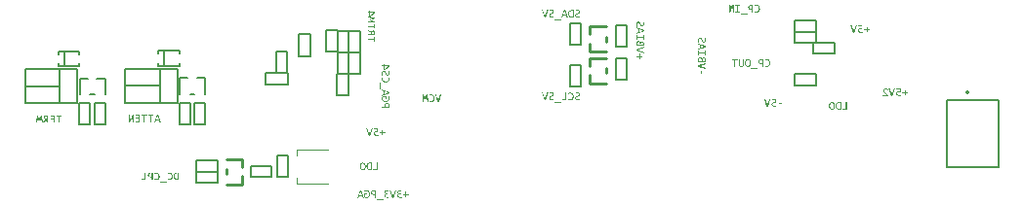
<source format=gbo>
G04*
G04 #@! TF.GenerationSoftware,Altium Limited,Altium Designer,24.10.1 (45)*
G04*
G04 Layer_Color=32896*
%FSAX25Y25*%
%MOIN*%
G70*
G04*
G04 #@! TF.SameCoordinates,E9A5F422-793D-4FF6-AE78-97F5C49A065D*
G04*
G04*
G04 #@! TF.FilePolarity,Positive*
G04*
G01*
G75*
%ADD12C,0.00394*%
%ADD16C,0.01000*%
%ADD17C,0.00787*%
%ADD18C,0.00500*%
G36*
X0110247Y0016631D02*
X0110335Y0016621D01*
X0110417Y0016604D01*
X0110486Y0016588D01*
X0110519Y0016578D01*
X0110545Y0016568D01*
X0110568Y0016562D01*
X0110591Y0016555D01*
X0110604Y0016549D01*
X0110617Y0016542D01*
X0110624Y0016539D01*
X0110627D01*
X0110703Y0016499D01*
X0110775Y0016457D01*
X0110837Y0016411D01*
X0110890Y0016368D01*
X0110932Y0016329D01*
X0110965Y0016296D01*
X0110975Y0016283D01*
X0110985Y0016273D01*
X0110988Y0016270D01*
X0110992Y0016266D01*
X0111044Y0016198D01*
X0111090Y0016129D01*
X0111129Y0016057D01*
X0111162Y0015991D01*
X0111188Y0015932D01*
X0111198Y0015906D01*
X0111205Y0015886D01*
X0111211Y0015866D01*
X0111218Y0015853D01*
X0111221Y0015847D01*
Y0015843D01*
X0111247Y0015748D01*
X0111267Y0015650D01*
X0111280Y0015558D01*
X0111290Y0015470D01*
X0111293Y0015430D01*
X0111296Y0015394D01*
Y0015361D01*
X0111300Y0015335D01*
Y0015312D01*
Y0015296D01*
Y0015286D01*
Y0015282D01*
X0111296Y0015168D01*
X0111287Y0015059D01*
X0111274Y0014958D01*
X0111254Y0014863D01*
X0111231Y0014777D01*
X0111208Y0014699D01*
X0111182Y0014627D01*
X0111152Y0014561D01*
X0111126Y0014505D01*
X0111100Y0014456D01*
X0111077Y0014413D01*
X0111054Y0014380D01*
X0111034Y0014354D01*
X0111021Y0014335D01*
X0111011Y0014322D01*
X0111008Y0014318D01*
X0110949Y0014262D01*
X0110887Y0014210D01*
X0110821Y0014167D01*
X0110755Y0014131D01*
X0110683Y0014098D01*
X0110614Y0014072D01*
X0110545Y0014052D01*
X0110480Y0014033D01*
X0110417Y0014020D01*
X0110358Y0014010D01*
X0110306Y0014003D01*
X0110260Y0014000D01*
X0110224Y0013997D01*
X0110194Y0013994D01*
X0110171D01*
X0110047Y0014000D01*
X0109929Y0014013D01*
X0109817Y0014033D01*
X0109768Y0014046D01*
X0109719Y0014059D01*
X0109676Y0014069D01*
X0109637Y0014082D01*
X0109604Y0014092D01*
X0109574Y0014102D01*
X0109552Y0014108D01*
X0109535Y0014115D01*
X0109525Y0014121D01*
X0109522D01*
Y0014453D01*
X0109627Y0014407D01*
X0109676Y0014387D01*
X0109722Y0014374D01*
X0109758Y0014361D01*
X0109788Y0014351D01*
X0109807Y0014348D01*
X0109811Y0014344D01*
X0109814D01*
X0109870Y0014331D01*
X0109929Y0014325D01*
X0109981Y0014318D01*
X0110030Y0014312D01*
X0110070D01*
X0110103Y0014308D01*
X0110132D01*
X0110204Y0014312D01*
X0110270Y0014318D01*
X0110332Y0014331D01*
X0110388Y0014348D01*
X0110444Y0014367D01*
X0110493Y0014387D01*
X0110536Y0014410D01*
X0110575Y0014436D01*
X0110611Y0014459D01*
X0110641Y0014482D01*
X0110667Y0014502D01*
X0110686Y0014522D01*
X0110703Y0014538D01*
X0110716Y0014551D01*
X0110722Y0014558D01*
X0110726Y0014561D01*
X0110762Y0014610D01*
X0110791Y0014666D01*
X0110818Y0014725D01*
X0110841Y0014787D01*
X0110860Y0014850D01*
X0110877Y0014912D01*
X0110900Y0015033D01*
X0110909Y0015092D01*
X0110916Y0015145D01*
X0110919Y0015191D01*
X0110923Y0015233D01*
X0110926Y0015266D01*
Y0015292D01*
Y0015309D01*
Y0015315D01*
X0110923Y0015404D01*
X0110916Y0015483D01*
X0110909Y0015555D01*
X0110900Y0015617D01*
X0110890Y0015666D01*
X0110887Y0015689D01*
X0110880Y0015706D01*
X0110877Y0015719D01*
Y0015729D01*
X0110873Y0015735D01*
Y0015738D01*
X0110850Y0015807D01*
X0110824Y0015866D01*
X0110798Y0015919D01*
X0110775Y0015965D01*
X0110752Y0016004D01*
X0110732Y0016030D01*
X0110719Y0016047D01*
X0110716Y0016053D01*
X0110677Y0016099D01*
X0110634Y0016139D01*
X0110591Y0016175D01*
X0110552Y0016204D01*
X0110519Y0016224D01*
X0110490Y0016240D01*
X0110473Y0016250D01*
X0110467Y0016253D01*
X0110411Y0016276D01*
X0110352Y0016293D01*
X0110299Y0016306D01*
X0110247Y0016312D01*
X0110204Y0016319D01*
X0110168Y0016322D01*
X0110139D01*
X0110073Y0016319D01*
X0110014Y0016316D01*
X0109958Y0016309D01*
X0109909Y0016303D01*
X0109870Y0016293D01*
X0109840Y0016286D01*
X0109820Y0016283D01*
X0109814Y0016280D01*
X0109758Y0016263D01*
X0109706Y0016247D01*
X0109657Y0016227D01*
X0109611Y0016207D01*
X0109574Y0016191D01*
X0109545Y0016178D01*
X0109529Y0016168D01*
X0109522Y0016165D01*
Y0016509D01*
X0109630Y0016549D01*
X0109679Y0016565D01*
X0109725Y0016578D01*
X0109765Y0016588D01*
X0109794Y0016594D01*
X0109814Y0016601D01*
X0109820D01*
X0109935Y0016621D01*
X0109991Y0016627D01*
X0110044Y0016631D01*
X0110086Y0016634D01*
X0110152D01*
X0110247Y0016631D01*
D02*
G37*
G36*
X0105812D02*
X0105901Y0016621D01*
X0105983Y0016604D01*
X0106052Y0016588D01*
X0106085Y0016578D01*
X0106111Y0016568D01*
X0106134Y0016562D01*
X0106157Y0016555D01*
X0106170Y0016549D01*
X0106183Y0016542D01*
X0106190Y0016539D01*
X0106193D01*
X0106268Y0016499D01*
X0106340Y0016457D01*
X0106403Y0016411D01*
X0106455Y0016368D01*
X0106498Y0016329D01*
X0106531Y0016296D01*
X0106541Y0016283D01*
X0106550Y0016273D01*
X0106554Y0016270D01*
X0106557Y0016266D01*
X0106609Y0016198D01*
X0106655Y0016129D01*
X0106695Y0016057D01*
X0106727Y0015991D01*
X0106754Y0015932D01*
X0106764Y0015906D01*
X0106770Y0015886D01*
X0106777Y0015866D01*
X0106783Y0015853D01*
X0106787Y0015847D01*
Y0015843D01*
X0106813Y0015748D01*
X0106832Y0015650D01*
X0106845Y0015558D01*
X0106855Y0015470D01*
X0106859Y0015430D01*
X0106862Y0015394D01*
Y0015361D01*
X0106865Y0015335D01*
Y0015312D01*
Y0015296D01*
Y0015286D01*
Y0015282D01*
X0106862Y0015168D01*
X0106852Y0015059D01*
X0106839Y0014958D01*
X0106819Y0014863D01*
X0106796Y0014777D01*
X0106773Y0014699D01*
X0106747Y0014627D01*
X0106718Y0014561D01*
X0106691Y0014505D01*
X0106665Y0014456D01*
X0106642Y0014413D01*
X0106619Y0014380D01*
X0106599Y0014354D01*
X0106586Y0014335D01*
X0106577Y0014322D01*
X0106573Y0014318D01*
X0106514Y0014262D01*
X0106452Y0014210D01*
X0106386Y0014167D01*
X0106321Y0014131D01*
X0106249Y0014098D01*
X0106180Y0014072D01*
X0106111Y0014052D01*
X0106045Y0014033D01*
X0105983Y0014020D01*
X0105924Y0014010D01*
X0105871Y0014003D01*
X0105825Y0014000D01*
X0105789Y0013997D01*
X0105760Y0013994D01*
X0105737D01*
X0105612Y0014000D01*
X0105494Y0014013D01*
X0105383Y0014033D01*
X0105333Y0014046D01*
X0105284Y0014059D01*
X0105242Y0014069D01*
X0105202Y0014082D01*
X0105169Y0014092D01*
X0105140Y0014102D01*
X0105117Y0014108D01*
X0105101Y0014115D01*
X0105091Y0014121D01*
X0105087D01*
Y0014453D01*
X0105192Y0014407D01*
X0105242Y0014387D01*
X0105288Y0014374D01*
X0105324Y0014361D01*
X0105353Y0014351D01*
X0105373Y0014348D01*
X0105376Y0014344D01*
X0105379D01*
X0105435Y0014331D01*
X0105494Y0014325D01*
X0105547Y0014318D01*
X0105596Y0014312D01*
X0105635D01*
X0105668Y0014308D01*
X0105698D01*
X0105770Y0014312D01*
X0105835Y0014318D01*
X0105898Y0014331D01*
X0105953Y0014348D01*
X0106009Y0014367D01*
X0106058Y0014387D01*
X0106101Y0014410D01*
X0106140Y0014436D01*
X0106176Y0014459D01*
X0106206Y0014482D01*
X0106232Y0014502D01*
X0106252Y0014522D01*
X0106268Y0014538D01*
X0106281Y0014551D01*
X0106288Y0014558D01*
X0106291Y0014561D01*
X0106327Y0014610D01*
X0106357Y0014666D01*
X0106383Y0014725D01*
X0106406Y0014787D01*
X0106426Y0014850D01*
X0106442Y0014912D01*
X0106465Y0015033D01*
X0106475Y0015092D01*
X0106481Y0015145D01*
X0106485Y0015191D01*
X0106488Y0015233D01*
X0106491Y0015266D01*
Y0015292D01*
Y0015309D01*
Y0015315D01*
X0106488Y0015404D01*
X0106481Y0015483D01*
X0106475Y0015555D01*
X0106465Y0015617D01*
X0106455Y0015666D01*
X0106452Y0015689D01*
X0106445Y0015706D01*
X0106442Y0015719D01*
Y0015729D01*
X0106439Y0015735D01*
Y0015738D01*
X0106416Y0015807D01*
X0106390Y0015866D01*
X0106363Y0015919D01*
X0106340Y0015965D01*
X0106317Y0016004D01*
X0106298Y0016030D01*
X0106285Y0016047D01*
X0106281Y0016053D01*
X0106242Y0016099D01*
X0106199Y0016139D01*
X0106157Y0016175D01*
X0106117Y0016204D01*
X0106085Y0016224D01*
X0106055Y0016240D01*
X0106039Y0016250D01*
X0106032Y0016253D01*
X0105976Y0016276D01*
X0105917Y0016293D01*
X0105865Y0016306D01*
X0105812Y0016312D01*
X0105770Y0016319D01*
X0105734Y0016322D01*
X0105704D01*
X0105639Y0016319D01*
X0105579Y0016316D01*
X0105524Y0016309D01*
X0105474Y0016303D01*
X0105435Y0016293D01*
X0105406Y0016286D01*
X0105386Y0016283D01*
X0105379Y0016280D01*
X0105324Y0016263D01*
X0105271Y0016247D01*
X0105222Y0016227D01*
X0105176Y0016207D01*
X0105140Y0016191D01*
X0105110Y0016178D01*
X0105094Y0016168D01*
X0105087Y0016165D01*
Y0016509D01*
X0105196Y0016549D01*
X0105245Y0016565D01*
X0105291Y0016578D01*
X0105330Y0016588D01*
X0105360Y0016594D01*
X0105379Y0016601D01*
X0105386D01*
X0105501Y0016621D01*
X0105556Y0016627D01*
X0105609Y0016631D01*
X0105652Y0016634D01*
X0105717D01*
X0105812Y0016631D01*
D02*
G37*
G36*
X0113484Y0014026D02*
X0112933D01*
X0112845Y0014029D01*
X0112763Y0014033D01*
X0112687Y0014039D01*
X0112622Y0014049D01*
X0112569Y0014059D01*
X0112549Y0014062D01*
X0112530Y0014066D01*
X0112517Y0014069D01*
X0112507D01*
X0112500Y0014072D01*
X0112497D01*
X0112428Y0014092D01*
X0112363Y0014111D01*
X0112303Y0014134D01*
X0112254Y0014154D01*
X0112215Y0014171D01*
X0112185Y0014187D01*
X0112166Y0014197D01*
X0112159Y0014200D01*
X0112107Y0014233D01*
X0112057Y0014269D01*
X0112015Y0014302D01*
X0111979Y0014335D01*
X0111949Y0014361D01*
X0111930Y0014384D01*
X0111913Y0014397D01*
X0111910Y0014403D01*
X0111874Y0014449D01*
X0111841Y0014495D01*
X0111815Y0014541D01*
X0111788Y0014581D01*
X0111772Y0014617D01*
X0111756Y0014646D01*
X0111749Y0014663D01*
X0111746Y0014669D01*
X0111706Y0014781D01*
X0111690Y0014833D01*
X0111677Y0014882D01*
X0111667Y0014925D01*
X0111661Y0014954D01*
X0111657Y0014968D01*
X0111654Y0014977D01*
Y0014981D01*
Y0014984D01*
X0111638Y0015112D01*
X0111631Y0015171D01*
X0111628Y0015227D01*
X0111625Y0015273D01*
Y0015309D01*
Y0015322D01*
Y0015332D01*
Y0015338D01*
Y0015341D01*
X0111628Y0015456D01*
X0111638Y0015565D01*
X0111651Y0015666D01*
X0111670Y0015758D01*
X0111693Y0015843D01*
X0111720Y0015922D01*
X0111746Y0015991D01*
X0111772Y0016053D01*
X0111802Y0016109D01*
X0111828Y0016158D01*
X0111854Y0016198D01*
X0111877Y0016230D01*
X0111897Y0016257D01*
X0111910Y0016276D01*
X0111920Y0016286D01*
X0111923Y0016289D01*
X0111982Y0016345D01*
X0112048Y0016391D01*
X0112117Y0016434D01*
X0112189Y0016470D01*
X0112261Y0016499D01*
X0112336Y0016526D01*
X0112412Y0016545D01*
X0112484Y0016562D01*
X0112553Y0016575D01*
X0112615Y0016585D01*
X0112674Y0016591D01*
X0112723Y0016598D01*
X0112763D01*
X0112795Y0016601D01*
X0113484D01*
Y0014026D01*
D02*
G37*
G36*
X0104517D02*
X0104166D01*
Y0014951D01*
X0103848D01*
X0103753Y0014954D01*
X0103664Y0014964D01*
X0103585Y0014974D01*
X0103520Y0014991D01*
X0103490Y0014997D01*
X0103464Y0015004D01*
X0103441Y0015010D01*
X0103421Y0015013D01*
X0103408Y0015020D01*
X0103398Y0015023D01*
X0103392Y0015027D01*
X0103388D01*
X0103320Y0015056D01*
X0103257Y0015089D01*
X0103201Y0015122D01*
X0103156Y0015155D01*
X0103120Y0015181D01*
X0103093Y0015204D01*
X0103077Y0015217D01*
X0103070Y0015224D01*
X0103028Y0015269D01*
X0102988Y0015319D01*
X0102959Y0015364D01*
X0102933Y0015407D01*
X0102913Y0015443D01*
X0102896Y0015473D01*
X0102890Y0015492D01*
X0102887Y0015496D01*
Y0015499D01*
X0102867Y0015558D01*
X0102854Y0015614D01*
X0102841Y0015666D01*
X0102834Y0015712D01*
X0102831Y0015752D01*
X0102828Y0015784D01*
Y0015804D01*
Y0015807D01*
Y0015811D01*
X0102831Y0015889D01*
X0102841Y0015958D01*
X0102854Y0016021D01*
X0102867Y0016073D01*
X0102883Y0016116D01*
X0102896Y0016148D01*
X0102906Y0016168D01*
X0102910Y0016175D01*
X0102942Y0016227D01*
X0102975Y0016276D01*
X0103011Y0016319D01*
X0103044Y0016355D01*
X0103077Y0016381D01*
X0103100Y0016404D01*
X0103116Y0016417D01*
X0103123Y0016421D01*
X0103172Y0016454D01*
X0103224Y0016483D01*
X0103277Y0016506D01*
X0103323Y0016526D01*
X0103366Y0016539D01*
X0103398Y0016552D01*
X0103411Y0016555D01*
X0103421D01*
X0103425Y0016558D01*
X0103428D01*
X0103493Y0016571D01*
X0103559Y0016585D01*
X0103621Y0016591D01*
X0103677Y0016594D01*
X0103726Y0016598D01*
X0103746Y0016601D01*
X0104517D01*
Y0014026D01*
D02*
G37*
G36*
X0102152D02*
X0100669D01*
Y0014325D01*
X0101794D01*
Y0016601D01*
X0102152D01*
Y0014026D01*
D02*
G37*
G36*
X0109263Y0013219D02*
X0107046D01*
Y0013501D01*
X0109263D01*
Y0013219D01*
D02*
G37*
G36*
X0098099Y0033843D02*
X0097749D01*
Y0034666D01*
Y0035965D01*
X0097542Y0035446D01*
X0096824Y0033843D01*
X0096348D01*
Y0036417D01*
X0096699D01*
Y0035683D01*
Y0034305D01*
X0096948Y0034892D01*
X0097630Y0036417D01*
X0098099D01*
Y0033843D01*
D02*
G37*
G36*
X0107185D02*
X0106821D01*
X0106641Y0034403D01*
X0105565D01*
X0105388Y0033843D01*
X0105004D01*
X0105850Y0036417D01*
X0106329D01*
X0107185Y0033843D01*
D02*
G37*
G36*
X0104814Y0036119D02*
X0104053D01*
Y0033843D01*
X0103698D01*
Y0036119D01*
X0102937D01*
Y0036417D01*
X0104814D01*
Y0036119D01*
D02*
G37*
G36*
X0102596D02*
X0101835D01*
Y0033843D01*
X0101481D01*
Y0036119D01*
X0100720D01*
Y0036417D01*
X0102596D01*
Y0036119D01*
D02*
G37*
G36*
X0100153Y0033843D02*
X0098690D01*
Y0034141D01*
X0099802D01*
Y0035030D01*
X0098736D01*
Y0035325D01*
X0099802D01*
Y0036122D01*
X0098690D01*
Y0036417D01*
X0100153D01*
Y0033843D01*
D02*
G37*
G36*
X0066849Y0033646D02*
X0066518D01*
X0066472Y0035227D01*
X0066465Y0035866D01*
X0066344Y0035469D01*
X0065983Y0034485D01*
X0065740D01*
X0065360Y0035509D01*
X0065238Y0035866D01*
X0065215Y0035253D01*
X0065166Y0033646D01*
X0064822D01*
X0064946Y0036220D01*
X0065373D01*
X0065740Y0035250D01*
X0065848Y0034922D01*
X0065960Y0035250D01*
X0066308Y0036220D01*
X0066724D01*
X0066849Y0033646D01*
D02*
G37*
G36*
X0073425Y0035922D02*
X0072664D01*
Y0033646D01*
X0072310D01*
Y0035922D01*
X0071549D01*
Y0036220D01*
X0073425D01*
Y0035922D01*
D02*
G37*
G36*
X0070982Y0033646D02*
X0069519D01*
Y0033944D01*
X0070631D01*
Y0034833D01*
X0069565D01*
Y0035128D01*
X0070631D01*
Y0035925D01*
X0069519D01*
Y0036220D01*
X0070982D01*
Y0033646D01*
D02*
G37*
G36*
X0068827D02*
X0068476D01*
Y0034790D01*
X0068312D01*
X0068259Y0034787D01*
X0068236Y0034784D01*
X0068213D01*
X0068197Y0034780D01*
X0068184Y0034777D01*
X0068177Y0034774D01*
X0068174D01*
X0068128Y0034758D01*
X0068092Y0034741D01*
X0068079Y0034735D01*
X0068069Y0034728D01*
X0068062Y0034725D01*
X0068059Y0034721D01*
X0068023Y0034692D01*
X0067990Y0034659D01*
X0067977Y0034646D01*
X0067967Y0034633D01*
X0067964Y0034626D01*
X0067961Y0034623D01*
X0067928Y0034574D01*
X0067898Y0034521D01*
X0067889Y0034499D01*
X0067879Y0034482D01*
X0067875Y0034469D01*
X0067872Y0034466D01*
X0067488Y0033646D01*
X0067092D01*
X0067498Y0034492D01*
X0067528Y0034548D01*
X0067557Y0034597D01*
X0067584Y0034636D01*
X0067607Y0034672D01*
X0067626Y0034702D01*
X0067643Y0034721D01*
X0067652Y0034735D01*
X0067656Y0034738D01*
X0067685Y0034771D01*
X0067715Y0034800D01*
X0067747Y0034820D01*
X0067777Y0034840D01*
X0067800Y0034853D01*
X0067820Y0034863D01*
X0067836Y0034869D01*
X0067839D01*
X0067790Y0034882D01*
X0067744Y0034899D01*
X0067705Y0034915D01*
X0067672Y0034928D01*
X0067643Y0034941D01*
X0067620Y0034954D01*
X0067607Y0034961D01*
X0067603Y0034964D01*
X0067567Y0034991D01*
X0067531Y0035017D01*
X0067501Y0035040D01*
X0067475Y0035066D01*
X0067456Y0035086D01*
X0067443Y0035102D01*
X0067433Y0035112D01*
X0067429Y0035115D01*
X0067403Y0035148D01*
X0067383Y0035184D01*
X0067364Y0035217D01*
X0067347Y0035246D01*
X0067338Y0035273D01*
X0067328Y0035292D01*
X0067321Y0035309D01*
Y0035312D01*
X0067308Y0035355D01*
X0067301Y0035394D01*
X0067295Y0035433D01*
X0067288Y0035466D01*
Y0035499D01*
X0067285Y0035522D01*
Y0035535D01*
Y0035541D01*
X0067288Y0035597D01*
X0067292Y0035650D01*
X0067301Y0035696D01*
X0067308Y0035735D01*
X0067318Y0035771D01*
X0067328Y0035794D01*
X0067331Y0035811D01*
X0067334Y0035817D01*
X0067354Y0035863D01*
X0067380Y0035902D01*
X0067403Y0035938D01*
X0067429Y0035971D01*
X0067452Y0035994D01*
X0067472Y0036014D01*
X0067485Y0036027D01*
X0067488Y0036030D01*
X0067528Y0036063D01*
X0067574Y0036089D01*
X0067616Y0036112D01*
X0067659Y0036132D01*
X0067698Y0036148D01*
X0067728Y0036158D01*
X0067747Y0036165D01*
X0067751Y0036168D01*
X0067754D01*
X0067816Y0036184D01*
X0067882Y0036198D01*
X0067948Y0036207D01*
X0068007Y0036214D01*
X0068059Y0036217D01*
X0068082Y0036220D01*
X0068827D01*
Y0033646D01*
D02*
G37*
G36*
X0181317Y0017413D02*
X0179834D01*
Y0017712D01*
X0180959D01*
Y0019988D01*
X0181317D01*
Y0017413D01*
D02*
G37*
G36*
X0179345D02*
X0178794D01*
X0178706Y0017417D01*
X0178624Y0017420D01*
X0178548Y0017426D01*
X0178483Y0017436D01*
X0178430Y0017446D01*
X0178411Y0017449D01*
X0178391Y0017453D01*
X0178378Y0017456D01*
X0178368D01*
X0178361Y0017459D01*
X0178358D01*
X0178289Y0017479D01*
X0178224Y0017499D01*
X0178165Y0017522D01*
X0178115Y0017541D01*
X0178076Y0017558D01*
X0178047Y0017574D01*
X0178027Y0017584D01*
X0178020Y0017587D01*
X0177968Y0017620D01*
X0177919Y0017656D01*
X0177876Y0017689D01*
X0177840Y0017722D01*
X0177810Y0017748D01*
X0177791Y0017771D01*
X0177774Y0017784D01*
X0177771Y0017791D01*
X0177735Y0017837D01*
X0177702Y0017882D01*
X0177676Y0017928D01*
X0177650Y0017968D01*
X0177633Y0018004D01*
X0177617Y0018033D01*
X0177610Y0018050D01*
X0177607Y0018056D01*
X0177568Y0018168D01*
X0177551Y0018220D01*
X0177538Y0018270D01*
X0177528Y0018312D01*
X0177522Y0018342D01*
X0177518Y0018355D01*
X0177515Y0018365D01*
Y0018368D01*
Y0018371D01*
X0177499Y0018499D01*
X0177492Y0018558D01*
X0177489Y0018614D01*
X0177486Y0018660D01*
Y0018696D01*
Y0018709D01*
Y0018719D01*
Y0018725D01*
Y0018729D01*
X0177489Y0018844D01*
X0177499Y0018952D01*
X0177512Y0019053D01*
X0177532Y0019145D01*
X0177555Y0019230D01*
X0177581Y0019309D01*
X0177607Y0019378D01*
X0177633Y0019440D01*
X0177663Y0019496D01*
X0177689Y0019545D01*
X0177715Y0019585D01*
X0177738Y0019617D01*
X0177758Y0019644D01*
X0177771Y0019663D01*
X0177781Y0019673D01*
X0177784Y0019677D01*
X0177843Y0019732D01*
X0177909Y0019778D01*
X0177978Y0019821D01*
X0178050Y0019857D01*
X0178122Y0019886D01*
X0178197Y0019913D01*
X0178273Y0019932D01*
X0178345Y0019949D01*
X0178414Y0019962D01*
X0178476Y0019972D01*
X0178535Y0019978D01*
X0178584Y0019985D01*
X0178624D01*
X0178657Y0019988D01*
X0179345D01*
Y0017413D01*
D02*
G37*
G36*
X0176292Y0020021D02*
X0176364Y0020011D01*
X0176433Y0019998D01*
X0176492Y0019985D01*
X0176541Y0019969D01*
X0176561Y0019962D01*
X0176577Y0019955D01*
X0176590Y0019949D01*
X0176600Y0019946D01*
X0176607Y0019942D01*
X0176610D01*
X0176675Y0019909D01*
X0176738Y0019870D01*
X0176794Y0019831D01*
X0176839Y0019791D01*
X0176879Y0019752D01*
X0176908Y0019723D01*
X0176925Y0019703D01*
X0176928Y0019700D01*
X0176931Y0019696D01*
X0176980Y0019631D01*
X0177023Y0019562D01*
X0177062Y0019493D01*
X0177092Y0019427D01*
X0177118Y0019368D01*
X0177128Y0019342D01*
X0177135Y0019322D01*
X0177141Y0019303D01*
X0177148Y0019289D01*
X0177151Y0019283D01*
Y0019280D01*
X0177177Y0019181D01*
X0177197Y0019083D01*
X0177210Y0018981D01*
X0177220Y0018889D01*
X0177223Y0018847D01*
X0177226Y0018807D01*
Y0018775D01*
X0177230Y0018745D01*
Y0018719D01*
Y0018702D01*
Y0018689D01*
Y0018686D01*
X0177226Y0018575D01*
X0177220Y0018473D01*
X0177210Y0018378D01*
X0177207Y0018335D01*
X0177200Y0018299D01*
X0177194Y0018263D01*
X0177190Y0018230D01*
X0177184Y0018204D01*
X0177181Y0018181D01*
X0177177Y0018161D01*
X0177174Y0018148D01*
X0177171Y0018142D01*
Y0018138D01*
X0177145Y0018050D01*
X0177118Y0017971D01*
X0177089Y0017902D01*
X0177059Y0017840D01*
X0177033Y0017791D01*
X0177023Y0017771D01*
X0177013Y0017754D01*
X0177004Y0017741D01*
X0177000Y0017731D01*
X0176994Y0017728D01*
Y0017725D01*
X0176944Y0017666D01*
X0176895Y0017614D01*
X0176843Y0017568D01*
X0176797Y0017531D01*
X0176754Y0017502D01*
X0176718Y0017482D01*
X0176705Y0017476D01*
X0176695Y0017469D01*
X0176692Y0017466D01*
X0176689D01*
X0176616Y0017436D01*
X0176541Y0017413D01*
X0176469Y0017400D01*
X0176403Y0017387D01*
X0176344Y0017381D01*
X0176318D01*
X0176298Y0017377D01*
X0176256D01*
X0176180Y0017381D01*
X0176108Y0017390D01*
X0176039Y0017404D01*
X0175980Y0017417D01*
X0175931Y0017430D01*
X0175911Y0017436D01*
X0175895Y0017443D01*
X0175882Y0017449D01*
X0175872Y0017453D01*
X0175865Y0017456D01*
X0175862D01*
X0175793Y0017489D01*
X0175731Y0017528D01*
X0175678Y0017568D01*
X0175629Y0017607D01*
X0175590Y0017643D01*
X0175560Y0017673D01*
X0175544Y0017692D01*
X0175537Y0017695D01*
Y0017699D01*
X0175488Y0017764D01*
X0175442Y0017833D01*
X0175406Y0017905D01*
X0175373Y0017971D01*
X0175347Y0018027D01*
X0175337Y0018053D01*
X0175331Y0018073D01*
X0175324Y0018092D01*
X0175318Y0018105D01*
X0175314Y0018112D01*
Y0018115D01*
X0175288Y0018214D01*
X0175268Y0018315D01*
X0175252Y0018417D01*
X0175242Y0018509D01*
X0175239Y0018552D01*
X0175235Y0018591D01*
Y0018627D01*
X0175232Y0018656D01*
Y0018683D01*
Y0018699D01*
Y0018712D01*
Y0018715D01*
X0175235Y0018827D01*
X0175242Y0018929D01*
X0175252Y0019021D01*
X0175259Y0019063D01*
X0175262Y0019103D01*
X0175268Y0019139D01*
X0175275Y0019168D01*
X0175282Y0019194D01*
X0175285Y0019217D01*
X0175288Y0019237D01*
X0175291Y0019250D01*
X0175295Y0019257D01*
Y0019260D01*
X0175321Y0019349D01*
X0175347Y0019427D01*
X0175380Y0019496D01*
X0175409Y0019555D01*
X0175436Y0019604D01*
X0175449Y0019624D01*
X0175459Y0019640D01*
X0175465Y0019654D01*
X0175472Y0019663D01*
X0175478Y0019667D01*
Y0019670D01*
X0175528Y0019729D01*
X0175577Y0019782D01*
X0175629Y0019827D01*
X0175675Y0019867D01*
X0175718Y0019893D01*
X0175754Y0019916D01*
X0175767Y0019923D01*
X0175774Y0019929D01*
X0175780Y0019932D01*
X0175783D01*
X0175856Y0019962D01*
X0175928Y0019985D01*
X0176000Y0020001D01*
X0176069Y0020014D01*
X0176128Y0020021D01*
X0176154D01*
X0176174Y0020024D01*
X0176216D01*
X0176292Y0020021D01*
D02*
G37*
G36*
X0189011Y0010564D02*
X0189031Y0010561D01*
X0189044D01*
X0189054Y0010557D01*
X0189057D01*
X0189113Y0010551D01*
X0189139Y0010548D01*
X0189162Y0010544D01*
X0189178Y0010541D01*
X0189195D01*
X0189205Y0010538D01*
X0189208D01*
X0189264Y0010528D01*
X0189290Y0010521D01*
X0189313Y0010518D01*
X0189329Y0010511D01*
X0189346Y0010508D01*
X0189355Y0010505D01*
X0189359D01*
X0189411Y0010492D01*
X0189437Y0010485D01*
X0189457Y0010479D01*
X0189473Y0010475D01*
X0189487Y0010469D01*
X0189496Y0010465D01*
X0189500D01*
Y0010167D01*
X0189441Y0010183D01*
X0189388Y0010200D01*
X0189336Y0010213D01*
X0189293Y0010223D01*
X0189257Y0010233D01*
X0189227Y0010239D01*
X0189211Y0010242D01*
X0189205D01*
X0189152Y0010252D01*
X0189106Y0010259D01*
X0189060Y0010262D01*
X0189021Y0010265D01*
X0188988Y0010269D01*
X0188939D01*
X0188854Y0010265D01*
X0188778Y0010255D01*
X0188713Y0010239D01*
X0188660Y0010223D01*
X0188621Y0010203D01*
X0188591Y0010190D01*
X0188575Y0010177D01*
X0188568Y0010174D01*
X0188525Y0010134D01*
X0188493Y0010085D01*
X0188470Y0010036D01*
X0188457Y0009987D01*
X0188447Y0009941D01*
X0188444Y0009905D01*
X0188440Y0009892D01*
Y0009882D01*
Y0009875D01*
Y0009872D01*
Y0009832D01*
X0188447Y0009796D01*
X0188453Y0009767D01*
X0188460Y0009737D01*
X0188467Y0009714D01*
X0188473Y0009698D01*
X0188476Y0009685D01*
X0188480Y0009682D01*
X0188512Y0009626D01*
X0188529Y0009600D01*
X0188545Y0009580D01*
X0188562Y0009563D01*
X0188575Y0009550D01*
X0188581Y0009544D01*
X0188585Y0009540D01*
X0188637Y0009504D01*
X0188690Y0009478D01*
X0188713Y0009468D01*
X0188729Y0009462D01*
X0188742Y0009455D01*
X0188745D01*
X0188818Y0009439D01*
X0188854Y0009432D01*
X0188886Y0009429D01*
X0188916D01*
X0188939Y0009426D01*
X0189254D01*
Y0009144D01*
X0188909D01*
X0188860Y0009140D01*
X0188818Y0009134D01*
X0188778Y0009131D01*
X0188749Y0009124D01*
X0188722Y0009117D01*
X0188709Y0009114D01*
X0188703D01*
X0188660Y0009104D01*
X0188621Y0009091D01*
X0188585Y0009078D01*
X0188555Y0009065D01*
X0188529Y0009055D01*
X0188512Y0009045D01*
X0188499Y0009039D01*
X0188496Y0009035D01*
X0188463Y0009016D01*
X0188437Y0008993D01*
X0188414Y0008970D01*
X0188394Y0008950D01*
X0188381Y0008930D01*
X0188371Y0008917D01*
X0188365Y0008907D01*
X0188362Y0008904D01*
X0188345Y0008875D01*
X0188332Y0008842D01*
X0188326Y0008809D01*
X0188319Y0008783D01*
X0188316Y0008757D01*
X0188312Y0008737D01*
Y0008721D01*
Y0008717D01*
X0188316Y0008675D01*
X0188319Y0008635D01*
X0188326Y0008599D01*
X0188332Y0008570D01*
X0188342Y0008543D01*
X0188348Y0008524D01*
X0188352Y0008511D01*
X0188355Y0008507D01*
X0188371Y0008474D01*
X0188391Y0008445D01*
X0188411Y0008419D01*
X0188430Y0008396D01*
X0188450Y0008376D01*
X0188467Y0008363D01*
X0188476Y0008353D01*
X0188480Y0008350D01*
X0188512Y0008327D01*
X0188552Y0008307D01*
X0188588Y0008291D01*
X0188624Y0008278D01*
X0188654Y0008268D01*
X0188680Y0008258D01*
X0188696Y0008255D01*
X0188703Y0008252D01*
X0188755Y0008242D01*
X0188811Y0008232D01*
X0188867Y0008225D01*
X0188919Y0008222D01*
X0188965D01*
X0189001Y0008219D01*
X0189086D01*
X0189136Y0008222D01*
X0189185D01*
X0189227Y0008225D01*
X0189260D01*
X0189290Y0008229D01*
X0189313D01*
X0189362Y0008235D01*
X0189408Y0008238D01*
X0189454Y0008245D01*
X0189490Y0008252D01*
X0189523Y0008258D01*
X0189549Y0008261D01*
X0189562Y0008265D01*
X0189569D01*
Y0007956D01*
X0189490Y0007946D01*
X0189451Y0007943D01*
X0189414Y0007940D01*
X0189385Y0007937D01*
X0189362D01*
X0189349Y0007933D01*
X0189342D01*
X0189247Y0007927D01*
X0189201Y0007924D01*
X0189159D01*
X0189122Y0007920D01*
X0189067D01*
X0188965Y0007924D01*
X0188873Y0007930D01*
X0188791Y0007940D01*
X0188719Y0007953D01*
X0188690Y0007956D01*
X0188660Y0007963D01*
X0188637Y0007969D01*
X0188617Y0007973D01*
X0188601Y0007976D01*
X0188591Y0007979D01*
X0188585Y0007982D01*
X0188581D01*
X0188506Y0008009D01*
X0188437Y0008038D01*
X0188378Y0008068D01*
X0188329Y0008097D01*
X0188289Y0008120D01*
X0188260Y0008140D01*
X0188240Y0008156D01*
X0188234Y0008160D01*
X0188184Y0008202D01*
X0188142Y0008248D01*
X0188109Y0008291D01*
X0188080Y0008330D01*
X0188057Y0008366D01*
X0188040Y0008393D01*
X0188030Y0008412D01*
X0188027Y0008419D01*
X0188004Y0008474D01*
X0187984Y0008530D01*
X0187971Y0008583D01*
X0187965Y0008632D01*
X0187958Y0008675D01*
X0187955Y0008707D01*
Y0008721D01*
Y0008730D01*
Y0008734D01*
Y0008737D01*
X0187958Y0008783D01*
X0187961Y0008822D01*
X0187971Y0008862D01*
X0187978Y0008894D01*
X0187988Y0008921D01*
X0187997Y0008944D01*
X0188001Y0008957D01*
X0188004Y0008960D01*
X0188024Y0008996D01*
X0188043Y0009029D01*
X0188066Y0009058D01*
X0188086Y0009085D01*
X0188106Y0009104D01*
X0188119Y0009121D01*
X0188129Y0009131D01*
X0188132Y0009134D01*
X0188191Y0009186D01*
X0188221Y0009206D01*
X0188247Y0009222D01*
X0188270Y0009235D01*
X0188289Y0009245D01*
X0188303Y0009252D01*
X0188306Y0009255D01*
X0188378Y0009285D01*
X0188411Y0009298D01*
X0188444Y0009308D01*
X0188470Y0009314D01*
X0188489Y0009318D01*
X0188503Y0009321D01*
X0188506D01*
X0188437Y0009357D01*
X0188375Y0009396D01*
X0188322Y0009436D01*
X0188276Y0009472D01*
X0188240Y0009504D01*
X0188214Y0009534D01*
X0188201Y0009550D01*
X0188194Y0009557D01*
X0188155Y0009616D01*
X0188129Y0009678D01*
X0188109Y0009741D01*
X0188093Y0009800D01*
X0188086Y0009849D01*
X0188083Y0009872D01*
Y0009892D01*
X0188080Y0009908D01*
Y0009918D01*
Y0009924D01*
Y0009928D01*
X0188083Y0009980D01*
X0188089Y0010033D01*
X0188096Y0010075D01*
X0188106Y0010114D01*
X0188119Y0010147D01*
X0188125Y0010174D01*
X0188132Y0010187D01*
X0188135Y0010193D01*
X0188158Y0010236D01*
X0188181Y0010275D01*
X0188207Y0010308D01*
X0188234Y0010338D01*
X0188257Y0010361D01*
X0188276Y0010380D01*
X0188289Y0010390D01*
X0188293Y0010393D01*
X0188335Y0010423D01*
X0188378Y0010449D01*
X0188421Y0010472D01*
X0188460Y0010488D01*
X0188496Y0010505D01*
X0188525Y0010515D01*
X0188545Y0010518D01*
X0188549Y0010521D01*
X0188552D01*
X0188611Y0010538D01*
X0188673Y0010548D01*
X0188732Y0010557D01*
X0188791Y0010561D01*
X0188840Y0010564D01*
X0188860Y0010567D01*
X0188965D01*
X0189011Y0010564D01*
D02*
G37*
G36*
X0184576D02*
X0184596Y0010561D01*
X0184609D01*
X0184619Y0010557D01*
X0184622D01*
X0184678Y0010551D01*
X0184704Y0010548D01*
X0184727Y0010544D01*
X0184744Y0010541D01*
X0184760D01*
X0184770Y0010538D01*
X0184773D01*
X0184829Y0010528D01*
X0184855Y0010521D01*
X0184878Y0010518D01*
X0184895Y0010511D01*
X0184911Y0010508D01*
X0184921Y0010505D01*
X0184924D01*
X0184977Y0010492D01*
X0185003Y0010485D01*
X0185022Y0010479D01*
X0185039Y0010475D01*
X0185052Y0010469D01*
X0185062Y0010465D01*
X0185065D01*
Y0010167D01*
X0185006Y0010183D01*
X0184954Y0010200D01*
X0184901Y0010213D01*
X0184859Y0010223D01*
X0184822Y0010233D01*
X0184793Y0010239D01*
X0184776Y0010242D01*
X0184770D01*
X0184718Y0010252D01*
X0184672Y0010259D01*
X0184626Y0010262D01*
X0184586Y0010265D01*
X0184554Y0010269D01*
X0184504D01*
X0184419Y0010265D01*
X0184344Y0010255D01*
X0184278Y0010239D01*
X0184225Y0010223D01*
X0184186Y0010203D01*
X0184157Y0010190D01*
X0184140Y0010177D01*
X0184134Y0010174D01*
X0184091Y0010134D01*
X0184058Y0010085D01*
X0184035Y0010036D01*
X0184022Y0009987D01*
X0184012Y0009941D01*
X0184009Y0009905D01*
X0184006Y0009892D01*
Y0009882D01*
Y0009875D01*
Y0009872D01*
Y0009832D01*
X0184012Y0009796D01*
X0184019Y0009767D01*
X0184025Y0009737D01*
X0184032Y0009714D01*
X0184038Y0009698D01*
X0184042Y0009685D01*
X0184045Y0009682D01*
X0184078Y0009626D01*
X0184094Y0009600D01*
X0184111Y0009580D01*
X0184127Y0009563D01*
X0184140Y0009550D01*
X0184147Y0009544D01*
X0184150Y0009540D01*
X0184203Y0009504D01*
X0184255Y0009478D01*
X0184278Y0009468D01*
X0184294Y0009462D01*
X0184308Y0009455D01*
X0184311D01*
X0184383Y0009439D01*
X0184419Y0009432D01*
X0184452Y0009429D01*
X0184481D01*
X0184504Y0009426D01*
X0184819D01*
Y0009144D01*
X0184475D01*
X0184425Y0009140D01*
X0184383Y0009134D01*
X0184344Y0009131D01*
X0184314Y0009124D01*
X0184288Y0009117D01*
X0184275Y0009114D01*
X0184268D01*
X0184225Y0009104D01*
X0184186Y0009091D01*
X0184150Y0009078D01*
X0184121Y0009065D01*
X0184094Y0009055D01*
X0184078Y0009045D01*
X0184065Y0009039D01*
X0184062Y0009035D01*
X0184029Y0009016D01*
X0184002Y0008993D01*
X0183979Y0008970D01*
X0183960Y0008950D01*
X0183947Y0008930D01*
X0183937Y0008917D01*
X0183930Y0008907D01*
X0183927Y0008904D01*
X0183911Y0008875D01*
X0183897Y0008842D01*
X0183891Y0008809D01*
X0183884Y0008783D01*
X0183881Y0008757D01*
X0183878Y0008737D01*
Y0008721D01*
Y0008717D01*
X0183881Y0008675D01*
X0183884Y0008635D01*
X0183891Y0008599D01*
X0183897Y0008570D01*
X0183907Y0008543D01*
X0183914Y0008524D01*
X0183917Y0008511D01*
X0183920Y0008507D01*
X0183937Y0008474D01*
X0183957Y0008445D01*
X0183976Y0008419D01*
X0183996Y0008396D01*
X0184016Y0008376D01*
X0184032Y0008363D01*
X0184042Y0008353D01*
X0184045Y0008350D01*
X0184078Y0008327D01*
X0184117Y0008307D01*
X0184153Y0008291D01*
X0184189Y0008278D01*
X0184219Y0008268D01*
X0184245Y0008258D01*
X0184262Y0008255D01*
X0184268Y0008252D01*
X0184321Y0008242D01*
X0184376Y0008232D01*
X0184432Y0008225D01*
X0184485Y0008222D01*
X0184530D01*
X0184567Y0008219D01*
X0184652D01*
X0184701Y0008222D01*
X0184750D01*
X0184793Y0008225D01*
X0184826D01*
X0184855Y0008229D01*
X0184878D01*
X0184927Y0008235D01*
X0184973Y0008238D01*
X0185019Y0008245D01*
X0185055Y0008252D01*
X0185088Y0008258D01*
X0185114Y0008261D01*
X0185127Y0008265D01*
X0185134D01*
Y0007956D01*
X0185055Y0007946D01*
X0185016Y0007943D01*
X0184980Y0007940D01*
X0184950Y0007937D01*
X0184927D01*
X0184914Y0007933D01*
X0184908D01*
X0184813Y0007927D01*
X0184767Y0007924D01*
X0184724D01*
X0184688Y0007920D01*
X0184632D01*
X0184530Y0007924D01*
X0184439Y0007930D01*
X0184357Y0007940D01*
X0184284Y0007953D01*
X0184255Y0007956D01*
X0184225Y0007963D01*
X0184203Y0007969D01*
X0184183Y0007973D01*
X0184166Y0007976D01*
X0184157Y0007979D01*
X0184150Y0007982D01*
X0184147D01*
X0184071Y0008009D01*
X0184002Y0008038D01*
X0183943Y0008068D01*
X0183894Y0008097D01*
X0183855Y0008120D01*
X0183825Y0008140D01*
X0183806Y0008156D01*
X0183799Y0008160D01*
X0183750Y0008202D01*
X0183707Y0008248D01*
X0183674Y0008291D01*
X0183645Y0008330D01*
X0183622Y0008366D01*
X0183606Y0008393D01*
X0183596Y0008412D01*
X0183592Y0008419D01*
X0183570Y0008474D01*
X0183550Y0008530D01*
X0183537Y0008583D01*
X0183530Y0008632D01*
X0183524Y0008675D01*
X0183520Y0008707D01*
Y0008721D01*
Y0008730D01*
Y0008734D01*
Y0008737D01*
X0183524Y0008783D01*
X0183527Y0008822D01*
X0183537Y0008862D01*
X0183543Y0008894D01*
X0183553Y0008921D01*
X0183563Y0008944D01*
X0183566Y0008957D01*
X0183570Y0008960D01*
X0183589Y0008996D01*
X0183609Y0009029D01*
X0183632Y0009058D01*
X0183651Y0009085D01*
X0183671Y0009104D01*
X0183684Y0009121D01*
X0183694Y0009131D01*
X0183697Y0009134D01*
X0183756Y0009186D01*
X0183786Y0009206D01*
X0183812Y0009222D01*
X0183835Y0009235D01*
X0183855Y0009245D01*
X0183868Y0009252D01*
X0183871Y0009255D01*
X0183943Y0009285D01*
X0183976Y0009298D01*
X0184009Y0009308D01*
X0184035Y0009314D01*
X0184055Y0009318D01*
X0184068Y0009321D01*
X0184071D01*
X0184002Y0009357D01*
X0183940Y0009396D01*
X0183888Y0009436D01*
X0183842Y0009472D01*
X0183806Y0009504D01*
X0183779Y0009534D01*
X0183766Y0009550D01*
X0183760Y0009557D01*
X0183720Y0009616D01*
X0183694Y0009678D01*
X0183674Y0009741D01*
X0183658Y0009800D01*
X0183651Y0009849D01*
X0183648Y0009872D01*
Y0009892D01*
X0183645Y0009908D01*
Y0009918D01*
Y0009924D01*
Y0009928D01*
X0183648Y0009980D01*
X0183655Y0010033D01*
X0183661Y0010075D01*
X0183671Y0010114D01*
X0183684Y0010147D01*
X0183691Y0010174D01*
X0183697Y0010187D01*
X0183701Y0010193D01*
X0183724Y0010236D01*
X0183747Y0010275D01*
X0183773Y0010308D01*
X0183799Y0010338D01*
X0183822Y0010361D01*
X0183842Y0010380D01*
X0183855Y0010390D01*
X0183858Y0010393D01*
X0183901Y0010423D01*
X0183943Y0010449D01*
X0183986Y0010472D01*
X0184025Y0010488D01*
X0184062Y0010505D01*
X0184091Y0010515D01*
X0184111Y0010518D01*
X0184114Y0010521D01*
X0184117D01*
X0184176Y0010538D01*
X0184239Y0010548D01*
X0184298Y0010557D01*
X0184357Y0010561D01*
X0184406Y0010564D01*
X0184425Y0010567D01*
X0184530D01*
X0184576Y0010564D01*
D02*
G37*
G36*
X0186813Y0007956D02*
X0186341D01*
X0185469Y0010531D01*
X0185843D01*
X0186400Y0008793D01*
X0186561Y0008284D01*
X0186718Y0008793D01*
X0187273Y0010531D01*
X0187670D01*
X0186813Y0007956D01*
D02*
G37*
G36*
X0177554Y0010564D02*
X0177649Y0010554D01*
X0177734Y0010538D01*
X0177806Y0010521D01*
X0177839Y0010511D01*
X0177869Y0010505D01*
X0177892Y0010498D01*
X0177915Y0010488D01*
X0177931Y0010485D01*
X0177944Y0010479D01*
X0177951Y0010475D01*
X0177954D01*
X0178036Y0010436D01*
X0178112Y0010393D01*
X0178177Y0010351D01*
X0178233Y0010308D01*
X0178279Y0010269D01*
X0178312Y0010236D01*
X0178325Y0010223D01*
X0178335Y0010213D01*
X0178338Y0010210D01*
X0178341Y0010206D01*
X0178397Y0010137D01*
X0178446Y0010065D01*
X0178489Y0009996D01*
X0178522Y0009928D01*
X0178551Y0009868D01*
X0178561Y0009846D01*
X0178571Y0009823D01*
X0178577Y0009803D01*
X0178584Y0009790D01*
X0178587Y0009783D01*
Y0009780D01*
X0178617Y0009685D01*
X0178640Y0009586D01*
X0178653Y0009491D01*
X0178666Y0009403D01*
X0178669Y0009363D01*
X0178672Y0009327D01*
Y0009295D01*
X0178676Y0009265D01*
Y0009242D01*
Y0009226D01*
Y0009216D01*
Y0009212D01*
X0178672Y0009098D01*
X0178663Y0008990D01*
X0178649Y0008894D01*
X0178643Y0008852D01*
X0178636Y0008812D01*
X0178630Y0008776D01*
X0178623Y0008747D01*
X0178617Y0008717D01*
X0178610Y0008694D01*
X0178603Y0008675D01*
X0178600Y0008662D01*
X0178597Y0008655D01*
Y0008652D01*
X0178564Y0008563D01*
X0178528Y0008484D01*
X0178492Y0008416D01*
X0178453Y0008356D01*
X0178420Y0008310D01*
X0178407Y0008291D01*
X0178394Y0008274D01*
X0178384Y0008261D01*
X0178377Y0008252D01*
X0178371Y0008248D01*
Y0008245D01*
X0178312Y0008189D01*
X0178249Y0008140D01*
X0178190Y0008097D01*
X0178135Y0008065D01*
X0178085Y0008038D01*
X0178062Y0008025D01*
X0178046Y0008019D01*
X0178030Y0008012D01*
X0178020Y0008005D01*
X0178013Y0008002D01*
X0178010D01*
X0177928Y0007976D01*
X0177846Y0007956D01*
X0177767Y0007940D01*
X0177692Y0007930D01*
X0177659Y0007927D01*
X0177629Y0007924D01*
X0177603D01*
X0177577Y0007920D01*
X0177534D01*
X0177469Y0007924D01*
X0177439D01*
X0177410Y0007927D01*
X0177387Y0007930D01*
X0177370D01*
X0177357Y0007933D01*
X0177354D01*
X0177285Y0007943D01*
X0177255Y0007946D01*
X0177226Y0007950D01*
X0177203Y0007953D01*
X0177187Y0007956D01*
X0177173Y0007960D01*
X0177170D01*
X0177101Y0007976D01*
X0177072Y0007982D01*
X0177042Y0007992D01*
X0177019Y0007999D01*
X0177003Y0008005D01*
X0176990Y0008009D01*
X0176987D01*
X0176921Y0008032D01*
X0176891Y0008042D01*
X0176865Y0008051D01*
X0176842Y0008061D01*
X0176826Y0008068D01*
X0176816Y0008074D01*
X0176813D01*
Y0009393D01*
X0177685D01*
Y0009104D01*
X0177160D01*
Y0008281D01*
X0177187Y0008271D01*
X0177209Y0008265D01*
X0177229Y0008261D01*
X0177233Y0008258D01*
X0177236D01*
X0177265Y0008252D01*
X0177292Y0008245D01*
X0177311Y0008242D01*
X0177318D01*
X0177351Y0008238D01*
X0177377Y0008235D01*
X0177397Y0008232D01*
X0177403D01*
X0177433Y0008229D01*
X0177485D01*
X0177564Y0008232D01*
X0177636Y0008238D01*
X0177698Y0008252D01*
X0177754Y0008265D01*
X0177797Y0008274D01*
X0177830Y0008288D01*
X0177843Y0008291D01*
X0177852Y0008294D01*
X0177856Y0008297D01*
X0177859D01*
X0177915Y0008327D01*
X0177967Y0008356D01*
X0178010Y0008389D01*
X0178046Y0008422D01*
X0178079Y0008452D01*
X0178098Y0008474D01*
X0178115Y0008488D01*
X0178118Y0008494D01*
X0178151Y0008547D01*
X0178180Y0008599D01*
X0178207Y0008652D01*
X0178226Y0008704D01*
X0178243Y0008747D01*
X0178253Y0008783D01*
X0178256Y0008796D01*
X0178259Y0008806D01*
X0178262Y0008809D01*
Y0008812D01*
X0178279Y0008884D01*
X0178289Y0008957D01*
X0178298Y0009029D01*
X0178302Y0009094D01*
X0178305Y0009150D01*
X0178308Y0009176D01*
Y0009196D01*
Y0009212D01*
Y0009226D01*
Y0009232D01*
Y0009235D01*
X0178305Y0009321D01*
X0178298Y0009396D01*
X0178292Y0009468D01*
X0178279Y0009531D01*
X0178269Y0009580D01*
X0178266Y0009603D01*
X0178262Y0009619D01*
X0178259Y0009632D01*
X0178256Y0009642D01*
X0178253Y0009649D01*
Y0009652D01*
X0178230Y0009721D01*
X0178200Y0009780D01*
X0178174Y0009836D01*
X0178148Y0009882D01*
X0178121Y0009918D01*
X0178102Y0009947D01*
X0178089Y0009964D01*
X0178085Y0009970D01*
X0178043Y0010019D01*
X0177997Y0010059D01*
X0177954Y0010095D01*
X0177911Y0010124D01*
X0177872Y0010147D01*
X0177843Y0010164D01*
X0177823Y0010174D01*
X0177820Y0010177D01*
X0177816D01*
X0177754Y0010203D01*
X0177692Y0010220D01*
X0177629Y0010233D01*
X0177574Y0010242D01*
X0177524Y0010249D01*
X0177505D01*
X0177485Y0010252D01*
X0177452D01*
X0177387Y0010249D01*
X0177328Y0010246D01*
X0177272Y0010239D01*
X0177223Y0010233D01*
X0177180Y0010223D01*
X0177150Y0010216D01*
X0177131Y0010213D01*
X0177124Y0010210D01*
X0177068Y0010193D01*
X0177013Y0010174D01*
X0176964Y0010154D01*
X0176918Y0010134D01*
X0176878Y0010118D01*
X0176852Y0010105D01*
X0176832Y0010095D01*
X0176826Y0010091D01*
Y0010439D01*
X0176882Y0010462D01*
X0176934Y0010482D01*
X0176983Y0010498D01*
X0177029Y0010511D01*
X0177068Y0010521D01*
X0177101Y0010528D01*
X0177121Y0010534D01*
X0177128D01*
X0177246Y0010554D01*
X0177301Y0010561D01*
X0177351Y0010564D01*
X0177393Y0010567D01*
X0177455D01*
X0177554Y0010564D01*
D02*
G37*
G36*
X0191176Y0009180D02*
X0191947D01*
Y0008881D01*
X0191173D01*
Y0008078D01*
X0190835D01*
Y0008881D01*
X0190061D01*
Y0009180D01*
X0190835D01*
Y0009977D01*
X0191176D01*
Y0009180D01*
D02*
G37*
G36*
X0180713Y0007956D02*
X0180362D01*
Y0008881D01*
X0180043D01*
X0179948Y0008884D01*
X0179860Y0008894D01*
X0179781Y0008904D01*
X0179716Y0008921D01*
X0179686Y0008927D01*
X0179660Y0008934D01*
X0179637Y0008940D01*
X0179617Y0008944D01*
X0179604Y0008950D01*
X0179594Y0008953D01*
X0179588Y0008957D01*
X0179584D01*
X0179515Y0008986D01*
X0179453Y0009019D01*
X0179397Y0009052D01*
X0179351Y0009085D01*
X0179315Y0009111D01*
X0179289Y0009134D01*
X0179273Y0009147D01*
X0179266Y0009154D01*
X0179224Y0009199D01*
X0179184Y0009249D01*
X0179155Y0009295D01*
X0179128Y0009337D01*
X0179109Y0009373D01*
X0179092Y0009403D01*
X0179086Y0009422D01*
X0179082Y0009426D01*
Y0009429D01*
X0179063Y0009488D01*
X0179050Y0009544D01*
X0179036Y0009596D01*
X0179030Y0009642D01*
X0179027Y0009682D01*
X0179023Y0009714D01*
Y0009734D01*
Y0009737D01*
Y0009741D01*
X0179027Y0009819D01*
X0179036Y0009888D01*
X0179050Y0009950D01*
X0179063Y0010003D01*
X0179079Y0010046D01*
X0179092Y0010078D01*
X0179102Y0010098D01*
X0179105Y0010105D01*
X0179138Y0010157D01*
X0179171Y0010206D01*
X0179207Y0010249D01*
X0179240Y0010285D01*
X0179273Y0010311D01*
X0179296Y0010334D01*
X0179312Y0010347D01*
X0179319Y0010351D01*
X0179368Y0010384D01*
X0179420Y0010413D01*
X0179473Y0010436D01*
X0179519Y0010456D01*
X0179561Y0010469D01*
X0179594Y0010482D01*
X0179607Y0010485D01*
X0179617D01*
X0179620Y0010488D01*
X0179624D01*
X0179689Y0010502D01*
X0179755Y0010515D01*
X0179817Y0010521D01*
X0179873Y0010525D01*
X0179922Y0010528D01*
X0179942Y0010531D01*
X0180713D01*
Y0007956D01*
D02*
G37*
G36*
X0176573D02*
X0176209D01*
X0176029Y0008517D01*
X0174953D01*
X0174776Y0007956D01*
X0174392D01*
X0175238Y0010531D01*
X0175717D01*
X0176573Y0007956D01*
D02*
G37*
G36*
X0183241Y0007149D02*
X0181024D01*
Y0007431D01*
X0183241D01*
Y0007149D01*
D02*
G37*
G36*
X0183632Y0053448D02*
X0185334D01*
Y0052952D01*
X0183632Y0051857D01*
X0183330D01*
Y0053097D01*
X0182759D01*
Y0053448D01*
X0183330D01*
Y0053887D01*
X0183632D01*
Y0053448D01*
D02*
G37*
G36*
X0183511Y0051516D02*
X0183563Y0051509D01*
X0183606Y0051499D01*
X0183645Y0051490D01*
X0183678Y0051480D01*
X0183701Y0051470D01*
X0183714Y0051463D01*
X0183721Y0051460D01*
X0183760Y0051437D01*
X0183799Y0051411D01*
X0183832Y0051385D01*
X0183858Y0051362D01*
X0183881Y0051339D01*
X0183901Y0051322D01*
X0183911Y0051309D01*
X0183914Y0051306D01*
X0183973Y0051231D01*
X0183999Y0051194D01*
X0184019Y0051162D01*
X0184039Y0051132D01*
X0184052Y0051109D01*
X0184058Y0051096D01*
X0184062Y0051089D01*
X0184104Y0051001D01*
X0184124Y0050958D01*
X0184140Y0050922D01*
X0184153Y0050889D01*
X0184163Y0050866D01*
X0184170Y0050850D01*
X0184173Y0050843D01*
X0184209Y0050752D01*
X0184229Y0050712D01*
X0184242Y0050673D01*
X0184255Y0050643D01*
X0184265Y0050617D01*
X0184268Y0050604D01*
X0184272Y0050597D01*
X0184291Y0050555D01*
X0184311Y0050512D01*
X0184327Y0050476D01*
X0184344Y0050443D01*
X0184360Y0050417D01*
X0184370Y0050397D01*
X0184377Y0050384D01*
X0184380Y0050381D01*
X0184403Y0050348D01*
X0184426Y0050315D01*
X0184449Y0050289D01*
X0184468Y0050269D01*
X0184488Y0050250D01*
X0184501Y0050237D01*
X0184511Y0050230D01*
X0184514Y0050227D01*
X0184544Y0050207D01*
X0184573Y0050194D01*
X0184606Y0050184D01*
X0184632Y0050178D01*
X0184659Y0050174D01*
X0184678Y0050171D01*
X0184691D01*
X0184695D01*
X0184724Y0050174D01*
X0184754Y0050178D01*
X0184806Y0050194D01*
X0184852Y0050217D01*
X0184891Y0050243D01*
X0184924Y0050266D01*
X0184944Y0050289D01*
X0184960Y0050305D01*
X0184964Y0050312D01*
X0184980Y0050342D01*
X0184996Y0050371D01*
X0185023Y0050440D01*
X0185039Y0050515D01*
X0185052Y0050588D01*
X0185059Y0050653D01*
X0185062Y0050679D01*
X0185065Y0050706D01*
Y0050755D01*
X0185062Y0050863D01*
X0185059Y0050912D01*
X0185055Y0050958D01*
X0185049Y0050994D01*
X0185046Y0051024D01*
X0185042Y0051043D01*
Y0051050D01*
X0185032Y0051106D01*
X0185023Y0051162D01*
X0185013Y0051214D01*
X0185000Y0051260D01*
X0184993Y0051299D01*
X0184983Y0051329D01*
X0184980Y0051349D01*
X0184977Y0051352D01*
Y0051355D01*
X0185292D01*
X0185301Y0051306D01*
X0185311Y0051260D01*
X0185315Y0051240D01*
Y0051224D01*
X0185318Y0051214D01*
Y0051211D01*
X0185328Y0051155D01*
X0185334Y0051129D01*
X0185337Y0051106D01*
X0185341Y0051086D01*
Y0051070D01*
X0185344Y0051060D01*
Y0051057D01*
X0185354Y0051001D01*
X0185357Y0050975D01*
X0185361Y0050952D01*
Y0050932D01*
X0185364Y0050916D01*
Y0050902D01*
X0185367Y0050850D01*
X0185370Y0050827D01*
Y0050765D01*
X0185367Y0050673D01*
X0185361Y0050591D01*
X0185351Y0050515D01*
X0185341Y0050453D01*
X0185334Y0050424D01*
X0185328Y0050401D01*
X0185321Y0050378D01*
X0185318Y0050361D01*
X0185315Y0050348D01*
X0185311Y0050338D01*
X0185308Y0050332D01*
Y0050328D01*
X0185282Y0050263D01*
X0185256Y0050204D01*
X0185229Y0050151D01*
X0185203Y0050109D01*
X0185183Y0050073D01*
X0185164Y0050050D01*
X0185151Y0050033D01*
X0185147Y0050027D01*
X0185108Y0049987D01*
X0185069Y0049951D01*
X0185032Y0049922D01*
X0184996Y0049899D01*
X0184964Y0049879D01*
X0184941Y0049866D01*
X0184924Y0049859D01*
X0184918Y0049856D01*
X0184869Y0049840D01*
X0184823Y0049827D01*
X0184780Y0049817D01*
X0184741Y0049810D01*
X0184708Y0049807D01*
X0184681Y0049804D01*
X0184665D01*
X0184659D01*
X0184603Y0049807D01*
X0184554Y0049814D01*
X0184511Y0049820D01*
X0184472Y0049833D01*
X0184439Y0049843D01*
X0184416Y0049850D01*
X0184403Y0049856D01*
X0184396Y0049859D01*
X0184357Y0049882D01*
X0184321Y0049909D01*
X0184288Y0049935D01*
X0184262Y0049958D01*
X0184239Y0049981D01*
X0184219Y0049997D01*
X0184209Y0050010D01*
X0184206Y0050014D01*
X0184150Y0050089D01*
X0184124Y0050125D01*
X0184104Y0050158D01*
X0184085Y0050187D01*
X0184072Y0050210D01*
X0184065Y0050223D01*
X0184062Y0050230D01*
X0184019Y0050319D01*
X0183999Y0050361D01*
X0183983Y0050397D01*
X0183970Y0050430D01*
X0183960Y0050456D01*
X0183953Y0050469D01*
X0183950Y0050476D01*
X0183914Y0050568D01*
X0183898Y0050607D01*
X0183881Y0050647D01*
X0183871Y0050676D01*
X0183861Y0050702D01*
X0183855Y0050716D01*
X0183852Y0050722D01*
X0183832Y0050765D01*
X0183816Y0050807D01*
X0183796Y0050843D01*
X0183780Y0050876D01*
X0183766Y0050902D01*
X0183753Y0050922D01*
X0183747Y0050935D01*
X0183744Y0050938D01*
X0183721Y0050971D01*
X0183701Y0051004D01*
X0183678Y0051030D01*
X0183658Y0051050D01*
X0183639Y0051070D01*
X0183625Y0051083D01*
X0183616Y0051089D01*
X0183612Y0051093D01*
X0183583Y0051112D01*
X0183553Y0051126D01*
X0183524Y0051139D01*
X0183498Y0051145D01*
X0183471Y0051148D01*
X0183451Y0051152D01*
X0183438D01*
X0183435D01*
X0183399D01*
X0183370Y0051145D01*
X0183340Y0051142D01*
X0183314Y0051135D01*
X0183294Y0051129D01*
X0183278Y0051122D01*
X0183268Y0051119D01*
X0183265Y0051116D01*
X0183238Y0051099D01*
X0183212Y0051083D01*
X0183192Y0051063D01*
X0183173Y0051047D01*
X0183156Y0051030D01*
X0183147Y0051017D01*
X0183140Y0051007D01*
X0183137Y0051004D01*
X0183117Y0050975D01*
X0183104Y0050942D01*
X0183087Y0050909D01*
X0183078Y0050876D01*
X0183068Y0050850D01*
X0183064Y0050827D01*
X0183058Y0050814D01*
Y0050807D01*
X0183048Y0050761D01*
X0183042Y0050712D01*
X0183038Y0050666D01*
X0183035Y0050620D01*
X0183032Y0050581D01*
Y0050437D01*
X0183035Y0050358D01*
X0183042Y0050286D01*
X0183048Y0050223D01*
X0183051Y0050174D01*
X0183055Y0050151D01*
X0183058Y0050135D01*
Y0050122D01*
X0183061Y0050112D01*
Y0050102D01*
X0183074Y0050037D01*
X0183087Y0049974D01*
X0183104Y0049915D01*
X0183117Y0049869D01*
X0183130Y0049827D01*
X0183140Y0049797D01*
X0183147Y0049777D01*
X0183150Y0049774D01*
Y0049771D01*
X0182812D01*
X0182799Y0049823D01*
X0182786Y0049869D01*
X0182782Y0049889D01*
X0182779Y0049905D01*
X0182776Y0049915D01*
Y0049918D01*
X0182766Y0049981D01*
X0182763Y0050010D01*
X0182759Y0050037D01*
X0182756Y0050063D01*
Y0050079D01*
X0182753Y0050092D01*
Y0050096D01*
X0182743Y0050168D01*
X0182740Y0050200D01*
Y0050230D01*
X0182737Y0050256D01*
X0182733Y0050276D01*
Y0050292D01*
X0182727Y0050368D01*
Y0050401D01*
X0182723Y0050433D01*
Y0050496D01*
X0182727Y0050578D01*
X0182730Y0050656D01*
X0182737Y0050725D01*
X0182746Y0050788D01*
X0182753Y0050837D01*
X0182756Y0050860D01*
X0182759Y0050876D01*
X0182763Y0050889D01*
Y0050899D01*
X0182766Y0050906D01*
Y0050909D01*
X0182786Y0050978D01*
X0182809Y0051040D01*
X0182828Y0051096D01*
X0182851Y0051142D01*
X0182871Y0051181D01*
X0182887Y0051211D01*
X0182901Y0051227D01*
X0182904Y0051234D01*
X0182940Y0051283D01*
X0182979Y0051322D01*
X0183015Y0051358D01*
X0183055Y0051388D01*
X0183084Y0051414D01*
X0183110Y0051430D01*
X0183127Y0051440D01*
X0183133Y0051444D01*
X0183186Y0051470D01*
X0183242Y0051486D01*
X0183294Y0051499D01*
X0183347Y0051509D01*
X0183389Y0051516D01*
X0183425Y0051519D01*
X0183438D01*
X0183448D01*
X0183451D01*
X0183455D01*
X0183511Y0051516D01*
D02*
G37*
G36*
X0185282Y0049187D02*
X0185298Y0049138D01*
X0185311Y0049092D01*
X0185321Y0049053D01*
X0185328Y0049023D01*
X0185334Y0049003D01*
Y0048997D01*
X0185354Y0048882D01*
X0185361Y0048826D01*
X0185364Y0048774D01*
X0185367Y0048731D01*
Y0048665D01*
X0185364Y0048570D01*
X0185354Y0048482D01*
X0185337Y0048400D01*
X0185321Y0048331D01*
X0185311Y0048298D01*
X0185301Y0048272D01*
X0185295Y0048249D01*
X0185288Y0048226D01*
X0185282Y0048213D01*
X0185275Y0048200D01*
X0185272Y0048193D01*
Y0048190D01*
X0185233Y0048114D01*
X0185190Y0048042D01*
X0185144Y0047980D01*
X0185101Y0047927D01*
X0185062Y0047885D01*
X0185029Y0047852D01*
X0185016Y0047842D01*
X0185006Y0047832D01*
X0185003Y0047829D01*
X0185000Y0047826D01*
X0184931Y0047773D01*
X0184862Y0047727D01*
X0184790Y0047688D01*
X0184724Y0047655D01*
X0184665Y0047629D01*
X0184639Y0047619D01*
X0184619Y0047613D01*
X0184599Y0047606D01*
X0184586Y0047600D01*
X0184580Y0047596D01*
X0184577D01*
X0184481Y0047570D01*
X0184383Y0047550D01*
X0184291Y0047537D01*
X0184203Y0047527D01*
X0184163Y0047524D01*
X0184127Y0047521D01*
X0184094D01*
X0184068Y0047517D01*
X0184045D01*
X0184029D01*
X0184019D01*
X0184016D01*
X0183901Y0047521D01*
X0183793Y0047531D01*
X0183691Y0047544D01*
X0183596Y0047563D01*
X0183511Y0047586D01*
X0183432Y0047609D01*
X0183360Y0047636D01*
X0183294Y0047665D01*
X0183238Y0047691D01*
X0183189Y0047718D01*
X0183147Y0047741D01*
X0183114Y0047763D01*
X0183087Y0047783D01*
X0183068Y0047796D01*
X0183055Y0047806D01*
X0183051Y0047809D01*
X0182996Y0047868D01*
X0182943Y0047931D01*
X0182901Y0047996D01*
X0182864Y0048062D01*
X0182832Y0048134D01*
X0182805Y0048203D01*
X0182786Y0048272D01*
X0182766Y0048338D01*
X0182753Y0048400D01*
X0182743Y0048459D01*
X0182737Y0048511D01*
X0182733Y0048557D01*
X0182730Y0048593D01*
X0182727Y0048623D01*
Y0048646D01*
X0182733Y0048770D01*
X0182746Y0048888D01*
X0182766Y0049000D01*
X0182779Y0049049D01*
X0182792Y0049099D01*
X0182802Y0049141D01*
X0182815Y0049180D01*
X0182825Y0049213D01*
X0182835Y0049243D01*
X0182842Y0049266D01*
X0182848Y0049282D01*
X0182855Y0049292D01*
Y0049295D01*
X0183186D01*
X0183140Y0049190D01*
X0183120Y0049141D01*
X0183107Y0049095D01*
X0183094Y0049059D01*
X0183084Y0049030D01*
X0183081Y0049010D01*
X0183078Y0049007D01*
Y0049003D01*
X0183064Y0048948D01*
X0183058Y0048888D01*
X0183051Y0048836D01*
X0183045Y0048787D01*
Y0048748D01*
X0183042Y0048715D01*
Y0048685D01*
X0183045Y0048613D01*
X0183051Y0048547D01*
X0183064Y0048485D01*
X0183081Y0048429D01*
X0183101Y0048374D01*
X0183120Y0048324D01*
X0183143Y0048282D01*
X0183169Y0048242D01*
X0183192Y0048206D01*
X0183215Y0048177D01*
X0183235Y0048151D01*
X0183255Y0048131D01*
X0183271Y0048114D01*
X0183284Y0048101D01*
X0183291Y0048095D01*
X0183294Y0048092D01*
X0183343Y0048055D01*
X0183399Y0048026D01*
X0183458Y0048000D01*
X0183520Y0047977D01*
X0183583Y0047957D01*
X0183645Y0047941D01*
X0183766Y0047918D01*
X0183826Y0047908D01*
X0183878Y0047901D01*
X0183924Y0047898D01*
X0183967Y0047895D01*
X0183999Y0047891D01*
X0184026D01*
X0184042D01*
X0184048D01*
X0184137Y0047895D01*
X0184216Y0047901D01*
X0184288Y0047908D01*
X0184350Y0047918D01*
X0184399Y0047927D01*
X0184422Y0047931D01*
X0184439Y0047937D01*
X0184452Y0047941D01*
X0184462D01*
X0184468Y0047944D01*
X0184472D01*
X0184540Y0047967D01*
X0184599Y0047993D01*
X0184652Y0048019D01*
X0184698Y0048042D01*
X0184737Y0048065D01*
X0184764Y0048085D01*
X0184780Y0048098D01*
X0184786Y0048101D01*
X0184832Y0048141D01*
X0184872Y0048183D01*
X0184908Y0048226D01*
X0184937Y0048265D01*
X0184957Y0048298D01*
X0184974Y0048328D01*
X0184983Y0048344D01*
X0184987Y0048351D01*
X0185010Y0048406D01*
X0185026Y0048465D01*
X0185039Y0048518D01*
X0185046Y0048570D01*
X0185052Y0048613D01*
X0185055Y0048649D01*
Y0048679D01*
X0185052Y0048744D01*
X0185049Y0048803D01*
X0185042Y0048859D01*
X0185036Y0048908D01*
X0185026Y0048948D01*
X0185019Y0048977D01*
X0185016Y0048997D01*
X0185013Y0049003D01*
X0184996Y0049059D01*
X0184980Y0049112D01*
X0184960Y0049161D01*
X0184941Y0049207D01*
X0184924Y0049243D01*
X0184911Y0049272D01*
X0184901Y0049289D01*
X0184898Y0049295D01*
X0185242D01*
X0185282Y0049187D01*
D02*
G37*
G36*
X0182235Y0045120D02*
X0181953D01*
Y0047337D01*
X0182235D01*
Y0045120D01*
D02*
G37*
G36*
X0185334Y0044254D02*
Y0043775D01*
X0182759Y0042919D01*
Y0043283D01*
X0183320Y0043463D01*
Y0044539D01*
X0182759Y0044716D01*
Y0045100D01*
X0185334Y0044254D01*
D02*
G37*
G36*
X0184196Y0041807D02*
X0183907D01*
Y0042332D01*
X0183084D01*
X0183074Y0042306D01*
X0183068Y0042283D01*
X0183064Y0042263D01*
X0183061Y0042260D01*
Y0042256D01*
X0183055Y0042227D01*
X0183048Y0042201D01*
X0183045Y0042181D01*
Y0042174D01*
X0183042Y0042142D01*
X0183038Y0042115D01*
X0183035Y0042096D01*
Y0042089D01*
X0183032Y0042060D01*
Y0042007D01*
X0183035Y0041928D01*
X0183042Y0041856D01*
X0183055Y0041794D01*
X0183068Y0041738D01*
X0183078Y0041695D01*
X0183091Y0041663D01*
X0183094Y0041650D01*
X0183097Y0041640D01*
X0183101Y0041636D01*
Y0041633D01*
X0183130Y0041577D01*
X0183160Y0041525D01*
X0183192Y0041482D01*
X0183225Y0041446D01*
X0183255Y0041413D01*
X0183278Y0041394D01*
X0183291Y0041377D01*
X0183297Y0041374D01*
X0183350Y0041341D01*
X0183402Y0041312D01*
X0183455Y0041285D01*
X0183507Y0041266D01*
X0183550Y0041249D01*
X0183586Y0041240D01*
X0183599Y0041236D01*
X0183609Y0041233D01*
X0183612Y0041230D01*
X0183616D01*
X0183688Y0041213D01*
X0183760Y0041203D01*
X0183832Y0041194D01*
X0183898Y0041190D01*
X0183953Y0041187D01*
X0183980Y0041184D01*
X0183999D01*
X0184016D01*
X0184029D01*
X0184035D01*
X0184039D01*
X0184124Y0041187D01*
X0184199Y0041194D01*
X0184272Y0041200D01*
X0184334Y0041213D01*
X0184383Y0041223D01*
X0184406Y0041227D01*
X0184422Y0041230D01*
X0184435Y0041233D01*
X0184445Y0041236D01*
X0184452Y0041240D01*
X0184455D01*
X0184524Y0041263D01*
X0184583Y0041292D01*
X0184639Y0041318D01*
X0184685Y0041344D01*
X0184721Y0041371D01*
X0184750Y0041390D01*
X0184767Y0041404D01*
X0184773Y0041407D01*
X0184823Y0041449D01*
X0184862Y0041495D01*
X0184898Y0041538D01*
X0184927Y0041581D01*
X0184950Y0041620D01*
X0184967Y0041650D01*
X0184977Y0041669D01*
X0184980Y0041673D01*
Y0041676D01*
X0185006Y0041738D01*
X0185023Y0041800D01*
X0185036Y0041863D01*
X0185046Y0041919D01*
X0185052Y0041968D01*
Y0041987D01*
X0185055Y0042007D01*
Y0042040D01*
X0185052Y0042105D01*
X0185049Y0042164D01*
X0185042Y0042220D01*
X0185036Y0042270D01*
X0185026Y0042312D01*
X0185019Y0042342D01*
X0185016Y0042361D01*
X0185013Y0042368D01*
X0184996Y0042424D01*
X0184977Y0042479D01*
X0184957Y0042529D01*
X0184937Y0042575D01*
X0184921Y0042614D01*
X0184908Y0042640D01*
X0184898Y0042660D01*
X0184895Y0042666D01*
X0185242D01*
X0185265Y0042611D01*
X0185285Y0042558D01*
X0185301Y0042509D01*
X0185315Y0042463D01*
X0185324Y0042424D01*
X0185331Y0042391D01*
X0185337Y0042371D01*
Y0042365D01*
X0185357Y0042246D01*
X0185364Y0042191D01*
X0185367Y0042142D01*
X0185370Y0042099D01*
Y0042037D01*
X0185367Y0041938D01*
X0185357Y0041843D01*
X0185341Y0041758D01*
X0185324Y0041686D01*
X0185315Y0041653D01*
X0185308Y0041623D01*
X0185301Y0041600D01*
X0185292Y0041577D01*
X0185288Y0041561D01*
X0185282Y0041548D01*
X0185278Y0041541D01*
Y0041538D01*
X0185239Y0041456D01*
X0185196Y0041381D01*
X0185154Y0041315D01*
X0185111Y0041259D01*
X0185072Y0041213D01*
X0185039Y0041181D01*
X0185026Y0041167D01*
X0185016Y0041158D01*
X0185013Y0041154D01*
X0185010Y0041151D01*
X0184941Y0041095D01*
X0184869Y0041046D01*
X0184800Y0041003D01*
X0184731Y0040971D01*
X0184672Y0040941D01*
X0184649Y0040931D01*
X0184626Y0040921D01*
X0184606Y0040915D01*
X0184593Y0040908D01*
X0184586Y0040905D01*
X0184583D01*
X0184488Y0040876D01*
X0184390Y0040852D01*
X0184294Y0040839D01*
X0184206Y0040826D01*
X0184167Y0040823D01*
X0184131Y0040820D01*
X0184098D01*
X0184068Y0040817D01*
X0184045D01*
X0184029D01*
X0184019D01*
X0184016D01*
X0183901Y0040820D01*
X0183793Y0040830D01*
X0183697Y0040843D01*
X0183655Y0040849D01*
X0183616Y0040856D01*
X0183579Y0040862D01*
X0183550Y0040869D01*
X0183520Y0040876D01*
X0183498Y0040882D01*
X0183478Y0040889D01*
X0183465Y0040892D01*
X0183458Y0040895D01*
X0183455D01*
X0183366Y0040928D01*
X0183288Y0040964D01*
X0183219Y0041000D01*
X0183160Y0041039D01*
X0183114Y0041072D01*
X0183094Y0041085D01*
X0183078Y0041098D01*
X0183064Y0041108D01*
X0183055Y0041115D01*
X0183051Y0041122D01*
X0183048D01*
X0182992Y0041181D01*
X0182943Y0041243D01*
X0182901Y0041302D01*
X0182868Y0041358D01*
X0182842Y0041407D01*
X0182828Y0041430D01*
X0182822Y0041446D01*
X0182815Y0041463D01*
X0182809Y0041473D01*
X0182805Y0041479D01*
Y0041482D01*
X0182779Y0041564D01*
X0182759Y0041646D01*
X0182743Y0041725D01*
X0182733Y0041800D01*
X0182730Y0041833D01*
X0182727Y0041863D01*
Y0041889D01*
X0182723Y0041915D01*
Y0041958D01*
X0182727Y0042024D01*
Y0042053D01*
X0182730Y0042083D01*
X0182733Y0042105D01*
Y0042122D01*
X0182737Y0042135D01*
Y0042138D01*
X0182746Y0042207D01*
X0182750Y0042237D01*
X0182753Y0042266D01*
X0182756Y0042289D01*
X0182759Y0042306D01*
X0182763Y0042319D01*
Y0042322D01*
X0182779Y0042391D01*
X0182786Y0042420D01*
X0182796Y0042450D01*
X0182802Y0042473D01*
X0182809Y0042489D01*
X0182812Y0042502D01*
Y0042506D01*
X0182835Y0042571D01*
X0182845Y0042601D01*
X0182855Y0042627D01*
X0182864Y0042650D01*
X0182871Y0042666D01*
X0182878Y0042676D01*
Y0042680D01*
X0184196D01*
Y0041807D01*
D02*
G37*
G36*
X0184623Y0040466D02*
X0184691Y0040456D01*
X0184754Y0040442D01*
X0184806Y0040429D01*
X0184849Y0040413D01*
X0184882Y0040400D01*
X0184901Y0040390D01*
X0184908Y0040387D01*
X0184960Y0040354D01*
X0185010Y0040321D01*
X0185052Y0040285D01*
X0185088Y0040252D01*
X0185115Y0040220D01*
X0185137Y0040196D01*
X0185151Y0040180D01*
X0185154Y0040174D01*
X0185187Y0040124D01*
X0185216Y0040072D01*
X0185239Y0040019D01*
X0185259Y0039974D01*
X0185272Y0039931D01*
X0185285Y0039898D01*
X0185288Y0039885D01*
Y0039875D01*
X0185292Y0039872D01*
Y0039869D01*
X0185305Y0039803D01*
X0185318Y0039737D01*
X0185324Y0039675D01*
X0185328Y0039619D01*
X0185331Y0039570D01*
X0185334Y0039550D01*
Y0038780D01*
X0182759D01*
Y0039130D01*
X0183684D01*
Y0039449D01*
X0183688Y0039544D01*
X0183697Y0039632D01*
X0183707Y0039711D01*
X0183724Y0039777D01*
X0183730Y0039806D01*
X0183737Y0039832D01*
X0183744Y0039855D01*
X0183747Y0039875D01*
X0183753Y0039888D01*
X0183757Y0039898D01*
X0183760Y0039905D01*
Y0039908D01*
X0183789Y0039977D01*
X0183822Y0040039D01*
X0183855Y0040095D01*
X0183888Y0040141D01*
X0183914Y0040177D01*
X0183937Y0040203D01*
X0183950Y0040220D01*
X0183957Y0040226D01*
X0184003Y0040269D01*
X0184052Y0040308D01*
X0184098Y0040338D01*
X0184140Y0040364D01*
X0184176Y0040383D01*
X0184206Y0040400D01*
X0184226Y0040407D01*
X0184229Y0040410D01*
X0184232D01*
X0184291Y0040429D01*
X0184347Y0040442D01*
X0184399Y0040456D01*
X0184445Y0040462D01*
X0184485Y0040466D01*
X0184518Y0040469D01*
X0184537D01*
X0184540D01*
X0184544D01*
X0184623Y0040466D01*
D02*
G37*
G36*
X0178719Y0071792D02*
X0180421D01*
Y0071297D01*
X0178719Y0070201D01*
X0178417D01*
Y0071441D01*
X0177847D01*
Y0071792D01*
X0178417D01*
Y0072232D01*
X0178719D01*
Y0071792D01*
D02*
G37*
G36*
X0180421Y0069896D02*
Y0069470D01*
X0179450Y0069103D01*
X0179122Y0068994D01*
X0179450Y0068883D01*
X0180421Y0068535D01*
Y0068119D01*
X0177847Y0067994D01*
Y0068325D01*
X0179427Y0068371D01*
X0180067Y0068378D01*
X0179670Y0068499D01*
X0178686Y0068860D01*
Y0069103D01*
X0179709Y0069483D01*
X0180067Y0069604D01*
X0179454Y0069627D01*
X0177847Y0069677D01*
Y0070021D01*
X0180421Y0069896D01*
D02*
G37*
G36*
Y0066019D02*
X0180126D01*
Y0066613D01*
X0178145D01*
Y0066019D01*
X0177847D01*
Y0067561D01*
X0178145D01*
Y0066967D01*
X0180126D01*
Y0067561D01*
X0180421D01*
Y0066019D01*
D02*
G37*
G36*
X0178693Y0065127D02*
X0178749Y0065098D01*
X0178798Y0065068D01*
X0178837Y0065042D01*
X0178873Y0065019D01*
X0178903Y0064999D01*
X0178922Y0064983D01*
X0178935Y0064973D01*
X0178939Y0064970D01*
X0178972Y0064940D01*
X0179001Y0064911D01*
X0179021Y0064878D01*
X0179040Y0064848D01*
X0179053Y0064825D01*
X0179063Y0064806D01*
X0179070Y0064789D01*
Y0064786D01*
X0179083Y0064835D01*
X0179099Y0064881D01*
X0179116Y0064921D01*
X0179129Y0064953D01*
X0179142Y0064983D01*
X0179155Y0065006D01*
X0179162Y0065019D01*
X0179165Y0065022D01*
X0179191Y0065058D01*
X0179218Y0065094D01*
X0179241Y0065124D01*
X0179267Y0065150D01*
X0179286Y0065170D01*
X0179303Y0065183D01*
X0179313Y0065193D01*
X0179316Y0065196D01*
X0179349Y0065222D01*
X0179385Y0065242D01*
X0179418Y0065262D01*
X0179447Y0065278D01*
X0179473Y0065288D01*
X0179493Y0065298D01*
X0179509Y0065304D01*
X0179513D01*
X0179555Y0065317D01*
X0179595Y0065324D01*
X0179634Y0065330D01*
X0179667Y0065337D01*
X0179700D01*
X0179723Y0065340D01*
X0179736D01*
X0179742D01*
X0179798Y0065337D01*
X0179851Y0065334D01*
X0179896Y0065324D01*
X0179936Y0065317D01*
X0179972Y0065308D01*
X0179995Y0065298D01*
X0180011Y0065294D01*
X0180018Y0065291D01*
X0180064Y0065272D01*
X0180103Y0065245D01*
X0180139Y0065222D01*
X0180172Y0065196D01*
X0180195Y0065173D01*
X0180215Y0065153D01*
X0180228Y0065140D01*
X0180231Y0065137D01*
X0180264Y0065098D01*
X0180290Y0065052D01*
X0180313Y0065009D01*
X0180333Y0064966D01*
X0180349Y0064927D01*
X0180359Y0064898D01*
X0180366Y0064878D01*
X0180369Y0064875D01*
Y0064871D01*
X0180385Y0064809D01*
X0180398Y0064743D01*
X0180408Y0064678D01*
X0180415Y0064619D01*
X0180418Y0064566D01*
X0180421Y0064543D01*
Y0063799D01*
X0177847D01*
Y0064150D01*
X0178991D01*
Y0064314D01*
X0178988Y0064366D01*
X0178985Y0064389D01*
Y0064412D01*
X0178981Y0064429D01*
X0178978Y0064442D01*
X0178975Y0064448D01*
Y0064451D01*
X0178958Y0064497D01*
X0178942Y0064534D01*
X0178935Y0064547D01*
X0178929Y0064556D01*
X0178926Y0064563D01*
X0178922Y0064566D01*
X0178893Y0064602D01*
X0178860Y0064635D01*
X0178847Y0064648D01*
X0178834Y0064658D01*
X0178827Y0064661D01*
X0178824Y0064665D01*
X0178775Y0064697D01*
X0178722Y0064727D01*
X0178699Y0064737D01*
X0178683Y0064747D01*
X0178670Y0064750D01*
X0178666Y0064753D01*
X0177847Y0065137D01*
Y0065534D01*
X0178693Y0065127D01*
D02*
G37*
G36*
X0180421Y0061418D02*
X0180123D01*
Y0062178D01*
X0177847D01*
Y0062533D01*
X0180123D01*
Y0063294D01*
X0180421D01*
Y0061418D01*
D02*
G37*
G36*
X0302933Y0071541D02*
X0302582D01*
Y0072364D01*
Y0073663D01*
X0302375Y0073145D01*
X0301657Y0071541D01*
X0301181D01*
Y0074115D01*
X0301532D01*
Y0073381D01*
Y0072003D01*
X0301781Y0072590D01*
X0302464Y0074115D01*
X0302933D01*
Y0071541D01*
D02*
G37*
G36*
X0310801Y0074145D02*
X0310890Y0074135D01*
X0310972Y0074119D01*
X0311041Y0074102D01*
X0311074Y0074092D01*
X0311100Y0074083D01*
X0311123Y0074076D01*
X0311146Y0074069D01*
X0311159Y0074063D01*
X0311172Y0074056D01*
X0311178Y0074053D01*
X0311182D01*
X0311257Y0074014D01*
X0311329Y0073971D01*
X0311392Y0073925D01*
X0311444Y0073883D01*
X0311487Y0073843D01*
X0311520Y0073810D01*
X0311529Y0073797D01*
X0311539Y0073787D01*
X0311543Y0073784D01*
X0311546Y0073781D01*
X0311598Y0073712D01*
X0311644Y0073643D01*
X0311684Y0073571D01*
X0311717Y0073505D01*
X0311743Y0073446D01*
X0311753Y0073420D01*
X0311759Y0073400D01*
X0311766Y0073381D01*
X0311772Y0073368D01*
X0311775Y0073361D01*
Y0073358D01*
X0311802Y0073263D01*
X0311821Y0073164D01*
X0311835Y0073072D01*
X0311844Y0072984D01*
X0311848Y0072944D01*
X0311851Y0072908D01*
Y0072875D01*
X0311854Y0072849D01*
Y0072826D01*
Y0072810D01*
Y0072800D01*
Y0072797D01*
X0311851Y0072682D01*
X0311841Y0072574D01*
X0311828Y0072472D01*
X0311808Y0072377D01*
X0311785Y0072292D01*
X0311762Y0072213D01*
X0311736Y0072141D01*
X0311707Y0072075D01*
X0311680Y0072019D01*
X0311654Y0071970D01*
X0311631Y0071928D01*
X0311608Y0071895D01*
X0311589Y0071869D01*
X0311575Y0071849D01*
X0311566Y0071836D01*
X0311562Y0071833D01*
X0311503Y0071777D01*
X0311441Y0071724D01*
X0311375Y0071682D01*
X0311310Y0071645D01*
X0311238Y0071613D01*
X0311169Y0071587D01*
X0311100Y0071567D01*
X0311034Y0071547D01*
X0310972Y0071534D01*
X0310913Y0071524D01*
X0310860Y0071518D01*
X0310814Y0071514D01*
X0310778Y0071511D01*
X0310749Y0071508D01*
X0310726D01*
X0310601Y0071514D01*
X0310483Y0071527D01*
X0310372Y0071547D01*
X0310322Y0071560D01*
X0310273Y0071573D01*
X0310231Y0071583D01*
X0310191Y0071596D01*
X0310158Y0071606D01*
X0310129Y0071616D01*
X0310106Y0071623D01*
X0310090Y0071629D01*
X0310080Y0071636D01*
X0310076D01*
Y0071967D01*
X0310181Y0071921D01*
X0310231Y0071901D01*
X0310277Y0071888D01*
X0310313Y0071875D01*
X0310342Y0071865D01*
X0310362Y0071862D01*
X0310365Y0071859D01*
X0310368D01*
X0310424Y0071846D01*
X0310483Y0071839D01*
X0310536Y0071833D01*
X0310585Y0071826D01*
X0310624D01*
X0310657Y0071823D01*
X0310686D01*
X0310759Y0071826D01*
X0310824Y0071833D01*
X0310887Y0071846D01*
X0310942Y0071862D01*
X0310998Y0071882D01*
X0311047Y0071901D01*
X0311090Y0071924D01*
X0311129Y0071951D01*
X0311165Y0071974D01*
X0311195Y0071996D01*
X0311221Y0072016D01*
X0311241Y0072036D01*
X0311257Y0072052D01*
X0311270Y0072065D01*
X0311277Y0072072D01*
X0311280Y0072075D01*
X0311316Y0072124D01*
X0311346Y0072180D01*
X0311372Y0072239D01*
X0311395Y0072302D01*
X0311415Y0072364D01*
X0311431Y0072426D01*
X0311454Y0072548D01*
X0311464Y0072607D01*
X0311471Y0072659D01*
X0311474Y0072705D01*
X0311477Y0072748D01*
X0311480Y0072780D01*
Y0072807D01*
Y0072823D01*
Y0072830D01*
X0311477Y0072918D01*
X0311471Y0072997D01*
X0311464Y0073069D01*
X0311454Y0073131D01*
X0311444Y0073181D01*
X0311441Y0073203D01*
X0311434Y0073220D01*
X0311431Y0073233D01*
Y0073243D01*
X0311428Y0073250D01*
Y0073253D01*
X0311405Y0073322D01*
X0311379Y0073381D01*
X0311352Y0073433D01*
X0311329Y0073479D01*
X0311307Y0073518D01*
X0311287Y0073545D01*
X0311274Y0073561D01*
X0311270Y0073568D01*
X0311231Y0073614D01*
X0311188Y0073653D01*
X0311146Y0073689D01*
X0311106Y0073719D01*
X0311074Y0073738D01*
X0311044Y0073755D01*
X0311028Y0073764D01*
X0311021Y0073768D01*
X0310965Y0073791D01*
X0310906Y0073807D01*
X0310854Y0073820D01*
X0310801Y0073827D01*
X0310759Y0073833D01*
X0310723Y0073837D01*
X0310693D01*
X0310628Y0073833D01*
X0310568Y0073830D01*
X0310513Y0073823D01*
X0310464Y0073817D01*
X0310424Y0073807D01*
X0310395Y0073800D01*
X0310375Y0073797D01*
X0310368Y0073794D01*
X0310313Y0073778D01*
X0310260Y0073761D01*
X0310211Y0073742D01*
X0310165Y0073722D01*
X0310129Y0073705D01*
X0310099Y0073692D01*
X0310083Y0073682D01*
X0310076Y0073679D01*
Y0074023D01*
X0310185Y0074063D01*
X0310234Y0074079D01*
X0310280Y0074092D01*
X0310319Y0074102D01*
X0310349Y0074109D01*
X0310368Y0074115D01*
X0310375D01*
X0310490Y0074135D01*
X0310545Y0074142D01*
X0310598Y0074145D01*
X0310641Y0074148D01*
X0310706D01*
X0310801Y0074145D01*
D02*
G37*
G36*
X0309506Y0071541D02*
X0309155D01*
Y0072465D01*
X0308837D01*
X0308741Y0072469D01*
X0308653Y0072479D01*
X0308574Y0072488D01*
X0308509Y0072505D01*
X0308479Y0072512D01*
X0308453Y0072518D01*
X0308430Y0072525D01*
X0308410Y0072528D01*
X0308397Y0072534D01*
X0308387Y0072538D01*
X0308381Y0072541D01*
X0308377D01*
X0308309Y0072571D01*
X0308246Y0072603D01*
X0308190Y0072636D01*
X0308144Y0072669D01*
X0308108Y0072695D01*
X0308082Y0072718D01*
X0308066Y0072731D01*
X0308059Y0072738D01*
X0308017Y0072784D01*
X0307977Y0072833D01*
X0307948Y0072879D01*
X0307922Y0072922D01*
X0307902Y0072957D01*
X0307885Y0072987D01*
X0307879Y0073007D01*
X0307876Y0073010D01*
Y0073013D01*
X0307856Y0073072D01*
X0307843Y0073128D01*
X0307830Y0073181D01*
X0307823Y0073226D01*
X0307820Y0073266D01*
X0307817Y0073299D01*
Y0073318D01*
Y0073322D01*
Y0073325D01*
X0307820Y0073404D01*
X0307830Y0073472D01*
X0307843Y0073535D01*
X0307856Y0073587D01*
X0307872Y0073630D01*
X0307885Y0073663D01*
X0307895Y0073682D01*
X0307898Y0073689D01*
X0307931Y0073742D01*
X0307964Y0073791D01*
X0308000Y0073833D01*
X0308033Y0073869D01*
X0308066Y0073896D01*
X0308089Y0073919D01*
X0308105Y0073932D01*
X0308112Y0073935D01*
X0308161Y0073968D01*
X0308213Y0073997D01*
X0308266Y0074020D01*
X0308312Y0074040D01*
X0308354Y0074053D01*
X0308387Y0074066D01*
X0308400Y0074069D01*
X0308410D01*
X0308414Y0074073D01*
X0308417D01*
X0308482Y0074086D01*
X0308548Y0074099D01*
X0308610Y0074106D01*
X0308666Y0074109D01*
X0308715Y0074112D01*
X0308735Y0074115D01*
X0309506D01*
Y0071541D01*
D02*
G37*
G36*
X0305045Y0073820D02*
X0304451D01*
Y0071839D01*
X0305045D01*
Y0071541D01*
X0303503D01*
Y0071839D01*
X0304097D01*
Y0073820D01*
X0303503D01*
Y0074115D01*
X0305045D01*
Y0073820D01*
D02*
G37*
G36*
X0307600Y0070734D02*
X0305383D01*
Y0071016D01*
X0307600D01*
Y0070734D01*
D02*
G37*
G36*
X0198555Y0040839D02*
X0198224D01*
X0198178Y0042419D01*
X0198171Y0043059D01*
X0198050Y0042662D01*
X0197689Y0041678D01*
X0197447D01*
X0197066Y0042702D01*
X0196945Y0043059D01*
X0196922Y0042446D01*
X0196872Y0040839D01*
X0196528D01*
X0196653Y0043413D01*
X0197079D01*
X0197447Y0042443D01*
X0197555Y0042114D01*
X0197666Y0042443D01*
X0198014Y0043413D01*
X0198431D01*
X0198555Y0040839D01*
D02*
G37*
G36*
X0202222D02*
X0201750D01*
X0200877Y0043413D01*
X0201251D01*
X0201809Y0041675D01*
X0201970Y0041167D01*
X0202127Y0041675D01*
X0202681Y0043413D01*
X0203078D01*
X0202222Y0040839D01*
D02*
G37*
G36*
X0199634Y0043443D02*
X0199723Y0043433D01*
X0199805Y0043417D01*
X0199874Y0043400D01*
X0199907Y0043390D01*
X0199933Y0043381D01*
X0199956Y0043374D01*
X0199979Y0043367D01*
X0199992Y0043361D01*
X0200005Y0043354D01*
X0200011Y0043351D01*
X0200015D01*
X0200090Y0043312D01*
X0200162Y0043269D01*
X0200225Y0043223D01*
X0200277Y0043181D01*
X0200320Y0043141D01*
X0200353Y0043108D01*
X0200362Y0043095D01*
X0200372Y0043085D01*
X0200376Y0043082D01*
X0200379Y0043079D01*
X0200431Y0043010D01*
X0200477Y0042941D01*
X0200517Y0042869D01*
X0200549Y0042803D01*
X0200576Y0042744D01*
X0200585Y0042718D01*
X0200592Y0042698D01*
X0200599Y0042679D01*
X0200605Y0042665D01*
X0200608Y0042659D01*
Y0042656D01*
X0200635Y0042561D01*
X0200654Y0042462D01*
X0200667Y0042370D01*
X0200677Y0042282D01*
X0200680Y0042242D01*
X0200684Y0042206D01*
Y0042173D01*
X0200687Y0042147D01*
Y0042124D01*
Y0042108D01*
Y0042098D01*
Y0042095D01*
X0200684Y0041980D01*
X0200674Y0041872D01*
X0200661Y0041770D01*
X0200641Y0041675D01*
X0200618Y0041590D01*
X0200595Y0041511D01*
X0200569Y0041439D01*
X0200539Y0041373D01*
X0200513Y0041317D01*
X0200487Y0041268D01*
X0200464Y0041226D01*
X0200441Y0041193D01*
X0200421Y0041167D01*
X0200408Y0041147D01*
X0200398Y0041134D01*
X0200395Y0041131D01*
X0200336Y0041075D01*
X0200274Y0041022D01*
X0200208Y0040980D01*
X0200143Y0040944D01*
X0200071Y0040911D01*
X0200002Y0040885D01*
X0199933Y0040865D01*
X0199867Y0040845D01*
X0199805Y0040832D01*
X0199746Y0040822D01*
X0199693Y0040816D01*
X0199647Y0040812D01*
X0199611Y0040809D01*
X0199582Y0040806D01*
X0199559D01*
X0199434Y0040812D01*
X0199316Y0040826D01*
X0199205Y0040845D01*
X0199155Y0040858D01*
X0199106Y0040871D01*
X0199064Y0040881D01*
X0199024Y0040894D01*
X0198991Y0040904D01*
X0198962Y0040914D01*
X0198939Y0040921D01*
X0198923Y0040927D01*
X0198913Y0040934D01*
X0198909D01*
Y0041265D01*
X0199014Y0041219D01*
X0199064Y0041199D01*
X0199109Y0041186D01*
X0199145Y0041173D01*
X0199175Y0041163D01*
X0199195Y0041160D01*
X0199198Y0041157D01*
X0199201D01*
X0199257Y0041144D01*
X0199316Y0041137D01*
X0199369Y0041131D01*
X0199418Y0041124D01*
X0199457D01*
X0199490Y0041121D01*
X0199519D01*
X0199592Y0041124D01*
X0199657Y0041131D01*
X0199720Y0041144D01*
X0199775Y0041160D01*
X0199831Y0041180D01*
X0199880Y0041199D01*
X0199923Y0041222D01*
X0199962Y0041249D01*
X0199998Y0041271D01*
X0200028Y0041295D01*
X0200054Y0041314D01*
X0200074Y0041334D01*
X0200090Y0041350D01*
X0200103Y0041363D01*
X0200110Y0041370D01*
X0200113Y0041373D01*
X0200149Y0041422D01*
X0200179Y0041478D01*
X0200205Y0041537D01*
X0200228Y0041600D01*
X0200248Y0041662D01*
X0200264Y0041724D01*
X0200287Y0041846D01*
X0200297Y0041905D01*
X0200303Y0041957D01*
X0200307Y0042003D01*
X0200310Y0042046D01*
X0200313Y0042078D01*
Y0042105D01*
Y0042121D01*
Y0042128D01*
X0200310Y0042216D01*
X0200303Y0042295D01*
X0200297Y0042367D01*
X0200287Y0042429D01*
X0200277Y0042479D01*
X0200274Y0042502D01*
X0200267Y0042518D01*
X0200264Y0042531D01*
Y0042541D01*
X0200261Y0042548D01*
Y0042551D01*
X0200238Y0042620D01*
X0200212Y0042679D01*
X0200185Y0042731D01*
X0200162Y0042777D01*
X0200139Y0042816D01*
X0200120Y0042843D01*
X0200107Y0042859D01*
X0200103Y0042866D01*
X0200064Y0042911D01*
X0200021Y0042951D01*
X0199979Y0042987D01*
X0199939Y0043016D01*
X0199907Y0043036D01*
X0199877Y0043053D01*
X0199861Y0043062D01*
X0199854Y0043066D01*
X0199798Y0043089D01*
X0199739Y0043105D01*
X0199687Y0043118D01*
X0199634Y0043125D01*
X0199592Y0043131D01*
X0199556Y0043135D01*
X0199526D01*
X0199460Y0043131D01*
X0199401Y0043128D01*
X0199346Y0043121D01*
X0199296Y0043115D01*
X0199257Y0043105D01*
X0199227Y0043099D01*
X0199208Y0043095D01*
X0199201Y0043092D01*
X0199145Y0043075D01*
X0199093Y0043059D01*
X0199044Y0043040D01*
X0198998Y0043020D01*
X0198962Y0043003D01*
X0198932Y0042990D01*
X0198916Y0042980D01*
X0198909Y0042977D01*
Y0043321D01*
X0199018Y0043361D01*
X0199067Y0043377D01*
X0199113Y0043390D01*
X0199152Y0043400D01*
X0199182Y0043407D01*
X0199201Y0043413D01*
X0199208D01*
X0199323Y0043433D01*
X0199378Y0043440D01*
X0199431Y0043443D01*
X0199474Y0043446D01*
X0199539D01*
X0199634Y0043443D01*
D02*
G37*
G36*
X0178814Y0029243D02*
X0178342D01*
X0177470Y0031817D01*
X0177844D01*
X0178401Y0030079D01*
X0178562Y0029570D01*
X0178719Y0030079D01*
X0179274Y0031817D01*
X0179671D01*
X0178814Y0029243D01*
D02*
G37*
G36*
X0183177Y0030466D02*
X0183948D01*
Y0030167D01*
X0183174D01*
Y0029364D01*
X0182836D01*
Y0030167D01*
X0182062D01*
Y0030466D01*
X0182836D01*
Y0031263D01*
X0183177D01*
Y0030466D01*
D02*
G37*
G36*
X0181498Y0030502D02*
X0180953D01*
X0180897Y0030499D01*
X0180845Y0030492D01*
X0180799Y0030486D01*
X0180753Y0030476D01*
X0180714Y0030466D01*
X0180674Y0030456D01*
X0180641Y0030446D01*
X0180612Y0030436D01*
X0180589Y0030426D01*
X0180566Y0030417D01*
X0180550Y0030407D01*
X0180533Y0030400D01*
X0180523Y0030394D01*
X0180520Y0030390D01*
X0180517D01*
X0180487Y0030367D01*
X0180458Y0030345D01*
X0180435Y0030318D01*
X0180415Y0030292D01*
X0180386Y0030233D01*
X0180366Y0030177D01*
X0180353Y0030125D01*
X0180350Y0030102D01*
X0180346Y0030082D01*
X0180343Y0030066D01*
Y0030053D01*
Y0030046D01*
Y0030043D01*
X0180346Y0029997D01*
X0180350Y0029954D01*
X0180359Y0029918D01*
X0180366Y0029882D01*
X0180376Y0029856D01*
X0180386Y0029833D01*
X0180389Y0029820D01*
X0180392Y0029816D01*
X0180412Y0029780D01*
X0180431Y0029748D01*
X0180455Y0029718D01*
X0180477Y0029695D01*
X0180497Y0029675D01*
X0180514Y0029659D01*
X0180523Y0029649D01*
X0180527Y0029646D01*
X0180563Y0029623D01*
X0180599Y0029600D01*
X0180635Y0029584D01*
X0180668Y0029567D01*
X0180697Y0029557D01*
X0180720Y0029548D01*
X0180737Y0029544D01*
X0180743Y0029541D01*
X0180792Y0029528D01*
X0180838Y0029521D01*
X0180887Y0029515D01*
X0180930Y0029508D01*
X0180969D01*
X0180999Y0029505D01*
X0181078D01*
X0181127Y0029508D01*
X0181176D01*
X0181219Y0029511D01*
X0181252D01*
X0181281Y0029515D01*
X0181304D01*
X0181353Y0029521D01*
X0181399Y0029528D01*
X0181439Y0029534D01*
X0181475Y0029541D01*
X0181504Y0029544D01*
X0181524Y0029551D01*
X0181540Y0029554D01*
X0181543D01*
Y0029243D01*
X0181504Y0029239D01*
X0181471Y0029233D01*
X0181455D01*
X0181445Y0029229D01*
X0181435D01*
X0181389Y0029226D01*
X0181347Y0029223D01*
X0181330Y0029219D01*
X0181307D01*
X0181258Y0029216D01*
X0181215Y0029213D01*
X0181199Y0029210D01*
X0181176D01*
X0181130Y0029206D01*
X0181055D01*
X0180969Y0029210D01*
X0180891Y0029216D01*
X0180819Y0029226D01*
X0180756Y0029239D01*
X0180704Y0029249D01*
X0180681Y0029256D01*
X0180661Y0029259D01*
X0180648Y0029262D01*
X0180638Y0029265D01*
X0180632Y0029269D01*
X0180628D01*
X0180556Y0029295D01*
X0180491Y0029321D01*
X0180435Y0029351D01*
X0180382Y0029380D01*
X0180343Y0029403D01*
X0180313Y0029423D01*
X0180294Y0029439D01*
X0180287Y0029443D01*
X0180235Y0029489D01*
X0180192Y0029534D01*
X0180153Y0029580D01*
X0180120Y0029623D01*
X0180094Y0029659D01*
X0180077Y0029689D01*
X0180064Y0029708D01*
X0180061Y0029711D01*
Y0029715D01*
X0180031Y0029774D01*
X0180012Y0029836D01*
X0179995Y0029895D01*
X0179985Y0029948D01*
X0179979Y0029994D01*
X0179976Y0030030D01*
Y0030043D01*
Y0030053D01*
Y0030059D01*
Y0030062D01*
X0179979Y0030138D01*
X0179989Y0030207D01*
X0180002Y0030269D01*
X0180018Y0030318D01*
X0180035Y0030361D01*
X0180048Y0030390D01*
X0180058Y0030410D01*
X0180061Y0030417D01*
X0180094Y0030466D01*
X0180130Y0030512D01*
X0180166Y0030548D01*
X0180202Y0030581D01*
X0180231Y0030607D01*
X0180258Y0030623D01*
X0180274Y0030637D01*
X0180281Y0030640D01*
X0180333Y0030669D01*
X0180389Y0030696D01*
X0180438Y0030715D01*
X0180487Y0030732D01*
X0180530Y0030741D01*
X0180563Y0030751D01*
X0180576Y0030755D01*
X0180586Y0030758D01*
X0180592D01*
X0180658Y0030771D01*
X0180720Y0030777D01*
X0180782Y0030784D01*
X0180835Y0030791D01*
X0180881D01*
X0180917Y0030794D01*
X0181173D01*
Y0031519D01*
X0180113D01*
Y0031817D01*
X0181498D01*
Y0030502D01*
D02*
G37*
G36*
X0270428Y0068350D02*
X0270481Y0068343D01*
X0270523Y0068333D01*
X0270563Y0068323D01*
X0270596Y0068314D01*
X0270619Y0068304D01*
X0270632Y0068297D01*
X0270638Y0068294D01*
X0270678Y0068271D01*
X0270717Y0068245D01*
X0270750Y0068218D01*
X0270776Y0068196D01*
X0270799Y0068173D01*
X0270819Y0068156D01*
X0270829Y0068143D01*
X0270832Y0068140D01*
X0270891Y0068064D01*
X0270917Y0068028D01*
X0270937Y0067996D01*
X0270956Y0067966D01*
X0270970Y0067943D01*
X0270976Y0067930D01*
X0270979Y0067923D01*
X0271022Y0067835D01*
X0271042Y0067792D01*
X0271058Y0067756D01*
X0271071Y0067723D01*
X0271081Y0067700D01*
X0271088Y0067684D01*
X0271091Y0067677D01*
X0271127Y0067585D01*
X0271147Y0067546D01*
X0271160Y0067507D01*
X0271173Y0067477D01*
X0271183Y0067451D01*
X0271186Y0067438D01*
X0271189Y0067431D01*
X0271209Y0067389D01*
X0271229Y0067346D01*
X0271245Y0067310D01*
X0271261Y0067277D01*
X0271278Y0067251D01*
X0271288Y0067231D01*
X0271294Y0067218D01*
X0271298Y0067215D01*
X0271320Y0067182D01*
X0271343Y0067149D01*
X0271366Y0067123D01*
X0271386Y0067103D01*
X0271406Y0067084D01*
X0271419Y0067071D01*
X0271429Y0067064D01*
X0271432Y0067061D01*
X0271462Y0067041D01*
X0271491Y0067028D01*
X0271524Y0067018D01*
X0271550Y0067011D01*
X0271576Y0067008D01*
X0271596Y0067005D01*
X0271609D01*
X0271612D01*
X0271642Y0067008D01*
X0271671Y0067011D01*
X0271724Y0067028D01*
X0271770Y0067051D01*
X0271809Y0067077D01*
X0271842Y0067100D01*
X0271862Y0067123D01*
X0271878Y0067139D01*
X0271881Y0067146D01*
X0271898Y0067176D01*
X0271914Y0067205D01*
X0271940Y0067274D01*
X0271957Y0067349D01*
X0271970Y0067422D01*
X0271976Y0067487D01*
X0271980Y0067513D01*
X0271983Y0067540D01*
Y0067589D01*
X0271980Y0067697D01*
X0271976Y0067746D01*
X0271973Y0067792D01*
X0271967Y0067828D01*
X0271963Y0067858D01*
X0271960Y0067877D01*
Y0067884D01*
X0271950Y0067940D01*
X0271940Y0067996D01*
X0271931Y0068048D01*
X0271917Y0068094D01*
X0271911Y0068133D01*
X0271901Y0068163D01*
X0271898Y0068182D01*
X0271895Y0068186D01*
Y0068189D01*
X0272209D01*
X0272219Y0068140D01*
X0272229Y0068094D01*
X0272232Y0068074D01*
Y0068058D01*
X0272236Y0068048D01*
Y0068045D01*
X0272245Y0067989D01*
X0272252Y0067963D01*
X0272255Y0067940D01*
X0272258Y0067920D01*
Y0067904D01*
X0272262Y0067894D01*
Y0067891D01*
X0272272Y0067835D01*
X0272275Y0067809D01*
X0272278Y0067786D01*
Y0067766D01*
X0272282Y0067750D01*
Y0067736D01*
X0272285Y0067684D01*
X0272288Y0067661D01*
Y0067599D01*
X0272285Y0067507D01*
X0272278Y0067425D01*
X0272268Y0067349D01*
X0272258Y0067287D01*
X0272252Y0067257D01*
X0272245Y0067234D01*
X0272239Y0067212D01*
X0272236Y0067195D01*
X0272232Y0067182D01*
X0272229Y0067172D01*
X0272226Y0067166D01*
Y0067162D01*
X0272200Y0067097D01*
X0272173Y0067038D01*
X0272147Y0066985D01*
X0272121Y0066943D01*
X0272101Y0066906D01*
X0272081Y0066884D01*
X0272068Y0066867D01*
X0272065Y0066861D01*
X0272026Y0066821D01*
X0271986Y0066785D01*
X0271950Y0066756D01*
X0271914Y0066733D01*
X0271881Y0066713D01*
X0271858Y0066700D01*
X0271842Y0066693D01*
X0271835Y0066690D01*
X0271786Y0066674D01*
X0271740Y0066660D01*
X0271698Y0066651D01*
X0271658Y0066644D01*
X0271625Y0066641D01*
X0271599Y0066638D01*
X0271583D01*
X0271576D01*
X0271520Y0066641D01*
X0271471Y0066647D01*
X0271429Y0066654D01*
X0271389Y0066667D01*
X0271357Y0066677D01*
X0271334Y0066684D01*
X0271320Y0066690D01*
X0271314Y0066693D01*
X0271274Y0066716D01*
X0271238Y0066742D01*
X0271206Y0066769D01*
X0271179Y0066792D01*
X0271156Y0066815D01*
X0271137Y0066831D01*
X0271127Y0066844D01*
X0271124Y0066847D01*
X0271068Y0066923D01*
X0271042Y0066959D01*
X0271022Y0066992D01*
X0271002Y0067021D01*
X0270989Y0067044D01*
X0270983Y0067057D01*
X0270979Y0067064D01*
X0270937Y0067153D01*
X0270917Y0067195D01*
X0270901Y0067231D01*
X0270887Y0067264D01*
X0270878Y0067290D01*
X0270871Y0067303D01*
X0270868Y0067310D01*
X0270832Y0067402D01*
X0270815Y0067441D01*
X0270799Y0067480D01*
X0270789Y0067510D01*
X0270779Y0067536D01*
X0270773Y0067549D01*
X0270769Y0067556D01*
X0270750Y0067599D01*
X0270733Y0067641D01*
X0270714Y0067677D01*
X0270697Y0067710D01*
X0270684Y0067736D01*
X0270671Y0067756D01*
X0270664Y0067769D01*
X0270661Y0067773D01*
X0270638Y0067805D01*
X0270619Y0067838D01*
X0270596Y0067864D01*
X0270576Y0067884D01*
X0270556Y0067904D01*
X0270543Y0067917D01*
X0270533Y0067923D01*
X0270530Y0067927D01*
X0270500Y0067946D01*
X0270471Y0067959D01*
X0270441Y0067972D01*
X0270415Y0067979D01*
X0270389Y0067982D01*
X0270369Y0067986D01*
X0270356D01*
X0270353D01*
X0270317D01*
X0270287Y0067979D01*
X0270258Y0067976D01*
X0270232Y0067969D01*
X0270212Y0067963D01*
X0270195Y0067956D01*
X0270186Y0067953D01*
X0270182Y0067950D01*
X0270156Y0067933D01*
X0270130Y0067917D01*
X0270110Y0067897D01*
X0270091Y0067881D01*
X0270074Y0067864D01*
X0270064Y0067851D01*
X0270058Y0067841D01*
X0270054Y0067838D01*
X0270035Y0067809D01*
X0270022Y0067776D01*
X0270005Y0067743D01*
X0269995Y0067710D01*
X0269986Y0067684D01*
X0269982Y0067661D01*
X0269976Y0067648D01*
Y0067641D01*
X0269966Y0067595D01*
X0269959Y0067546D01*
X0269956Y0067500D01*
X0269953Y0067454D01*
X0269949Y0067415D01*
Y0067271D01*
X0269953Y0067192D01*
X0269959Y0067120D01*
X0269966Y0067057D01*
X0269969Y0067008D01*
X0269972Y0066985D01*
X0269976Y0066969D01*
Y0066956D01*
X0269979Y0066946D01*
Y0066936D01*
X0269992Y0066870D01*
X0270005Y0066808D01*
X0270022Y0066749D01*
X0270035Y0066703D01*
X0270048Y0066660D01*
X0270058Y0066631D01*
X0270064Y0066611D01*
X0270068Y0066608D01*
Y0066605D01*
X0269730D01*
X0269717Y0066657D01*
X0269703Y0066703D01*
X0269700Y0066723D01*
X0269697Y0066739D01*
X0269694Y0066749D01*
Y0066752D01*
X0269684Y0066815D01*
X0269681Y0066844D01*
X0269677Y0066870D01*
X0269674Y0066897D01*
Y0066913D01*
X0269671Y0066926D01*
Y0066930D01*
X0269661Y0067002D01*
X0269657Y0067035D01*
Y0067064D01*
X0269654Y0067090D01*
X0269651Y0067110D01*
Y0067126D01*
X0269644Y0067202D01*
Y0067234D01*
X0269641Y0067267D01*
Y0067330D01*
X0269644Y0067412D01*
X0269648Y0067490D01*
X0269654Y0067559D01*
X0269664Y0067622D01*
X0269671Y0067671D01*
X0269674Y0067694D01*
X0269677Y0067710D01*
X0269681Y0067723D01*
Y0067733D01*
X0269684Y0067740D01*
Y0067743D01*
X0269703Y0067812D01*
X0269726Y0067874D01*
X0269746Y0067930D01*
X0269769Y0067976D01*
X0269789Y0068015D01*
X0269805Y0068045D01*
X0269818Y0068061D01*
X0269822Y0068068D01*
X0269858Y0068117D01*
X0269897Y0068156D01*
X0269933Y0068192D01*
X0269972Y0068222D01*
X0270002Y0068248D01*
X0270028Y0068264D01*
X0270044Y0068274D01*
X0270051Y0068278D01*
X0270104Y0068304D01*
X0270159Y0068320D01*
X0270212Y0068333D01*
X0270264Y0068343D01*
X0270307Y0068350D01*
X0270343Y0068353D01*
X0270356D01*
X0270366D01*
X0270369D01*
X0270373D01*
X0270428Y0068350D01*
D02*
G37*
G36*
X0272252Y0065522D02*
Y0065043D01*
X0269677Y0064187D01*
Y0064552D01*
X0270238Y0064732D01*
Y0065808D01*
X0269677Y0065985D01*
Y0066369D01*
X0272252Y0065522D01*
D02*
G37*
G36*
Y0062292D02*
X0271957D01*
Y0062885D01*
X0269976D01*
Y0062292D01*
X0269677D01*
Y0063833D01*
X0269976D01*
Y0063240D01*
X0271957D01*
Y0063833D01*
X0272252D01*
Y0062292D01*
D02*
G37*
G36*
X0270491Y0061714D02*
X0270533Y0061711D01*
X0270573Y0061704D01*
X0270609Y0061698D01*
X0270635Y0061688D01*
X0270658Y0061681D01*
X0270671Y0061678D01*
X0270674Y0061675D01*
X0270714Y0061659D01*
X0270746Y0061642D01*
X0270776Y0061623D01*
X0270802Y0061606D01*
X0270822Y0061590D01*
X0270838Y0061576D01*
X0270848Y0061567D01*
X0270851Y0061563D01*
X0270904Y0061508D01*
X0270924Y0061481D01*
X0270940Y0061455D01*
X0270953Y0061432D01*
X0270963Y0061416D01*
X0270970Y0061403D01*
X0270973Y0061399D01*
X0271006Y0061330D01*
X0271015Y0061298D01*
X0271025Y0061268D01*
X0271032Y0061242D01*
X0271038Y0061222D01*
X0271042Y0061209D01*
Y0061206D01*
X0271071Y0061285D01*
X0271107Y0061350D01*
X0271143Y0061406D01*
X0271179Y0061452D01*
X0271212Y0061485D01*
X0271242Y0061508D01*
X0271258Y0061524D01*
X0271265Y0061527D01*
X0271324Y0061560D01*
X0271383Y0061583D01*
X0271445Y0061603D01*
X0271501Y0061613D01*
X0271550Y0061619D01*
X0271570Y0061623D01*
X0271586Y0061626D01*
X0271603D01*
X0271612D01*
X0271619D01*
X0271622D01*
X0271678Y0061623D01*
X0271734Y0061616D01*
X0271783Y0061606D01*
X0271829Y0061590D01*
X0271875Y0061570D01*
X0271914Y0061547D01*
X0271986Y0061491D01*
X0272049Y0061429D01*
X0272098Y0061357D01*
X0272141Y0061278D01*
X0272173Y0061199D01*
X0272200Y0061121D01*
X0272219Y0061042D01*
X0272232Y0060970D01*
X0272242Y0060907D01*
X0272249Y0060852D01*
Y0060829D01*
X0272252Y0060809D01*
Y0060048D01*
X0269677D01*
Y0060711D01*
X0269681Y0060796D01*
X0269684Y0060871D01*
X0269694Y0060944D01*
X0269703Y0061002D01*
X0269710Y0061055D01*
X0269717Y0061075D01*
X0269720Y0061091D01*
X0269723Y0061104D01*
Y0061114D01*
X0269726Y0061121D01*
Y0061124D01*
X0269749Y0061193D01*
X0269772Y0061252D01*
X0269798Y0061308D01*
X0269822Y0061353D01*
X0269845Y0061390D01*
X0269861Y0061419D01*
X0269874Y0061436D01*
X0269877Y0061442D01*
X0269917Y0061488D01*
X0269956Y0061531D01*
X0269995Y0061563D01*
X0270035Y0061593D01*
X0270068Y0061616D01*
X0270094Y0061632D01*
X0270110Y0061642D01*
X0270117Y0061645D01*
X0270172Y0061668D01*
X0270228Y0061688D01*
X0270284Y0061701D01*
X0270337Y0061708D01*
X0270379Y0061714D01*
X0270415Y0061718D01*
X0270428D01*
X0270438D01*
X0270441D01*
X0270445D01*
X0270491Y0061714D01*
D02*
G37*
G36*
X0272252Y0059353D02*
X0270514Y0058795D01*
X0270005Y0058634D01*
X0270514Y0058477D01*
X0272252Y0057923D01*
Y0057526D01*
X0269677Y0058382D01*
Y0058854D01*
X0272252Y0059727D01*
Y0059353D01*
D02*
G37*
G36*
X0270901Y0056578D02*
X0271698D01*
Y0056237D01*
X0270901D01*
Y0055466D01*
X0270602D01*
Y0056240D01*
X0269798D01*
Y0056578D01*
X0270602D01*
Y0057352D01*
X0270901D01*
Y0056578D01*
D02*
G37*
G36*
X0238704Y0041421D02*
X0238231D01*
X0237359Y0043996D01*
X0237733D01*
X0238291Y0042257D01*
X0238451Y0041749D01*
X0238609Y0042257D01*
X0239163Y0043996D01*
X0239560D01*
X0238704Y0041421D01*
D02*
G37*
G36*
X0247202Y0044025D02*
X0247291Y0044015D01*
X0247373Y0043999D01*
X0247442Y0043982D01*
X0247475Y0043973D01*
X0247501Y0043963D01*
X0247524Y0043956D01*
X0247547Y0043950D01*
X0247560Y0043943D01*
X0247573Y0043937D01*
X0247580Y0043933D01*
X0247583D01*
X0247658Y0043894D01*
X0247730Y0043851D01*
X0247793Y0043805D01*
X0247845Y0043763D01*
X0247888Y0043723D01*
X0247921Y0043691D01*
X0247930Y0043677D01*
X0247940Y0043668D01*
X0247943Y0043664D01*
X0247947Y0043661D01*
X0247999Y0043592D01*
X0248045Y0043523D01*
X0248085Y0043451D01*
X0248117Y0043386D01*
X0248144Y0043327D01*
X0248153Y0043300D01*
X0248160Y0043281D01*
X0248167Y0043261D01*
X0248173Y0043248D01*
X0248176Y0043241D01*
Y0043238D01*
X0248203Y0043143D01*
X0248222Y0043044D01*
X0248236Y0042953D01*
X0248245Y0042864D01*
X0248249Y0042825D01*
X0248252Y0042789D01*
Y0042756D01*
X0248255Y0042730D01*
Y0042707D01*
Y0042690D01*
Y0042680D01*
Y0042677D01*
X0248252Y0042562D01*
X0248242Y0042454D01*
X0248229Y0042352D01*
X0248209Y0042257D01*
X0248186Y0042172D01*
X0248163Y0042093D01*
X0248137Y0042021D01*
X0248108Y0041956D01*
X0248081Y0041900D01*
X0248055Y0041851D01*
X0248032Y0041808D01*
X0248009Y0041775D01*
X0247990Y0041749D01*
X0247976Y0041729D01*
X0247967Y0041716D01*
X0247963Y0041713D01*
X0247904Y0041657D01*
X0247842Y0041605D01*
X0247776Y0041562D01*
X0247711Y0041526D01*
X0247639Y0041493D01*
X0247570Y0041467D01*
X0247501Y0041447D01*
X0247435Y0041427D01*
X0247373Y0041414D01*
X0247314Y0041404D01*
X0247261Y0041398D01*
X0247215Y0041395D01*
X0247179Y0041391D01*
X0247150Y0041388D01*
X0247127D01*
X0247002Y0041395D01*
X0246884Y0041408D01*
X0246773Y0041427D01*
X0246723Y0041440D01*
X0246674Y0041454D01*
X0246632Y0041464D01*
X0246592Y0041477D01*
X0246559Y0041486D01*
X0246530Y0041496D01*
X0246507Y0041503D01*
X0246491Y0041509D01*
X0246481Y0041516D01*
X0246477D01*
Y0041847D01*
X0246582Y0041801D01*
X0246632Y0041782D01*
X0246677Y0041769D01*
X0246713Y0041755D01*
X0246743Y0041745D01*
X0246763Y0041742D01*
X0246766Y0041739D01*
X0246769D01*
X0246825Y0041726D01*
X0246884Y0041719D01*
X0246937Y0041713D01*
X0246986Y0041706D01*
X0247025D01*
X0247058Y0041703D01*
X0247088D01*
X0247160Y0041706D01*
X0247225Y0041713D01*
X0247288Y0041726D01*
X0247343Y0041742D01*
X0247399Y0041762D01*
X0247448Y0041782D01*
X0247491Y0041805D01*
X0247530Y0041831D01*
X0247566Y0041854D01*
X0247596Y0041877D01*
X0247622Y0041896D01*
X0247642Y0041916D01*
X0247658Y0041932D01*
X0247671Y0041946D01*
X0247678Y0041952D01*
X0247681Y0041956D01*
X0247717Y0042005D01*
X0247747Y0042060D01*
X0247773Y0042120D01*
X0247796Y0042182D01*
X0247816Y0042244D01*
X0247832Y0042306D01*
X0247855Y0042428D01*
X0247865Y0042487D01*
X0247871Y0042539D01*
X0247875Y0042585D01*
X0247878Y0042628D01*
X0247881Y0042661D01*
Y0042687D01*
Y0042703D01*
Y0042710D01*
X0247878Y0042798D01*
X0247871Y0042877D01*
X0247865Y0042949D01*
X0247855Y0043012D01*
X0247845Y0043061D01*
X0247842Y0043084D01*
X0247835Y0043100D01*
X0247832Y0043113D01*
Y0043123D01*
X0247829Y0043130D01*
Y0043133D01*
X0247806Y0043202D01*
X0247779Y0043261D01*
X0247753Y0043313D01*
X0247730Y0043359D01*
X0247707Y0043399D01*
X0247688Y0043425D01*
X0247675Y0043441D01*
X0247671Y0043448D01*
X0247632Y0043494D01*
X0247589Y0043533D01*
X0247547Y0043569D01*
X0247507Y0043599D01*
X0247475Y0043618D01*
X0247445Y0043635D01*
X0247429Y0043645D01*
X0247422Y0043648D01*
X0247366Y0043671D01*
X0247307Y0043687D01*
X0247255Y0043700D01*
X0247202Y0043707D01*
X0247160Y0043714D01*
X0247124Y0043717D01*
X0247094D01*
X0247028Y0043714D01*
X0246969Y0043710D01*
X0246914Y0043704D01*
X0246864Y0043697D01*
X0246825Y0043687D01*
X0246796Y0043681D01*
X0246776Y0043677D01*
X0246769Y0043674D01*
X0246713Y0043658D01*
X0246661Y0043641D01*
X0246612Y0043622D01*
X0246566Y0043602D01*
X0246530Y0043586D01*
X0246500Y0043573D01*
X0246484Y0043563D01*
X0246477Y0043559D01*
Y0043904D01*
X0246586Y0043943D01*
X0246635Y0043960D01*
X0246681Y0043973D01*
X0246720Y0043982D01*
X0246750Y0043989D01*
X0246769Y0043996D01*
X0246776D01*
X0246891Y0044015D01*
X0246946Y0044022D01*
X0246999Y0044025D01*
X0247042Y0044028D01*
X0247107D01*
X0247202Y0044025D01*
D02*
G37*
G36*
X0245759Y0041421D02*
X0244276D01*
Y0041719D01*
X0245402D01*
Y0043996D01*
X0245759D01*
Y0041421D01*
D02*
G37*
G36*
X0249534Y0044028D02*
X0249616Y0044022D01*
X0249692Y0044012D01*
X0249754Y0044002D01*
X0249784Y0043996D01*
X0249807Y0043989D01*
X0249830Y0043982D01*
X0249846Y0043979D01*
X0249859Y0043976D01*
X0249869Y0043973D01*
X0249875Y0043969D01*
X0249879D01*
X0249944Y0043943D01*
X0250003Y0043917D01*
X0250056Y0043891D01*
X0250098Y0043864D01*
X0250135Y0043845D01*
X0250157Y0043825D01*
X0250174Y0043812D01*
X0250181Y0043809D01*
X0250220Y0043769D01*
X0250256Y0043730D01*
X0250286Y0043694D01*
X0250308Y0043658D01*
X0250328Y0043625D01*
X0250341Y0043602D01*
X0250348Y0043586D01*
X0250351Y0043579D01*
X0250367Y0043530D01*
X0250381Y0043484D01*
X0250390Y0043441D01*
X0250397Y0043402D01*
X0250400Y0043369D01*
X0250403Y0043343D01*
Y0043327D01*
Y0043320D01*
X0250400Y0043264D01*
X0250394Y0043215D01*
X0250387Y0043172D01*
X0250374Y0043133D01*
X0250364Y0043100D01*
X0250358Y0043077D01*
X0250351Y0043064D01*
X0250348Y0043058D01*
X0250325Y0043018D01*
X0250299Y0042982D01*
X0250272Y0042949D01*
X0250249Y0042923D01*
X0250226Y0042900D01*
X0250210Y0042880D01*
X0250197Y0042871D01*
X0250194Y0042867D01*
X0250118Y0042812D01*
X0250082Y0042785D01*
X0250049Y0042766D01*
X0250020Y0042746D01*
X0249997Y0042733D01*
X0249984Y0042726D01*
X0249977Y0042723D01*
X0249889Y0042680D01*
X0249846Y0042661D01*
X0249810Y0042644D01*
X0249777Y0042631D01*
X0249751Y0042621D01*
X0249738Y0042615D01*
X0249731Y0042612D01*
X0249639Y0042575D01*
X0249600Y0042559D01*
X0249561Y0042543D01*
X0249531Y0042533D01*
X0249505Y0042523D01*
X0249492Y0042516D01*
X0249485Y0042513D01*
X0249443Y0042493D01*
X0249400Y0042477D01*
X0249364Y0042457D01*
X0249331Y0042441D01*
X0249305Y0042428D01*
X0249285Y0042415D01*
X0249272Y0042408D01*
X0249269Y0042405D01*
X0249236Y0042382D01*
X0249203Y0042362D01*
X0249177Y0042339D01*
X0249157Y0042320D01*
X0249137Y0042300D01*
X0249124Y0042287D01*
X0249118Y0042277D01*
X0249114Y0042274D01*
X0249095Y0042244D01*
X0249082Y0042215D01*
X0249069Y0042185D01*
X0249062Y0042159D01*
X0249059Y0042133D01*
X0249056Y0042113D01*
Y0042100D01*
Y0042096D01*
Y0042060D01*
X0249062Y0042031D01*
X0249065Y0042001D01*
X0249072Y0041975D01*
X0249078Y0041956D01*
X0249085Y0041939D01*
X0249088Y0041929D01*
X0249092Y0041926D01*
X0249108Y0041900D01*
X0249124Y0041873D01*
X0249144Y0041854D01*
X0249160Y0041834D01*
X0249177Y0041818D01*
X0249190Y0041808D01*
X0249200Y0041801D01*
X0249203Y0041798D01*
X0249233Y0041778D01*
X0249265Y0041765D01*
X0249298Y0041749D01*
X0249331Y0041739D01*
X0249357Y0041729D01*
X0249380Y0041726D01*
X0249393Y0041719D01*
X0249400D01*
X0249446Y0041710D01*
X0249495Y0041703D01*
X0249541Y0041700D01*
X0249587Y0041696D01*
X0249626Y0041693D01*
X0249770D01*
X0249849Y0041696D01*
X0249921Y0041703D01*
X0249984Y0041710D01*
X0250033Y0041713D01*
X0250056Y0041716D01*
X0250072Y0041719D01*
X0250085D01*
X0250095Y0041723D01*
X0250105D01*
X0250171Y0041736D01*
X0250233Y0041749D01*
X0250292Y0041765D01*
X0250338Y0041778D01*
X0250381Y0041791D01*
X0250410Y0041801D01*
X0250430Y0041808D01*
X0250433Y0041811D01*
X0250436D01*
Y0041473D01*
X0250384Y0041460D01*
X0250338Y0041447D01*
X0250318Y0041444D01*
X0250302Y0041440D01*
X0250292Y0041437D01*
X0250289D01*
X0250226Y0041427D01*
X0250197Y0041424D01*
X0250171Y0041421D01*
X0250144Y0041418D01*
X0250128D01*
X0250115Y0041414D01*
X0250112D01*
X0250040Y0041404D01*
X0250007Y0041401D01*
X0249977D01*
X0249951Y0041398D01*
X0249931Y0041395D01*
X0249915D01*
X0249839Y0041388D01*
X0249807D01*
X0249774Y0041385D01*
X0249711D01*
X0249629Y0041388D01*
X0249551Y0041391D01*
X0249482Y0041398D01*
X0249419Y0041408D01*
X0249370Y0041414D01*
X0249347Y0041418D01*
X0249331Y0041421D01*
X0249318Y0041424D01*
X0249308D01*
X0249302Y0041427D01*
X0249298D01*
X0249229Y0041447D01*
X0249167Y0041470D01*
X0249111Y0041490D01*
X0249065Y0041513D01*
X0249026Y0041532D01*
X0248996Y0041549D01*
X0248980Y0041562D01*
X0248973Y0041565D01*
X0248924Y0041601D01*
X0248885Y0041641D01*
X0248849Y0041677D01*
X0248819Y0041716D01*
X0248793Y0041745D01*
X0248777Y0041772D01*
X0248767Y0041788D01*
X0248763Y0041795D01*
X0248737Y0041847D01*
X0248721Y0041903D01*
X0248708Y0041956D01*
X0248698Y0042008D01*
X0248691Y0042051D01*
X0248688Y0042087D01*
Y0042100D01*
Y0042110D01*
Y0042113D01*
Y0042116D01*
X0248691Y0042172D01*
X0248698Y0042224D01*
X0248708Y0042267D01*
X0248718Y0042306D01*
X0248727Y0042339D01*
X0248737Y0042362D01*
X0248744Y0042375D01*
X0248747Y0042382D01*
X0248770Y0042421D01*
X0248796Y0042461D01*
X0248823Y0042493D01*
X0248846Y0042520D01*
X0248868Y0042543D01*
X0248885Y0042562D01*
X0248898Y0042572D01*
X0248901Y0042575D01*
X0248977Y0042634D01*
X0249013Y0042661D01*
X0249046Y0042680D01*
X0249075Y0042700D01*
X0249098Y0042713D01*
X0249111Y0042720D01*
X0249118Y0042723D01*
X0249206Y0042766D01*
X0249249Y0042785D01*
X0249285Y0042802D01*
X0249318Y0042815D01*
X0249341Y0042825D01*
X0249357Y0042831D01*
X0249364Y0042834D01*
X0249456Y0042871D01*
X0249495Y0042890D01*
X0249534Y0042903D01*
X0249564Y0042917D01*
X0249590Y0042926D01*
X0249603Y0042930D01*
X0249610Y0042933D01*
X0249652Y0042953D01*
X0249695Y0042972D01*
X0249731Y0042989D01*
X0249764Y0043005D01*
X0249790Y0043022D01*
X0249810Y0043031D01*
X0249823Y0043038D01*
X0249826Y0043041D01*
X0249859Y0043064D01*
X0249892Y0043087D01*
X0249918Y0043110D01*
X0249938Y0043130D01*
X0249957Y0043149D01*
X0249971Y0043163D01*
X0249977Y0043172D01*
X0249980Y0043176D01*
X0250000Y0043205D01*
X0250013Y0043235D01*
X0250023Y0043268D01*
X0250030Y0043294D01*
X0250033Y0043320D01*
X0250036Y0043340D01*
Y0043353D01*
Y0043356D01*
X0250033Y0043386D01*
X0250030Y0043415D01*
X0250013Y0043468D01*
X0249990Y0043514D01*
X0249964Y0043553D01*
X0249941Y0043586D01*
X0249918Y0043605D01*
X0249902Y0043622D01*
X0249895Y0043625D01*
X0249866Y0043641D01*
X0249836Y0043658D01*
X0249767Y0043684D01*
X0249692Y0043700D01*
X0249620Y0043714D01*
X0249554Y0043720D01*
X0249528Y0043723D01*
X0249501Y0043727D01*
X0249452D01*
X0249344Y0043723D01*
X0249295Y0043720D01*
X0249249Y0043717D01*
X0249213Y0043710D01*
X0249183Y0043707D01*
X0249164Y0043704D01*
X0249157D01*
X0249101Y0043694D01*
X0249046Y0043684D01*
X0248993Y0043674D01*
X0248947Y0043661D01*
X0248908Y0043655D01*
X0248878Y0043645D01*
X0248859Y0043641D01*
X0248855Y0043638D01*
X0248852D01*
Y0043953D01*
X0248901Y0043963D01*
X0248947Y0043973D01*
X0248967Y0043976D01*
X0248983D01*
X0248993Y0043979D01*
X0248996D01*
X0249052Y0043989D01*
X0249078Y0043996D01*
X0249101Y0043999D01*
X0249121Y0044002D01*
X0249137D01*
X0249147Y0044006D01*
X0249151D01*
X0249206Y0044015D01*
X0249233Y0044019D01*
X0249255Y0044022D01*
X0249275D01*
X0249292Y0044025D01*
X0249305D01*
X0249357Y0044028D01*
X0249380Y0044032D01*
X0249443D01*
X0249534Y0044028D01*
D02*
G37*
G36*
X0241387Y0042680D02*
X0240842D01*
X0240787Y0042677D01*
X0240734Y0042671D01*
X0240688Y0042664D01*
X0240642Y0042654D01*
X0240603Y0042644D01*
X0240564Y0042634D01*
X0240531Y0042625D01*
X0240501Y0042615D01*
X0240478Y0042605D01*
X0240455Y0042595D01*
X0240439Y0042585D01*
X0240423Y0042579D01*
X0240413Y0042572D01*
X0240409Y0042569D01*
X0240406D01*
X0240377Y0042546D01*
X0240347Y0042523D01*
X0240324Y0042497D01*
X0240304Y0042470D01*
X0240275Y0042411D01*
X0240255Y0042356D01*
X0240242Y0042303D01*
X0240239Y0042280D01*
X0240235Y0042261D01*
X0240232Y0042244D01*
Y0042231D01*
Y0042224D01*
Y0042221D01*
X0240235Y0042175D01*
X0240239Y0042133D01*
X0240249Y0042096D01*
X0240255Y0042060D01*
X0240265Y0042034D01*
X0240275Y0042011D01*
X0240278Y0041998D01*
X0240282Y0041995D01*
X0240301Y0041959D01*
X0240321Y0041926D01*
X0240344Y0041896D01*
X0240367Y0041873D01*
X0240386Y0041854D01*
X0240403Y0041837D01*
X0240413Y0041828D01*
X0240416Y0041824D01*
X0240452Y0041801D01*
X0240488Y0041778D01*
X0240524Y0041762D01*
X0240557Y0041745D01*
X0240586Y0041736D01*
X0240610Y0041726D01*
X0240626Y0041723D01*
X0240632Y0041719D01*
X0240682Y0041706D01*
X0240727Y0041700D01*
X0240777Y0041693D01*
X0240819Y0041686D01*
X0240859D01*
X0240888Y0041683D01*
X0240967D01*
X0241016Y0041686D01*
X0241065D01*
X0241108Y0041690D01*
X0241141D01*
X0241170Y0041693D01*
X0241193D01*
X0241243Y0041700D01*
X0241288Y0041706D01*
X0241328Y0041713D01*
X0241364Y0041719D01*
X0241393Y0041723D01*
X0241413Y0041729D01*
X0241429Y0041732D01*
X0241433D01*
Y0041421D01*
X0241393Y0041418D01*
X0241361Y0041411D01*
X0241344D01*
X0241334Y0041408D01*
X0241324D01*
X0241279Y0041404D01*
X0241236Y0041401D01*
X0241219Y0041398D01*
X0241197D01*
X0241147Y0041395D01*
X0241105Y0041391D01*
X0241088Y0041388D01*
X0241065D01*
X0241020Y0041385D01*
X0240944D01*
X0240859Y0041388D01*
X0240780Y0041395D01*
X0240708Y0041404D01*
X0240646Y0041418D01*
X0240593Y0041427D01*
X0240570Y0041434D01*
X0240550Y0041437D01*
X0240537Y0041440D01*
X0240528Y0041444D01*
X0240521Y0041447D01*
X0240518D01*
X0240445Y0041473D01*
X0240380Y0041500D01*
X0240324Y0041529D01*
X0240272Y0041559D01*
X0240232Y0041581D01*
X0240203Y0041601D01*
X0240183Y0041618D01*
X0240177Y0041621D01*
X0240124Y0041667D01*
X0240081Y0041713D01*
X0240042Y0041759D01*
X0240009Y0041801D01*
X0239983Y0041837D01*
X0239967Y0041867D01*
X0239953Y0041887D01*
X0239950Y0041890D01*
Y0041893D01*
X0239921Y0041952D01*
X0239901Y0042015D01*
X0239885Y0042074D01*
X0239875Y0042126D01*
X0239868Y0042172D01*
X0239865Y0042208D01*
Y0042221D01*
Y0042231D01*
Y0042237D01*
Y0042241D01*
X0239868Y0042316D01*
X0239878Y0042385D01*
X0239891Y0042448D01*
X0239908Y0042497D01*
X0239924Y0042539D01*
X0239937Y0042569D01*
X0239947Y0042588D01*
X0239950Y0042595D01*
X0239983Y0042644D01*
X0240019Y0042690D01*
X0240055Y0042726D01*
X0240091Y0042759D01*
X0240121Y0042785D01*
X0240147Y0042802D01*
X0240163Y0042815D01*
X0240170Y0042818D01*
X0240222Y0042848D01*
X0240278Y0042874D01*
X0240327Y0042893D01*
X0240377Y0042910D01*
X0240419Y0042920D01*
X0240452Y0042930D01*
X0240465Y0042933D01*
X0240475Y0042936D01*
X0240481D01*
X0240547Y0042949D01*
X0240610Y0042956D01*
X0240672Y0042962D01*
X0240724Y0042969D01*
X0240770D01*
X0240806Y0042972D01*
X0241062D01*
Y0043697D01*
X0240003D01*
Y0043996D01*
X0241387D01*
Y0042680D01*
D02*
G37*
G36*
X0244001Y0040614D02*
X0241784D01*
Y0040896D01*
X0244001D01*
Y0040614D01*
D02*
G37*
G36*
X0314262Y0055541D02*
X0314351Y0055531D01*
X0314433Y0055515D01*
X0314502Y0055498D01*
X0314534Y0055488D01*
X0314561Y0055479D01*
X0314583Y0055472D01*
X0314606Y0055466D01*
X0314620Y0055459D01*
X0314633Y0055452D01*
X0314639Y0055449D01*
X0314643D01*
X0314718Y0055410D01*
X0314790Y0055367D01*
X0314852Y0055321D01*
X0314905Y0055278D01*
X0314948Y0055239D01*
X0314980Y0055206D01*
X0314990Y0055193D01*
X0315000Y0055183D01*
X0315003Y0055180D01*
X0315007Y0055177D01*
X0315059Y0055108D01*
X0315105Y0055039D01*
X0315144Y0054967D01*
X0315177Y0054901D01*
X0315203Y0054842D01*
X0315213Y0054816D01*
X0315220Y0054796D01*
X0315226Y0054777D01*
X0315233Y0054764D01*
X0315236Y0054757D01*
Y0054754D01*
X0315262Y0054659D01*
X0315282Y0054560D01*
X0315295Y0054468D01*
X0315305Y0054380D01*
X0315308Y0054340D01*
X0315312Y0054304D01*
Y0054272D01*
X0315315Y0054245D01*
Y0054222D01*
Y0054206D01*
Y0054196D01*
Y0054193D01*
X0315312Y0054078D01*
X0315302Y0053970D01*
X0315289Y0053868D01*
X0315269Y0053773D01*
X0315246Y0053688D01*
X0315223Y0053609D01*
X0315197Y0053537D01*
X0315167Y0053471D01*
X0315141Y0053416D01*
X0315115Y0053366D01*
X0315092Y0053324D01*
X0315069Y0053291D01*
X0315049Y0053265D01*
X0315036Y0053245D01*
X0315026Y0053232D01*
X0315023Y0053228D01*
X0314964Y0053173D01*
X0314902Y0053120D01*
X0314836Y0053078D01*
X0314770Y0053041D01*
X0314698Y0053009D01*
X0314629Y0052982D01*
X0314561Y0052963D01*
X0314495Y0052943D01*
X0314433Y0052930D01*
X0314374Y0052920D01*
X0314321Y0052914D01*
X0314275Y0052910D01*
X0314239Y0052907D01*
X0314210Y0052904D01*
X0314187D01*
X0314062Y0052910D01*
X0313944Y0052924D01*
X0313832Y0052943D01*
X0313783Y0052956D01*
X0313734Y0052969D01*
X0313691Y0052979D01*
X0313652Y0052992D01*
X0313619Y0053002D01*
X0313590Y0053012D01*
X0313567Y0053019D01*
X0313550Y0053025D01*
X0313540Y0053032D01*
X0313537D01*
Y0053363D01*
X0313642Y0053317D01*
X0313691Y0053297D01*
X0313737Y0053284D01*
X0313773Y0053271D01*
X0313803Y0053261D01*
X0313823Y0053258D01*
X0313826Y0053255D01*
X0313829D01*
X0313885Y0053242D01*
X0313944Y0053235D01*
X0313996Y0053228D01*
X0314046Y0053222D01*
X0314085D01*
X0314118Y0053219D01*
X0314147D01*
X0314219Y0053222D01*
X0314285Y0053228D01*
X0314347Y0053242D01*
X0314403Y0053258D01*
X0314459Y0053278D01*
X0314508Y0053297D01*
X0314551Y0053320D01*
X0314590Y0053347D01*
X0314626Y0053369D01*
X0314656Y0053392D01*
X0314682Y0053412D01*
X0314702Y0053432D01*
X0314718Y0053448D01*
X0314731Y0053461D01*
X0314738Y0053468D01*
X0314741Y0053471D01*
X0314777Y0053520D01*
X0314807Y0053576D01*
X0314833Y0053635D01*
X0314856Y0053698D01*
X0314875Y0053760D01*
X0314892Y0053822D01*
X0314915Y0053944D01*
X0314925Y0054003D01*
X0314931Y0054055D01*
X0314934Y0054101D01*
X0314938Y0054144D01*
X0314941Y0054176D01*
Y0054203D01*
Y0054219D01*
Y0054226D01*
X0314938Y0054314D01*
X0314931Y0054393D01*
X0314925Y0054465D01*
X0314915Y0054527D01*
X0314905Y0054577D01*
X0314902Y0054599D01*
X0314895Y0054616D01*
X0314892Y0054629D01*
Y0054639D01*
X0314889Y0054646D01*
Y0054649D01*
X0314866Y0054718D01*
X0314839Y0054777D01*
X0314813Y0054829D01*
X0314790Y0054875D01*
X0314767Y0054914D01*
X0314748Y0054941D01*
X0314734Y0054957D01*
X0314731Y0054964D01*
X0314692Y0055010D01*
X0314649Y0055049D01*
X0314606Y0055085D01*
X0314567Y0055115D01*
X0314534Y0055134D01*
X0314505Y0055151D01*
X0314488Y0055160D01*
X0314482Y0055164D01*
X0314426Y0055187D01*
X0314367Y0055203D01*
X0314315Y0055216D01*
X0314262Y0055223D01*
X0314219Y0055229D01*
X0314183Y0055233D01*
X0314154D01*
X0314088Y0055229D01*
X0314029Y0055226D01*
X0313973Y0055220D01*
X0313924Y0055213D01*
X0313885Y0055203D01*
X0313855Y0055196D01*
X0313836Y0055193D01*
X0313829Y0055190D01*
X0313773Y0055173D01*
X0313721Y0055157D01*
X0313672Y0055137D01*
X0313626Y0055118D01*
X0313590Y0055101D01*
X0313560Y0055088D01*
X0313544Y0055078D01*
X0313537Y0055075D01*
Y0055419D01*
X0313645Y0055459D01*
X0313695Y0055475D01*
X0313740Y0055488D01*
X0313780Y0055498D01*
X0313809Y0055505D01*
X0313829Y0055511D01*
X0313836D01*
X0313950Y0055531D01*
X0314006Y0055538D01*
X0314059Y0055541D01*
X0314101Y0055544D01*
X0314167D01*
X0314262Y0055541D01*
D02*
G37*
G36*
X0306413Y0053776D02*
X0306410Y0053704D01*
X0306406Y0053638D01*
X0306400Y0053576D01*
X0306390Y0053524D01*
X0306380Y0053478D01*
X0306374Y0053445D01*
X0306370Y0053432D01*
Y0053422D01*
X0306367Y0053419D01*
Y0053416D01*
X0306347Y0053356D01*
X0306321Y0053304D01*
X0306298Y0053258D01*
X0306272Y0053219D01*
X0306249Y0053186D01*
X0306229Y0053160D01*
X0306216Y0053146D01*
X0306213Y0053140D01*
X0306170Y0053101D01*
X0306124Y0053065D01*
X0306082Y0053035D01*
X0306036Y0053009D01*
X0306000Y0052989D01*
X0305967Y0052976D01*
X0305947Y0052966D01*
X0305944Y0052963D01*
X0305941D01*
X0305875Y0052943D01*
X0305806Y0052927D01*
X0305737Y0052917D01*
X0305672Y0052907D01*
X0305616Y0052904D01*
X0305593D01*
X0305570Y0052900D01*
X0305531D01*
X0305452Y0052904D01*
X0305380Y0052910D01*
X0305314Y0052920D01*
X0305258Y0052933D01*
X0305212Y0052946D01*
X0305176Y0052956D01*
X0305163Y0052960D01*
X0305153Y0052963D01*
X0305150Y0052966D01*
X0305147D01*
X0305085Y0052992D01*
X0305029Y0053022D01*
X0304983Y0053055D01*
X0304940Y0053084D01*
X0304907Y0053110D01*
X0304881Y0053133D01*
X0304868Y0053146D01*
X0304862Y0053153D01*
X0304819Y0053199D01*
X0304783Y0053251D01*
X0304753Y0053297D01*
X0304727Y0053343D01*
X0304711Y0053386D01*
X0304694Y0053416D01*
X0304691Y0053429D01*
X0304688Y0053438D01*
X0304684Y0053442D01*
Y0053445D01*
X0304665Y0053511D01*
X0304648Y0053579D01*
X0304639Y0053645D01*
X0304629Y0053704D01*
X0304625Y0053757D01*
Y0053776D01*
X0304622Y0053796D01*
Y0053812D01*
Y0053822D01*
Y0053829D01*
Y0053832D01*
Y0055511D01*
X0304973D01*
Y0053809D01*
X0304980Y0053704D01*
X0304986Y0053658D01*
X0304993Y0053612D01*
X0305003Y0053573D01*
X0305016Y0053537D01*
X0305029Y0053501D01*
X0305039Y0053471D01*
X0305052Y0053442D01*
X0305065Y0053419D01*
X0305075Y0053399D01*
X0305088Y0053383D01*
X0305094Y0053369D01*
X0305101Y0053360D01*
X0305108Y0053356D01*
Y0053353D01*
X0305134Y0053324D01*
X0305163Y0053301D01*
X0305196Y0053278D01*
X0305229Y0053261D01*
X0305298Y0053232D01*
X0305363Y0053212D01*
X0305426Y0053202D01*
X0305452Y0053199D01*
X0305475Y0053196D01*
X0305495Y0053192D01*
X0305521D01*
X0305573Y0053196D01*
X0305623Y0053199D01*
X0305665Y0053206D01*
X0305701Y0053212D01*
X0305731Y0053219D01*
X0305754Y0053225D01*
X0305770Y0053232D01*
X0305773D01*
X0305809Y0053248D01*
X0305842Y0053268D01*
X0305872Y0053284D01*
X0305895Y0053304D01*
X0305914Y0053320D01*
X0305928Y0053333D01*
X0305937Y0053343D01*
X0305941Y0053347D01*
X0305964Y0053376D01*
X0305983Y0053409D01*
X0306000Y0053438D01*
X0306013Y0053471D01*
X0306023Y0053497D01*
X0306029Y0053517D01*
X0306036Y0053530D01*
Y0053537D01*
X0306046Y0053583D01*
X0306052Y0053625D01*
X0306055Y0053671D01*
X0306059Y0053714D01*
X0306062Y0053750D01*
Y0053776D01*
Y0053796D01*
Y0053803D01*
Y0055511D01*
X0306413D01*
Y0053776D01*
D02*
G37*
G36*
X0312966Y0052937D02*
X0312615D01*
Y0053861D01*
X0312297D01*
X0312202Y0053865D01*
X0312114Y0053875D01*
X0312035Y0053885D01*
X0311969Y0053901D01*
X0311940Y0053908D01*
X0311914Y0053914D01*
X0311891Y0053921D01*
X0311871Y0053924D01*
X0311858Y0053930D01*
X0311848Y0053934D01*
X0311841Y0053937D01*
X0311838D01*
X0311769Y0053966D01*
X0311707Y0053999D01*
X0311651Y0054032D01*
X0311605Y0054065D01*
X0311569Y0054091D01*
X0311543Y0054114D01*
X0311526Y0054127D01*
X0311520Y0054134D01*
X0311477Y0054180D01*
X0311438Y0054229D01*
X0311408Y0054275D01*
X0311382Y0054317D01*
X0311363Y0054353D01*
X0311346Y0054383D01*
X0311340Y0054403D01*
X0311336Y0054406D01*
Y0054409D01*
X0311317Y0054468D01*
X0311303Y0054524D01*
X0311290Y0054577D01*
X0311284Y0054623D01*
X0311280Y0054662D01*
X0311277Y0054695D01*
Y0054714D01*
Y0054718D01*
Y0054721D01*
X0311280Y0054800D01*
X0311290Y0054869D01*
X0311303Y0054931D01*
X0311317Y0054983D01*
X0311333Y0055026D01*
X0311346Y0055059D01*
X0311356Y0055078D01*
X0311359Y0055085D01*
X0311392Y0055137D01*
X0311425Y0055187D01*
X0311461Y0055229D01*
X0311494Y0055265D01*
X0311526Y0055292D01*
X0311549Y0055315D01*
X0311566Y0055328D01*
X0311572Y0055331D01*
X0311622Y0055364D01*
X0311674Y0055393D01*
X0311727Y0055416D01*
X0311772Y0055436D01*
X0311815Y0055449D01*
X0311848Y0055462D01*
X0311861Y0055466D01*
X0311871D01*
X0311874Y0055469D01*
X0311877D01*
X0311943Y0055482D01*
X0312009Y0055495D01*
X0312071Y0055502D01*
X0312127Y0055505D01*
X0312176Y0055508D01*
X0312196Y0055511D01*
X0312966D01*
Y0052937D01*
D02*
G37*
G36*
X0304238Y0055213D02*
X0303477D01*
Y0052937D01*
X0303123D01*
Y0055213D01*
X0302362D01*
Y0055511D01*
X0304238D01*
Y0055213D01*
D02*
G37*
G36*
X0307794Y0055544D02*
X0307866Y0055534D01*
X0307935Y0055521D01*
X0307994Y0055508D01*
X0308043Y0055492D01*
X0308063Y0055485D01*
X0308079Y0055479D01*
X0308092Y0055472D01*
X0308102Y0055469D01*
X0308109Y0055466D01*
X0308112D01*
X0308178Y0055433D01*
X0308240Y0055393D01*
X0308296Y0055354D01*
X0308342Y0055315D01*
X0308381Y0055275D01*
X0308411Y0055246D01*
X0308427Y0055226D01*
X0308430Y0055223D01*
X0308434Y0055220D01*
X0308483Y0055154D01*
X0308525Y0055085D01*
X0308565Y0055016D01*
X0308594Y0054950D01*
X0308620Y0054892D01*
X0308630Y0054865D01*
X0308637Y0054845D01*
X0308643Y0054826D01*
X0308650Y0054813D01*
X0308653Y0054806D01*
Y0054803D01*
X0308680Y0054704D01*
X0308699Y0054606D01*
X0308712Y0054504D01*
X0308722Y0054413D01*
X0308725Y0054370D01*
X0308729Y0054331D01*
Y0054298D01*
X0308732Y0054268D01*
Y0054242D01*
Y0054226D01*
Y0054212D01*
Y0054209D01*
X0308729Y0054098D01*
X0308722Y0053996D01*
X0308712Y0053901D01*
X0308709Y0053858D01*
X0308702Y0053822D01*
X0308696Y0053786D01*
X0308693Y0053753D01*
X0308686Y0053727D01*
X0308683Y0053704D01*
X0308680Y0053684D01*
X0308676Y0053671D01*
X0308673Y0053665D01*
Y0053662D01*
X0308647Y0053573D01*
X0308620Y0053494D01*
X0308591Y0053425D01*
X0308561Y0053363D01*
X0308535Y0053314D01*
X0308525Y0053294D01*
X0308516Y0053278D01*
X0308506Y0053265D01*
X0308502Y0053255D01*
X0308496Y0053251D01*
Y0053248D01*
X0308447Y0053189D01*
X0308397Y0053137D01*
X0308345Y0053091D01*
X0308299Y0053055D01*
X0308256Y0053025D01*
X0308220Y0053005D01*
X0308207Y0052999D01*
X0308197Y0052992D01*
X0308194Y0052989D01*
X0308191D01*
X0308119Y0052960D01*
X0308043Y0052937D01*
X0307971Y0052924D01*
X0307905Y0052910D01*
X0307846Y0052904D01*
X0307820D01*
X0307800Y0052900D01*
X0307758D01*
X0307682Y0052904D01*
X0307610Y0052914D01*
X0307541Y0052927D01*
X0307482Y0052940D01*
X0307433Y0052953D01*
X0307413Y0052960D01*
X0307397Y0052966D01*
X0307384Y0052973D01*
X0307374Y0052976D01*
X0307367Y0052979D01*
X0307364D01*
X0307295Y0053012D01*
X0307233Y0053051D01*
X0307181Y0053091D01*
X0307131Y0053130D01*
X0307092Y0053166D01*
X0307062Y0053196D01*
X0307046Y0053215D01*
X0307039Y0053219D01*
Y0053222D01*
X0306990Y0053288D01*
X0306944Y0053356D01*
X0306908Y0053429D01*
X0306875Y0053494D01*
X0306849Y0053550D01*
X0306839Y0053576D01*
X0306833Y0053596D01*
X0306826Y0053615D01*
X0306820Y0053629D01*
X0306816Y0053635D01*
Y0053638D01*
X0306790Y0053737D01*
X0306770Y0053839D01*
X0306754Y0053940D01*
X0306744Y0054032D01*
X0306741Y0054075D01*
X0306738Y0054114D01*
Y0054150D01*
X0306734Y0054180D01*
Y0054206D01*
Y0054222D01*
Y0054236D01*
Y0054239D01*
X0306738Y0054350D01*
X0306744Y0054452D01*
X0306754Y0054544D01*
X0306761Y0054586D01*
X0306764Y0054626D01*
X0306770Y0054662D01*
X0306777Y0054691D01*
X0306784Y0054718D01*
X0306787Y0054741D01*
X0306790Y0054760D01*
X0306793Y0054773D01*
X0306797Y0054780D01*
Y0054783D01*
X0306823Y0054872D01*
X0306849Y0054950D01*
X0306882Y0055019D01*
X0306912Y0055078D01*
X0306938Y0055128D01*
X0306951Y0055147D01*
X0306961Y0055164D01*
X0306967Y0055177D01*
X0306974Y0055187D01*
X0306980Y0055190D01*
Y0055193D01*
X0307030Y0055252D01*
X0307079Y0055305D01*
X0307131Y0055351D01*
X0307177Y0055390D01*
X0307220Y0055416D01*
X0307256Y0055439D01*
X0307269Y0055446D01*
X0307276Y0055452D01*
X0307282Y0055456D01*
X0307285D01*
X0307358Y0055485D01*
X0307430Y0055508D01*
X0307502Y0055524D01*
X0307571Y0055538D01*
X0307630Y0055544D01*
X0307656D01*
X0307676Y0055547D01*
X0307718D01*
X0307794Y0055544D01*
D02*
G37*
G36*
X0311061Y0052130D02*
X0308843D01*
Y0052412D01*
X0311061D01*
Y0052130D01*
D02*
G37*
G36*
X0319408Y0040095D02*
X0318230D01*
Y0040417D01*
X0319408D01*
Y0040095D01*
D02*
G37*
G36*
X0314632Y0039183D02*
X0314160D01*
X0313287Y0041758D01*
X0313661D01*
X0314219Y0040020D01*
X0314380Y0039511D01*
X0314537Y0040020D01*
X0315091Y0041758D01*
X0315488D01*
X0314632Y0039183D01*
D02*
G37*
G36*
X0317315Y0040443D02*
X0316771D01*
X0316715Y0040440D01*
X0316663Y0040433D01*
X0316617Y0040426D01*
X0316571Y0040417D01*
X0316531Y0040407D01*
X0316492Y0040397D01*
X0316459Y0040387D01*
X0316430Y0040377D01*
X0316407Y0040367D01*
X0316384Y0040358D01*
X0316367Y0040348D01*
X0316351Y0040341D01*
X0316341Y0040335D01*
X0316338Y0040331D01*
X0316335D01*
X0316305Y0040308D01*
X0316276Y0040286D01*
X0316252Y0040259D01*
X0316233Y0040233D01*
X0316203Y0040174D01*
X0316184Y0040118D01*
X0316171Y0040066D01*
X0316167Y0040043D01*
X0316164Y0040023D01*
X0316161Y0040007D01*
Y0039994D01*
Y0039987D01*
Y0039984D01*
X0316164Y0039938D01*
X0316167Y0039895D01*
X0316177Y0039859D01*
X0316184Y0039823D01*
X0316194Y0039797D01*
X0316203Y0039774D01*
X0316207Y0039761D01*
X0316210Y0039757D01*
X0316230Y0039721D01*
X0316249Y0039689D01*
X0316272Y0039659D01*
X0316295Y0039636D01*
X0316315Y0039616D01*
X0316331Y0039600D01*
X0316341Y0039590D01*
X0316344Y0039587D01*
X0316380Y0039564D01*
X0316417Y0039541D01*
X0316453Y0039524D01*
X0316485Y0039508D01*
X0316515Y0039498D01*
X0316538Y0039488D01*
X0316554Y0039485D01*
X0316561Y0039482D01*
X0316610Y0039469D01*
X0316656Y0039462D01*
X0316705Y0039456D01*
X0316748Y0039449D01*
X0316787D01*
X0316817Y0039446D01*
X0316895D01*
X0316945Y0039449D01*
X0316994D01*
X0317036Y0039452D01*
X0317069D01*
X0317099Y0039456D01*
X0317122D01*
X0317171Y0039462D01*
X0317217Y0039469D01*
X0317256Y0039475D01*
X0317292Y0039482D01*
X0317322Y0039485D01*
X0317341Y0039492D01*
X0317358Y0039495D01*
X0317361D01*
Y0039183D01*
X0317322Y0039180D01*
X0317289Y0039174D01*
X0317273D01*
X0317263Y0039170D01*
X0317253D01*
X0317207Y0039167D01*
X0317164Y0039164D01*
X0317148Y0039160D01*
X0317125D01*
X0317076Y0039157D01*
X0317033Y0039154D01*
X0317017Y0039151D01*
X0316994D01*
X0316948Y0039147D01*
X0316872D01*
X0316787Y0039151D01*
X0316708Y0039157D01*
X0316636Y0039167D01*
X0316574Y0039180D01*
X0316522Y0039190D01*
X0316498Y0039197D01*
X0316479Y0039200D01*
X0316466Y0039203D01*
X0316456Y0039206D01*
X0316449Y0039210D01*
X0316446D01*
X0316374Y0039236D01*
X0316308Y0039262D01*
X0316252Y0039292D01*
X0316200Y0039321D01*
X0316161Y0039344D01*
X0316131Y0039364D01*
X0316111Y0039380D01*
X0316105Y0039384D01*
X0316052Y0039429D01*
X0316010Y0039475D01*
X0315970Y0039521D01*
X0315938Y0039564D01*
X0315911Y0039600D01*
X0315895Y0039630D01*
X0315882Y0039649D01*
X0315879Y0039652D01*
Y0039656D01*
X0315849Y0039715D01*
X0315829Y0039777D01*
X0315813Y0039836D01*
X0315803Y0039889D01*
X0315797Y0039935D01*
X0315793Y0039971D01*
Y0039984D01*
Y0039994D01*
Y0040000D01*
Y0040003D01*
X0315797Y0040079D01*
X0315806Y0040148D01*
X0315820Y0040210D01*
X0315836Y0040259D01*
X0315852Y0040302D01*
X0315865Y0040331D01*
X0315875Y0040351D01*
X0315879Y0040358D01*
X0315911Y0040407D01*
X0315948Y0040453D01*
X0315984Y0040489D01*
X0316020Y0040522D01*
X0316049Y0040548D01*
X0316075Y0040564D01*
X0316092Y0040577D01*
X0316098Y0040581D01*
X0316151Y0040610D01*
X0316207Y0040636D01*
X0316256Y0040656D01*
X0316305Y0040672D01*
X0316348Y0040682D01*
X0316380Y0040692D01*
X0316394Y0040696D01*
X0316403Y0040699D01*
X0316410D01*
X0316476Y0040712D01*
X0316538Y0040718D01*
X0316600Y0040725D01*
X0316653Y0040732D01*
X0316699D01*
X0316735Y0040735D01*
X0316990D01*
Y0041460D01*
X0315931D01*
Y0041758D01*
X0317315D01*
Y0040443D01*
D02*
G37*
G36*
X0291491Y0062856D02*
X0291544Y0062849D01*
X0291586Y0062840D01*
X0291626Y0062830D01*
X0291659Y0062820D01*
X0291682Y0062810D01*
X0291695Y0062804D01*
X0291701Y0062800D01*
X0291741Y0062777D01*
X0291780Y0062751D01*
X0291813Y0062725D01*
X0291839Y0062702D01*
X0291862Y0062679D01*
X0291882Y0062663D01*
X0291891Y0062649D01*
X0291895Y0062646D01*
X0291954Y0062571D01*
X0291980Y0062535D01*
X0292000Y0062502D01*
X0292019Y0062472D01*
X0292033Y0062449D01*
X0292039Y0062436D01*
X0292042Y0062430D01*
X0292085Y0062341D01*
X0292105Y0062298D01*
X0292121Y0062262D01*
X0292134Y0062230D01*
X0292144Y0062207D01*
X0292151Y0062190D01*
X0292154Y0062184D01*
X0292190Y0062092D01*
X0292210Y0062052D01*
X0292223Y0062013D01*
X0292236Y0061984D01*
X0292246Y0061957D01*
X0292249Y0061944D01*
X0292252Y0061938D01*
X0292272Y0061895D01*
X0292292Y0061852D01*
X0292308Y0061816D01*
X0292324Y0061783D01*
X0292341Y0061757D01*
X0292351Y0061738D01*
X0292357Y0061724D01*
X0292360Y0061721D01*
X0292383Y0061688D01*
X0292406Y0061655D01*
X0292429Y0061629D01*
X0292449Y0061610D01*
X0292469Y0061590D01*
X0292482Y0061577D01*
X0292492Y0061570D01*
X0292495Y0061567D01*
X0292525Y0061547D01*
X0292554Y0061534D01*
X0292587Y0061524D01*
X0292613Y0061518D01*
X0292639Y0061515D01*
X0292659Y0061511D01*
X0292672D01*
X0292675D01*
X0292705Y0061515D01*
X0292734Y0061518D01*
X0292787Y0061534D01*
X0292833Y0061557D01*
X0292872Y0061583D01*
X0292905Y0061606D01*
X0292925Y0061629D01*
X0292941Y0061646D01*
X0292944Y0061652D01*
X0292961Y0061682D01*
X0292977Y0061711D01*
X0293003Y0061780D01*
X0293020Y0061856D01*
X0293033Y0061928D01*
X0293039Y0061993D01*
X0293043Y0062020D01*
X0293046Y0062046D01*
Y0062095D01*
X0293043Y0062203D01*
X0293039Y0062252D01*
X0293036Y0062298D01*
X0293030Y0062335D01*
X0293026Y0062364D01*
X0293023Y0062384D01*
Y0062390D01*
X0293013Y0062446D01*
X0293003Y0062502D01*
X0292993Y0062554D01*
X0292980Y0062600D01*
X0292974Y0062639D01*
X0292964Y0062669D01*
X0292961Y0062689D01*
X0292957Y0062692D01*
Y0062695D01*
X0293272D01*
X0293282Y0062646D01*
X0293292Y0062600D01*
X0293295Y0062581D01*
Y0062564D01*
X0293299Y0062554D01*
Y0062551D01*
X0293308Y0062495D01*
X0293315Y0062469D01*
X0293318Y0062446D01*
X0293321Y0062426D01*
Y0062410D01*
X0293325Y0062400D01*
Y0062397D01*
X0293335Y0062341D01*
X0293338Y0062315D01*
X0293341Y0062292D01*
Y0062272D01*
X0293344Y0062256D01*
Y0062243D01*
X0293348Y0062190D01*
X0293351Y0062167D01*
Y0062105D01*
X0293348Y0062013D01*
X0293341Y0061931D01*
X0293331Y0061856D01*
X0293321Y0061793D01*
X0293315Y0061764D01*
X0293308Y0061741D01*
X0293302Y0061718D01*
X0293299Y0061701D01*
X0293295Y0061688D01*
X0293292Y0061678D01*
X0293289Y0061672D01*
Y0061669D01*
X0293263Y0061603D01*
X0293236Y0061544D01*
X0293210Y0061492D01*
X0293184Y0061449D01*
X0293164Y0061413D01*
X0293144Y0061390D01*
X0293131Y0061373D01*
X0293128Y0061367D01*
X0293089Y0061327D01*
X0293049Y0061291D01*
X0293013Y0061262D01*
X0292977Y0061239D01*
X0292944Y0061219D01*
X0292921Y0061206D01*
X0292905Y0061200D01*
X0292898Y0061196D01*
X0292849Y0061180D01*
X0292803Y0061167D01*
X0292761Y0061157D01*
X0292721Y0061150D01*
X0292688Y0061147D01*
X0292662Y0061144D01*
X0292646D01*
X0292639D01*
X0292583Y0061147D01*
X0292534Y0061154D01*
X0292492Y0061160D01*
X0292452Y0061173D01*
X0292420Y0061183D01*
X0292397Y0061190D01*
X0292383Y0061196D01*
X0292377Y0061200D01*
X0292337Y0061223D01*
X0292302Y0061249D01*
X0292269Y0061275D01*
X0292242Y0061298D01*
X0292219Y0061321D01*
X0292200Y0061337D01*
X0292190Y0061351D01*
X0292187Y0061354D01*
X0292131Y0061429D01*
X0292105Y0061465D01*
X0292085Y0061498D01*
X0292065Y0061528D01*
X0292052Y0061551D01*
X0292046Y0061564D01*
X0292042Y0061570D01*
X0292000Y0061659D01*
X0291980Y0061701D01*
X0291964Y0061738D01*
X0291950Y0061770D01*
X0291941Y0061797D01*
X0291934Y0061810D01*
X0291931Y0061816D01*
X0291895Y0061908D01*
X0291878Y0061947D01*
X0291862Y0061987D01*
X0291852Y0062016D01*
X0291842Y0062043D01*
X0291836Y0062056D01*
X0291832Y0062062D01*
X0291813Y0062105D01*
X0291796Y0062147D01*
X0291777Y0062184D01*
X0291760Y0062216D01*
X0291747Y0062243D01*
X0291734Y0062262D01*
X0291727Y0062275D01*
X0291724Y0062279D01*
X0291701Y0062312D01*
X0291682Y0062344D01*
X0291659Y0062371D01*
X0291639Y0062390D01*
X0291619Y0062410D01*
X0291606Y0062423D01*
X0291596Y0062430D01*
X0291593Y0062433D01*
X0291564Y0062453D01*
X0291534Y0062466D01*
X0291504Y0062479D01*
X0291478Y0062485D01*
X0291452Y0062489D01*
X0291432Y0062492D01*
X0291419D01*
X0291416D01*
X0291380D01*
X0291350Y0062485D01*
X0291321Y0062482D01*
X0291295Y0062476D01*
X0291275Y0062469D01*
X0291258Y0062462D01*
X0291249Y0062459D01*
X0291245Y0062456D01*
X0291219Y0062439D01*
X0291193Y0062423D01*
X0291173Y0062403D01*
X0291154Y0062387D01*
X0291137Y0062371D01*
X0291127Y0062357D01*
X0291121Y0062348D01*
X0291117Y0062344D01*
X0291098Y0062315D01*
X0291085Y0062282D01*
X0291068Y0062249D01*
X0291058Y0062216D01*
X0291049Y0062190D01*
X0291045Y0062167D01*
X0291039Y0062154D01*
Y0062147D01*
X0291029Y0062102D01*
X0291022Y0062052D01*
X0291019Y0062006D01*
X0291016Y0061961D01*
X0291012Y0061921D01*
Y0061777D01*
X0291016Y0061698D01*
X0291022Y0061626D01*
X0291029Y0061564D01*
X0291032Y0061515D01*
X0291035Y0061492D01*
X0291039Y0061475D01*
Y0061462D01*
X0291042Y0061452D01*
Y0061442D01*
X0291055Y0061377D01*
X0291068Y0061314D01*
X0291085Y0061255D01*
X0291098Y0061209D01*
X0291111Y0061167D01*
X0291121Y0061137D01*
X0291127Y0061118D01*
X0291130Y0061114D01*
Y0061111D01*
X0290793D01*
X0290779Y0061164D01*
X0290766Y0061209D01*
X0290763Y0061229D01*
X0290760Y0061246D01*
X0290757Y0061255D01*
Y0061259D01*
X0290747Y0061321D01*
X0290743Y0061351D01*
X0290740Y0061377D01*
X0290737Y0061403D01*
Y0061419D01*
X0290734Y0061432D01*
Y0061436D01*
X0290724Y0061508D01*
X0290721Y0061541D01*
Y0061570D01*
X0290717Y0061597D01*
X0290714Y0061616D01*
Y0061633D01*
X0290707Y0061708D01*
Y0061741D01*
X0290704Y0061774D01*
Y0061836D01*
X0290707Y0061918D01*
X0290711Y0061997D01*
X0290717Y0062066D01*
X0290727Y0062128D01*
X0290734Y0062177D01*
X0290737Y0062200D01*
X0290740Y0062216D01*
X0290743Y0062230D01*
Y0062239D01*
X0290747Y0062246D01*
Y0062249D01*
X0290766Y0062318D01*
X0290789Y0062380D01*
X0290809Y0062436D01*
X0290832Y0062482D01*
X0290852Y0062521D01*
X0290868Y0062551D01*
X0290881Y0062567D01*
X0290884Y0062574D01*
X0290921Y0062623D01*
X0290960Y0062663D01*
X0290996Y0062699D01*
X0291035Y0062728D01*
X0291065Y0062754D01*
X0291091Y0062771D01*
X0291108Y0062781D01*
X0291114Y0062784D01*
X0291167Y0062810D01*
X0291222Y0062827D01*
X0291275Y0062840D01*
X0291327Y0062849D01*
X0291370Y0062856D01*
X0291406Y0062859D01*
X0291419D01*
X0291429D01*
X0291432D01*
X0291436D01*
X0291491Y0062856D01*
D02*
G37*
G36*
X0293315Y0060029D02*
Y0059550D01*
X0290740Y0058694D01*
Y0059058D01*
X0291301Y0059238D01*
Y0060314D01*
X0290740Y0060491D01*
Y0060875D01*
X0293315Y0060029D01*
D02*
G37*
G36*
Y0056798D02*
X0293020D01*
Y0057392D01*
X0291039D01*
Y0056798D01*
X0290740D01*
Y0058339D01*
X0291039D01*
Y0057746D01*
X0293020D01*
Y0058339D01*
X0293315D01*
Y0056798D01*
D02*
G37*
G36*
X0291554Y0056221D02*
X0291596Y0056217D01*
X0291636Y0056211D01*
X0291672Y0056204D01*
X0291698Y0056194D01*
X0291721Y0056188D01*
X0291734Y0056185D01*
X0291737Y0056181D01*
X0291777Y0056165D01*
X0291810Y0056148D01*
X0291839Y0056129D01*
X0291865Y0056112D01*
X0291885Y0056096D01*
X0291901Y0056083D01*
X0291911Y0056073D01*
X0291914Y0056070D01*
X0291967Y0056014D01*
X0291987Y0055988D01*
X0292003Y0055961D01*
X0292016Y0055939D01*
X0292026Y0055922D01*
X0292033Y0055909D01*
X0292036Y0055906D01*
X0292069Y0055837D01*
X0292078Y0055804D01*
X0292088Y0055774D01*
X0292095Y0055748D01*
X0292101Y0055729D01*
X0292105Y0055715D01*
Y0055712D01*
X0292134Y0055791D01*
X0292170Y0055857D01*
X0292206Y0055912D01*
X0292242Y0055958D01*
X0292275Y0055991D01*
X0292305Y0056014D01*
X0292321Y0056030D01*
X0292328Y0056034D01*
X0292387Y0056066D01*
X0292446Y0056089D01*
X0292508Y0056109D01*
X0292564Y0056119D01*
X0292613Y0056125D01*
X0292633Y0056129D01*
X0292649Y0056132D01*
X0292666D01*
X0292675D01*
X0292682D01*
X0292685D01*
X0292741Y0056129D01*
X0292797Y0056122D01*
X0292846Y0056112D01*
X0292892Y0056096D01*
X0292938Y0056076D01*
X0292977Y0056053D01*
X0293049Y0055998D01*
X0293112Y0055935D01*
X0293161Y0055863D01*
X0293203Y0055784D01*
X0293236Y0055706D01*
X0293263Y0055627D01*
X0293282Y0055548D01*
X0293295Y0055476D01*
X0293305Y0055414D01*
X0293312Y0055358D01*
Y0055335D01*
X0293315Y0055315D01*
Y0054554D01*
X0290740D01*
Y0055217D01*
X0290743Y0055302D01*
X0290747Y0055378D01*
X0290757Y0055450D01*
X0290766Y0055509D01*
X0290773Y0055561D01*
X0290779Y0055581D01*
X0290783Y0055597D01*
X0290786Y0055611D01*
Y0055620D01*
X0290789Y0055627D01*
Y0055630D01*
X0290812Y0055699D01*
X0290835Y0055758D01*
X0290862Y0055814D01*
X0290884Y0055860D01*
X0290908Y0055896D01*
X0290924Y0055925D01*
X0290937Y0055942D01*
X0290940Y0055948D01*
X0290980Y0055994D01*
X0291019Y0056037D01*
X0291058Y0056070D01*
X0291098Y0056099D01*
X0291130Y0056122D01*
X0291157Y0056139D01*
X0291173Y0056148D01*
X0291180Y0056152D01*
X0291235Y0056175D01*
X0291291Y0056194D01*
X0291347Y0056207D01*
X0291399Y0056214D01*
X0291442Y0056221D01*
X0291478Y0056224D01*
X0291491D01*
X0291501D01*
X0291504D01*
X0291508D01*
X0291554Y0056221D01*
D02*
G37*
G36*
X0293315Y0053859D02*
X0291577Y0053301D01*
X0291068Y0053141D01*
X0291577Y0052983D01*
X0293315Y0052429D01*
Y0052032D01*
X0290740Y0052888D01*
Y0053360D01*
X0293315Y0054233D01*
Y0053859D01*
D02*
G37*
G36*
X0291973Y0050330D02*
X0291652D01*
Y0051507D01*
X0291973D01*
Y0050330D01*
D02*
G37*
G36*
X0341527Y0038181D02*
X0340044D01*
Y0038480D01*
X0341169D01*
Y0040756D01*
X0341527D01*
Y0038181D01*
D02*
G37*
G36*
X0339555D02*
X0339004D01*
X0338916Y0038184D01*
X0338834Y0038188D01*
X0338758Y0038194D01*
X0338692Y0038204D01*
X0338640Y0038214D01*
X0338620Y0038217D01*
X0338601Y0038221D01*
X0338588Y0038224D01*
X0338578D01*
X0338571Y0038227D01*
X0338568D01*
X0338499Y0038247D01*
X0338433Y0038266D01*
X0338374Y0038289D01*
X0338325Y0038309D01*
X0338286Y0038325D01*
X0338256Y0038342D01*
X0338237Y0038352D01*
X0338230Y0038355D01*
X0338178Y0038388D01*
X0338128Y0038424D01*
X0338086Y0038457D01*
X0338050Y0038489D01*
X0338020Y0038516D01*
X0338000Y0038539D01*
X0337984Y0038552D01*
X0337981Y0038558D01*
X0337945Y0038604D01*
X0337912Y0038650D01*
X0337886Y0038696D01*
X0337859Y0038735D01*
X0337843Y0038772D01*
X0337827Y0038801D01*
X0337820Y0038817D01*
X0337817Y0038824D01*
X0337777Y0038936D01*
X0337761Y0038988D01*
X0337748Y0039037D01*
X0337738Y0039080D01*
X0337732Y0039109D01*
X0337728Y0039123D01*
X0337725Y0039132D01*
Y0039136D01*
Y0039139D01*
X0337708Y0039267D01*
X0337702Y0039326D01*
X0337699Y0039382D01*
X0337695Y0039428D01*
Y0039464D01*
Y0039477D01*
Y0039487D01*
Y0039493D01*
Y0039496D01*
X0337699Y0039611D01*
X0337708Y0039719D01*
X0337722Y0039821D01*
X0337741Y0039913D01*
X0337764Y0039998D01*
X0337790Y0040077D01*
X0337817Y0040146D01*
X0337843Y0040208D01*
X0337873Y0040264D01*
X0337899Y0040313D01*
X0337925Y0040352D01*
X0337948Y0040385D01*
X0337968Y0040411D01*
X0337981Y0040431D01*
X0337991Y0040441D01*
X0337994Y0040444D01*
X0338053Y0040500D01*
X0338119Y0040546D01*
X0338187Y0040589D01*
X0338260Y0040625D01*
X0338332Y0040654D01*
X0338407Y0040681D01*
X0338483Y0040700D01*
X0338555Y0040716D01*
X0338624Y0040730D01*
X0338686Y0040740D01*
X0338745Y0040746D01*
X0338794Y0040753D01*
X0338834D01*
X0338866Y0040756D01*
X0339555D01*
Y0038181D01*
D02*
G37*
G36*
X0336502Y0040789D02*
X0336574Y0040779D01*
X0336643Y0040766D01*
X0336702Y0040753D01*
X0336751Y0040736D01*
X0336770Y0040730D01*
X0336787Y0040723D01*
X0336800Y0040716D01*
X0336810Y0040713D01*
X0336816Y0040710D01*
X0336820D01*
X0336885Y0040677D01*
X0336948Y0040638D01*
X0337003Y0040598D01*
X0337049Y0040559D01*
X0337089Y0040520D01*
X0337118Y0040490D01*
X0337135Y0040470D01*
X0337138Y0040467D01*
X0337141Y0040464D01*
X0337190Y0040398D01*
X0337233Y0040330D01*
X0337272Y0040261D01*
X0337302Y0040195D01*
X0337328Y0040136D01*
X0337338Y0040110D01*
X0337345Y0040090D01*
X0337351Y0040070D01*
X0337358Y0040057D01*
X0337361Y0040051D01*
Y0040047D01*
X0337387Y0039949D01*
X0337407Y0039851D01*
X0337420Y0039749D01*
X0337430Y0039657D01*
X0337433Y0039614D01*
X0337436Y0039575D01*
Y0039542D01*
X0337440Y0039513D01*
Y0039487D01*
Y0039470D01*
Y0039457D01*
Y0039454D01*
X0337436Y0039342D01*
X0337430Y0039241D01*
X0337420Y0039145D01*
X0337417Y0039103D01*
X0337410Y0039067D01*
X0337403Y0039031D01*
X0337400Y0038998D01*
X0337394Y0038972D01*
X0337390Y0038949D01*
X0337387Y0038929D01*
X0337384Y0038916D01*
X0337381Y0038909D01*
Y0038906D01*
X0337354Y0038817D01*
X0337328Y0038739D01*
X0337298Y0038670D01*
X0337269Y0038607D01*
X0337243Y0038558D01*
X0337233Y0038539D01*
X0337223Y0038522D01*
X0337213Y0038509D01*
X0337210Y0038499D01*
X0337203Y0038496D01*
Y0038493D01*
X0337154Y0038434D01*
X0337105Y0038381D01*
X0337052Y0038335D01*
X0337007Y0038299D01*
X0336964Y0038270D01*
X0336928Y0038250D01*
X0336915Y0038243D01*
X0336905Y0038237D01*
X0336902Y0038234D01*
X0336898D01*
X0336826Y0038204D01*
X0336751Y0038181D01*
X0336679Y0038168D01*
X0336613Y0038155D01*
X0336554Y0038148D01*
X0336528D01*
X0336508Y0038145D01*
X0336465D01*
X0336390Y0038148D01*
X0336318Y0038158D01*
X0336249Y0038171D01*
X0336190Y0038184D01*
X0336141Y0038197D01*
X0336121Y0038204D01*
X0336105Y0038211D01*
X0336091Y0038217D01*
X0336082Y0038221D01*
X0336075Y0038224D01*
X0336072D01*
X0336003Y0038256D01*
X0335941Y0038296D01*
X0335888Y0038335D01*
X0335839Y0038375D01*
X0335800Y0038411D01*
X0335770Y0038440D01*
X0335754Y0038460D01*
X0335747Y0038463D01*
Y0038467D01*
X0335698Y0038532D01*
X0335652Y0038601D01*
X0335616Y0038673D01*
X0335583Y0038739D01*
X0335557Y0038794D01*
X0335547Y0038821D01*
X0335541Y0038840D01*
X0335534Y0038860D01*
X0335527Y0038873D01*
X0335524Y0038880D01*
Y0038883D01*
X0335498Y0038981D01*
X0335478Y0039083D01*
X0335462Y0039185D01*
X0335452Y0039277D01*
X0335449Y0039319D01*
X0335445Y0039359D01*
Y0039395D01*
X0335442Y0039424D01*
Y0039450D01*
Y0039467D01*
Y0039480D01*
Y0039483D01*
X0335445Y0039595D01*
X0335452Y0039696D01*
X0335462Y0039788D01*
X0335468Y0039831D01*
X0335472Y0039870D01*
X0335478Y0039906D01*
X0335485Y0039936D01*
X0335491Y0039962D01*
X0335494Y0039985D01*
X0335498Y0040005D01*
X0335501Y0040018D01*
X0335504Y0040025D01*
Y0040028D01*
X0335531Y0040116D01*
X0335557Y0040195D01*
X0335590Y0040264D01*
X0335619Y0040323D01*
X0335645Y0040372D01*
X0335659Y0040392D01*
X0335668Y0040408D01*
X0335675Y0040421D01*
X0335682Y0040431D01*
X0335688Y0040435D01*
Y0040438D01*
X0335737Y0040497D01*
X0335787Y0040549D01*
X0335839Y0040595D01*
X0335885Y0040635D01*
X0335928Y0040661D01*
X0335964Y0040684D01*
X0335977Y0040690D01*
X0335983Y0040697D01*
X0335990Y0040700D01*
X0335993D01*
X0336065Y0040730D01*
X0336137Y0040753D01*
X0336210Y0040769D01*
X0336279Y0040782D01*
X0336337Y0040789D01*
X0336364D01*
X0336383Y0040792D01*
X0336426D01*
X0336502Y0040789D01*
D02*
G37*
G36*
X0354835Y0045513D02*
X0354920Y0045503D01*
X0354996Y0045487D01*
X0355058Y0045470D01*
X0355088Y0045461D01*
X0355114Y0045451D01*
X0355134Y0045444D01*
X0355153Y0045438D01*
X0355166Y0045431D01*
X0355176Y0045425D01*
X0355183Y0045421D01*
X0355186D01*
X0355255Y0045385D01*
X0355317Y0045346D01*
X0355376Y0045303D01*
X0355426Y0045264D01*
X0355465Y0045228D01*
X0355494Y0045202D01*
X0355514Y0045182D01*
X0355517Y0045179D01*
X0355521Y0045175D01*
X0355334Y0044949D01*
X0355291Y0044992D01*
X0355248Y0045028D01*
X0355206Y0045057D01*
X0355170Y0045087D01*
X0355137Y0045106D01*
X0355111Y0045123D01*
X0355094Y0045133D01*
X0355088Y0045136D01*
X0355035Y0045162D01*
X0354983Y0045179D01*
X0354934Y0045192D01*
X0354888Y0045202D01*
X0354848Y0045208D01*
X0354816Y0045211D01*
X0354747D01*
X0354707Y0045205D01*
X0354674Y0045198D01*
X0354645Y0045192D01*
X0354622Y0045185D01*
X0354602Y0045179D01*
X0354592Y0045175D01*
X0354589Y0045172D01*
X0354560Y0045159D01*
X0354530Y0045142D01*
X0354507Y0045123D01*
X0354487Y0045106D01*
X0354471Y0045093D01*
X0354461Y0045080D01*
X0354455Y0045074D01*
X0354451Y0045070D01*
X0354415Y0045018D01*
X0354389Y0044972D01*
X0354379Y0044949D01*
X0354373Y0044932D01*
X0354369Y0044923D01*
Y0044919D01*
X0354353Y0044854D01*
X0354350Y0044824D01*
X0354346Y0044798D01*
X0354343Y0044775D01*
Y0044755D01*
Y0044742D01*
Y0044739D01*
X0354346Y0044667D01*
X0354350Y0044637D01*
X0354353Y0044608D01*
X0354356Y0044585D01*
X0354360Y0044568D01*
X0354363Y0044555D01*
Y0044552D01*
X0354373Y0044519D01*
X0354382Y0044486D01*
X0354396Y0044457D01*
X0354409Y0044427D01*
X0354422Y0044405D01*
X0354432Y0044385D01*
X0354438Y0044372D01*
X0354442Y0044368D01*
X0354465Y0044332D01*
X0354491Y0044293D01*
X0354517Y0044257D01*
X0354543Y0044224D01*
X0354566Y0044194D01*
X0354586Y0044172D01*
X0354599Y0044159D01*
X0354602Y0044152D01*
X0354642Y0044106D01*
X0354688Y0044060D01*
X0354730Y0044011D01*
X0354773Y0043968D01*
X0354812Y0043929D01*
X0354842Y0043899D01*
X0354861Y0043880D01*
X0354865Y0043876D01*
X0354868Y0043873D01*
X0355531Y0043211D01*
Y0042906D01*
X0353835D01*
Y0043233D01*
X0355084D01*
X0354619Y0043686D01*
X0354560Y0043745D01*
X0354504Y0043801D01*
X0354455Y0043850D01*
X0354415Y0043893D01*
X0354379Y0043929D01*
X0354356Y0043958D01*
X0354340Y0043975D01*
X0354333Y0043981D01*
X0354291Y0044030D01*
X0354251Y0044080D01*
X0354215Y0044122D01*
X0354189Y0044162D01*
X0354166Y0044194D01*
X0354146Y0044218D01*
X0354136Y0044234D01*
X0354133Y0044240D01*
X0354104Y0044286D01*
X0354081Y0044332D01*
X0354058Y0044375D01*
X0354041Y0044411D01*
X0354028Y0044444D01*
X0354018Y0044470D01*
X0354015Y0044483D01*
X0354012Y0044490D01*
X0353999Y0044539D01*
X0353989Y0044588D01*
X0353982Y0044634D01*
X0353976Y0044677D01*
Y0044713D01*
X0353973Y0044739D01*
Y0044759D01*
Y0044765D01*
X0353976Y0044828D01*
X0353982Y0044887D01*
X0353992Y0044939D01*
X0354002Y0044985D01*
X0354012Y0045024D01*
X0354022Y0045054D01*
X0354028Y0045070D01*
X0354032Y0045077D01*
X0354054Y0045126D01*
X0354081Y0045172D01*
X0354107Y0045215D01*
X0354130Y0045247D01*
X0354153Y0045277D01*
X0354173Y0045297D01*
X0354186Y0045310D01*
X0354189Y0045313D01*
X0354228Y0045349D01*
X0354271Y0045379D01*
X0354310Y0045405D01*
X0354350Y0045425D01*
X0354382Y0045441D01*
X0354409Y0045454D01*
X0354425Y0045461D01*
X0354428Y0045464D01*
X0354432D01*
X0354484Y0045480D01*
X0354540Y0045493D01*
X0354592Y0045503D01*
X0354642Y0045510D01*
X0354681Y0045513D01*
X0354714Y0045516D01*
X0354743D01*
X0354835Y0045513D01*
D02*
G37*
G36*
X0357174Y0042906D02*
X0356701D01*
X0355829Y0045480D01*
X0356203D01*
X0356761Y0043742D01*
X0356921Y0043233D01*
X0357079Y0043742D01*
X0357633Y0045480D01*
X0358030D01*
X0357174Y0042906D01*
D02*
G37*
G36*
X0361536Y0044129D02*
X0362307D01*
Y0043830D01*
X0361533D01*
Y0043027D01*
X0361195D01*
Y0043830D01*
X0360421D01*
Y0044129D01*
X0361195D01*
Y0044926D01*
X0361536D01*
Y0044129D01*
D02*
G37*
G36*
X0359857Y0044165D02*
X0359312D01*
X0359257Y0044162D01*
X0359204Y0044155D01*
X0359158Y0044149D01*
X0359112Y0044139D01*
X0359073Y0044129D01*
X0359034Y0044119D01*
X0359001Y0044109D01*
X0358971Y0044099D01*
X0358948Y0044090D01*
X0358925Y0044080D01*
X0358909Y0044070D01*
X0358892Y0044063D01*
X0358883Y0044057D01*
X0358879Y0044054D01*
X0358876D01*
X0358847Y0044030D01*
X0358817Y0044008D01*
X0358794Y0043981D01*
X0358774Y0043955D01*
X0358745Y0043896D01*
X0358725Y0043840D01*
X0358712Y0043788D01*
X0358709Y0043765D01*
X0358705Y0043745D01*
X0358702Y0043729D01*
Y0043716D01*
Y0043709D01*
Y0043706D01*
X0358705Y0043660D01*
X0358709Y0043617D01*
X0358719Y0043581D01*
X0358725Y0043545D01*
X0358735Y0043519D01*
X0358745Y0043496D01*
X0358748Y0043483D01*
X0358752Y0043479D01*
X0358771Y0043443D01*
X0358791Y0043411D01*
X0358814Y0043381D01*
X0358837Y0043358D01*
X0358856Y0043339D01*
X0358873Y0043322D01*
X0358883Y0043312D01*
X0358886Y0043309D01*
X0358922Y0043286D01*
X0358958Y0043263D01*
X0358994Y0043247D01*
X0359027Y0043230D01*
X0359056Y0043220D01*
X0359080Y0043211D01*
X0359096Y0043207D01*
X0359102Y0043204D01*
X0359152Y0043191D01*
X0359198Y0043184D01*
X0359247Y0043178D01*
X0359289Y0043171D01*
X0359329D01*
X0359358Y0043168D01*
X0359437D01*
X0359486Y0043171D01*
X0359535D01*
X0359578Y0043174D01*
X0359611D01*
X0359640Y0043178D01*
X0359663D01*
X0359713Y0043184D01*
X0359758Y0043191D01*
X0359798Y0043197D01*
X0359834Y0043204D01*
X0359863Y0043207D01*
X0359883Y0043214D01*
X0359899Y0043217D01*
X0359903D01*
Y0042906D01*
X0359863Y0042902D01*
X0359831Y0042896D01*
X0359814D01*
X0359804Y0042892D01*
X0359794D01*
X0359749Y0042889D01*
X0359706Y0042886D01*
X0359690Y0042882D01*
X0359667D01*
X0359617Y0042879D01*
X0359575Y0042876D01*
X0359558Y0042873D01*
X0359535D01*
X0359489Y0042869D01*
X0359414D01*
X0359329Y0042873D01*
X0359250Y0042879D01*
X0359178Y0042889D01*
X0359116Y0042902D01*
X0359063Y0042912D01*
X0359040Y0042919D01*
X0359020Y0042922D01*
X0359007Y0042925D01*
X0358998Y0042928D01*
X0358991Y0042932D01*
X0358988D01*
X0358915Y0042958D01*
X0358850Y0042984D01*
X0358794Y0043014D01*
X0358742Y0043043D01*
X0358702Y0043066D01*
X0358673Y0043086D01*
X0358653Y0043102D01*
X0358646Y0043106D01*
X0358594Y0043152D01*
X0358551Y0043197D01*
X0358512Y0043243D01*
X0358479Y0043286D01*
X0358453Y0043322D01*
X0358437Y0043352D01*
X0358423Y0043371D01*
X0358420Y0043374D01*
Y0043378D01*
X0358391Y0043437D01*
X0358371Y0043499D01*
X0358355Y0043558D01*
X0358345Y0043611D01*
X0358338Y0043657D01*
X0358335Y0043693D01*
Y0043706D01*
Y0043716D01*
Y0043722D01*
Y0043725D01*
X0358338Y0043801D01*
X0358348Y0043870D01*
X0358361Y0043932D01*
X0358378Y0043981D01*
X0358394Y0044024D01*
X0358407Y0044054D01*
X0358417Y0044073D01*
X0358420Y0044080D01*
X0358453Y0044129D01*
X0358489Y0044175D01*
X0358525Y0044211D01*
X0358561Y0044244D01*
X0358591Y0044270D01*
X0358617Y0044286D01*
X0358633Y0044300D01*
X0358640Y0044303D01*
X0358692Y0044332D01*
X0358748Y0044359D01*
X0358797Y0044378D01*
X0358847Y0044395D01*
X0358889Y0044405D01*
X0358922Y0044414D01*
X0358935Y0044418D01*
X0358945Y0044421D01*
X0358951D01*
X0359017Y0044434D01*
X0359080Y0044441D01*
X0359142Y0044447D01*
X0359194Y0044454D01*
X0359240D01*
X0359276Y0044457D01*
X0359532D01*
Y0045182D01*
X0358473D01*
Y0045480D01*
X0359857D01*
Y0044165D01*
D02*
G37*
G36*
X0344160Y0064577D02*
X0343687D01*
X0342815Y0067152D01*
X0343189D01*
X0343746Y0065413D01*
X0343907Y0064905D01*
X0344065Y0065413D01*
X0344619Y0067152D01*
X0345016D01*
X0344160Y0064577D01*
D02*
G37*
G36*
X0348522Y0065800D02*
X0349293D01*
Y0065502D01*
X0348519D01*
Y0064698D01*
X0348181D01*
Y0065502D01*
X0347407D01*
Y0065800D01*
X0348181D01*
Y0066598D01*
X0348522D01*
Y0065800D01*
D02*
G37*
G36*
X0346843Y0065837D02*
X0346298D01*
X0346243Y0065833D01*
X0346190Y0065827D01*
X0346144Y0065820D01*
X0346098Y0065810D01*
X0346059Y0065800D01*
X0346020Y0065791D01*
X0345987Y0065781D01*
X0345957Y0065771D01*
X0345934Y0065761D01*
X0345911Y0065751D01*
X0345895Y0065741D01*
X0345879Y0065735D01*
X0345869Y0065728D01*
X0345865Y0065725D01*
X0345862D01*
X0345833Y0065702D01*
X0345803Y0065679D01*
X0345780Y0065653D01*
X0345760Y0065627D01*
X0345731Y0065568D01*
X0345711Y0065512D01*
X0345698Y0065459D01*
X0345695Y0065437D01*
X0345691Y0065417D01*
X0345688Y0065400D01*
Y0065387D01*
Y0065381D01*
Y0065377D01*
X0345691Y0065332D01*
X0345695Y0065289D01*
X0345705Y0065253D01*
X0345711Y0065217D01*
X0345721Y0065191D01*
X0345731Y0065167D01*
X0345734Y0065154D01*
X0345737Y0065151D01*
X0345757Y0065115D01*
X0345777Y0065082D01*
X0345800Y0065053D01*
X0345823Y0065030D01*
X0345842Y0065010D01*
X0345859Y0064994D01*
X0345869Y0064984D01*
X0345872Y0064981D01*
X0345908Y0064958D01*
X0345944Y0064935D01*
X0345980Y0064918D01*
X0346013Y0064902D01*
X0346042Y0064892D01*
X0346065Y0064882D01*
X0346082Y0064879D01*
X0346088Y0064876D01*
X0346138Y0064863D01*
X0346183Y0064856D01*
X0346233Y0064849D01*
X0346275Y0064843D01*
X0346315D01*
X0346344Y0064840D01*
X0346423D01*
X0346472Y0064843D01*
X0346521D01*
X0346564Y0064846D01*
X0346597D01*
X0346626Y0064849D01*
X0346649D01*
X0346698Y0064856D01*
X0346744Y0064863D01*
X0346784Y0064869D01*
X0346820Y0064876D01*
X0346849Y0064879D01*
X0346869Y0064885D01*
X0346885Y0064889D01*
X0346889D01*
Y0064577D01*
X0346849Y0064574D01*
X0346817Y0064567D01*
X0346800D01*
X0346790Y0064564D01*
X0346780D01*
X0346735Y0064561D01*
X0346692Y0064557D01*
X0346675Y0064554D01*
X0346653D01*
X0346603Y0064551D01*
X0346561Y0064548D01*
X0346544Y0064544D01*
X0346521D01*
X0346475Y0064541D01*
X0346400D01*
X0346315Y0064544D01*
X0346236Y0064551D01*
X0346164Y0064561D01*
X0346101Y0064574D01*
X0346049Y0064584D01*
X0346026Y0064590D01*
X0346006Y0064593D01*
X0345993Y0064597D01*
X0345983Y0064600D01*
X0345977Y0064603D01*
X0345974D01*
X0345901Y0064630D01*
X0345836Y0064656D01*
X0345780Y0064685D01*
X0345728Y0064715D01*
X0345688Y0064738D01*
X0345659Y0064758D01*
X0345639Y0064774D01*
X0345633Y0064777D01*
X0345580Y0064823D01*
X0345537Y0064869D01*
X0345498Y0064915D01*
X0345465Y0064958D01*
X0345439Y0064994D01*
X0345423Y0065023D01*
X0345409Y0065043D01*
X0345406Y0065046D01*
Y0065049D01*
X0345377Y0065109D01*
X0345357Y0065171D01*
X0345341Y0065230D01*
X0345331Y0065282D01*
X0345324Y0065328D01*
X0345321Y0065364D01*
Y0065377D01*
Y0065387D01*
Y0065394D01*
Y0065397D01*
X0345324Y0065473D01*
X0345334Y0065541D01*
X0345347Y0065604D01*
X0345363Y0065653D01*
X0345380Y0065696D01*
X0345393Y0065725D01*
X0345403Y0065745D01*
X0345406Y0065751D01*
X0345439Y0065800D01*
X0345475Y0065847D01*
X0345511Y0065882D01*
X0345547Y0065915D01*
X0345577Y0065942D01*
X0345603Y0065958D01*
X0345619Y0065971D01*
X0345626Y0065974D01*
X0345678Y0066004D01*
X0345734Y0066030D01*
X0345783Y0066050D01*
X0345833Y0066066D01*
X0345875Y0066076D01*
X0345908Y0066086D01*
X0345921Y0066089D01*
X0345931Y0066092D01*
X0345937D01*
X0346003Y0066106D01*
X0346065Y0066112D01*
X0346128Y0066119D01*
X0346180Y0066125D01*
X0346226D01*
X0346262Y0066128D01*
X0346518D01*
Y0066853D01*
X0345459D01*
Y0067152D01*
X0346843D01*
Y0065837D01*
D02*
G37*
G36*
X0238704Y0069767D02*
X0238231D01*
X0237359Y0072342D01*
X0237733D01*
X0238291Y0070604D01*
X0238451Y0070095D01*
X0238609Y0070604D01*
X0239163Y0072342D01*
X0239560D01*
X0238704Y0069767D01*
D02*
G37*
G36*
X0248222D02*
X0247671D01*
X0247583Y0069771D01*
X0247501Y0069774D01*
X0247425Y0069780D01*
X0247360Y0069790D01*
X0247307Y0069800D01*
X0247288Y0069803D01*
X0247268Y0069807D01*
X0247255Y0069810D01*
X0247245D01*
X0247238Y0069813D01*
X0247235D01*
X0247166Y0069833D01*
X0247101Y0069853D01*
X0247042Y0069876D01*
X0246992Y0069895D01*
X0246953Y0069912D01*
X0246923Y0069928D01*
X0246904Y0069938D01*
X0246897Y0069941D01*
X0246845Y0069974D01*
X0246796Y0070010D01*
X0246753Y0070043D01*
X0246717Y0070076D01*
X0246687Y0070102D01*
X0246668Y0070125D01*
X0246651Y0070138D01*
X0246648Y0070144D01*
X0246612Y0070190D01*
X0246579Y0070236D01*
X0246553Y0070282D01*
X0246527Y0070322D01*
X0246510Y0070358D01*
X0246494Y0070387D01*
X0246487Y0070404D01*
X0246484Y0070410D01*
X0246445Y0070522D01*
X0246428Y0070574D01*
X0246415Y0070623D01*
X0246405Y0070666D01*
X0246399Y0070696D01*
X0246395Y0070709D01*
X0246392Y0070718D01*
Y0070722D01*
Y0070725D01*
X0246376Y0070853D01*
X0246369Y0070912D01*
X0246366Y0070968D01*
X0246363Y0071014D01*
Y0071050D01*
Y0071063D01*
Y0071073D01*
Y0071079D01*
Y0071083D01*
X0246366Y0071197D01*
X0246376Y0071306D01*
X0246389Y0071407D01*
X0246409Y0071499D01*
X0246431Y0071584D01*
X0246458Y0071663D01*
X0246484Y0071732D01*
X0246510Y0071794D01*
X0246540Y0071850D01*
X0246566Y0071899D01*
X0246592Y0071939D01*
X0246615Y0071971D01*
X0246635Y0071998D01*
X0246648Y0072017D01*
X0246658Y0072027D01*
X0246661Y0072031D01*
X0246720Y0072086D01*
X0246786Y0072132D01*
X0246855Y0072175D01*
X0246927Y0072211D01*
X0246999Y0072240D01*
X0247074Y0072267D01*
X0247150Y0072286D01*
X0247222Y0072303D01*
X0247291Y0072316D01*
X0247353Y0072326D01*
X0247412Y0072332D01*
X0247461Y0072339D01*
X0247501D01*
X0247533Y0072342D01*
X0248222D01*
Y0069767D01*
D02*
G37*
G36*
X0246202D02*
X0245838D01*
X0245657Y0070328D01*
X0244582D01*
X0244404Y0069767D01*
X0244021D01*
X0244867Y0072342D01*
X0245346D01*
X0246202Y0069767D01*
D02*
G37*
G36*
X0249534Y0072375D02*
X0249616Y0072368D01*
X0249692Y0072359D01*
X0249754Y0072349D01*
X0249784Y0072342D01*
X0249807Y0072335D01*
X0249830Y0072329D01*
X0249846Y0072326D01*
X0249859Y0072322D01*
X0249869Y0072319D01*
X0249875Y0072316D01*
X0249879D01*
X0249944Y0072290D01*
X0250003Y0072263D01*
X0250056Y0072237D01*
X0250098Y0072211D01*
X0250135Y0072191D01*
X0250157Y0072171D01*
X0250174Y0072158D01*
X0250181Y0072155D01*
X0250220Y0072116D01*
X0250256Y0072076D01*
X0250286Y0072040D01*
X0250308Y0072004D01*
X0250328Y0071971D01*
X0250341Y0071948D01*
X0250348Y0071932D01*
X0250351Y0071925D01*
X0250367Y0071876D01*
X0250381Y0071830D01*
X0250390Y0071788D01*
X0250397Y0071748D01*
X0250400Y0071716D01*
X0250403Y0071689D01*
Y0071673D01*
Y0071666D01*
X0250400Y0071611D01*
X0250394Y0071561D01*
X0250387Y0071519D01*
X0250374Y0071479D01*
X0250364Y0071447D01*
X0250358Y0071424D01*
X0250351Y0071411D01*
X0250348Y0071404D01*
X0250325Y0071365D01*
X0250299Y0071329D01*
X0250272Y0071296D01*
X0250249Y0071270D01*
X0250226Y0071247D01*
X0250210Y0071227D01*
X0250197Y0071217D01*
X0250194Y0071214D01*
X0250118Y0071158D01*
X0250082Y0071132D01*
X0250049Y0071112D01*
X0250020Y0071092D01*
X0249997Y0071079D01*
X0249984Y0071073D01*
X0249977Y0071069D01*
X0249889Y0071027D01*
X0249846Y0071007D01*
X0249810Y0070991D01*
X0249777Y0070978D01*
X0249751Y0070968D01*
X0249738Y0070961D01*
X0249731Y0070958D01*
X0249639Y0070922D01*
X0249600Y0070905D01*
X0249561Y0070889D01*
X0249531Y0070879D01*
X0249505Y0070869D01*
X0249492Y0070863D01*
X0249485Y0070859D01*
X0249443Y0070840D01*
X0249400Y0070824D01*
X0249364Y0070804D01*
X0249331Y0070787D01*
X0249305Y0070774D01*
X0249285Y0070761D01*
X0249272Y0070755D01*
X0249269Y0070751D01*
X0249236Y0070728D01*
X0249203Y0070709D01*
X0249177Y0070686D01*
X0249157Y0070666D01*
X0249137Y0070646D01*
X0249124Y0070633D01*
X0249118Y0070623D01*
X0249114Y0070620D01*
X0249095Y0070591D01*
X0249082Y0070561D01*
X0249069Y0070531D01*
X0249062Y0070505D01*
X0249059Y0070479D01*
X0249056Y0070459D01*
Y0070446D01*
Y0070443D01*
Y0070407D01*
X0249062Y0070377D01*
X0249065Y0070348D01*
X0249072Y0070322D01*
X0249078Y0070302D01*
X0249085Y0070285D01*
X0249088Y0070276D01*
X0249092Y0070272D01*
X0249108Y0070246D01*
X0249124Y0070220D01*
X0249144Y0070200D01*
X0249160Y0070181D01*
X0249177Y0070164D01*
X0249190Y0070154D01*
X0249200Y0070148D01*
X0249203Y0070144D01*
X0249233Y0070125D01*
X0249265Y0070112D01*
X0249298Y0070095D01*
X0249331Y0070086D01*
X0249357Y0070076D01*
X0249380Y0070072D01*
X0249393Y0070066D01*
X0249400D01*
X0249446Y0070056D01*
X0249495Y0070049D01*
X0249541Y0070046D01*
X0249587Y0070043D01*
X0249626Y0070039D01*
X0249770D01*
X0249849Y0070043D01*
X0249921Y0070049D01*
X0249984Y0070056D01*
X0250033Y0070059D01*
X0250056Y0070063D01*
X0250072Y0070066D01*
X0250085D01*
X0250095Y0070069D01*
X0250105D01*
X0250171Y0070082D01*
X0250233Y0070095D01*
X0250292Y0070112D01*
X0250338Y0070125D01*
X0250381Y0070138D01*
X0250410Y0070148D01*
X0250430Y0070154D01*
X0250433Y0070158D01*
X0250436D01*
Y0069820D01*
X0250384Y0069807D01*
X0250338Y0069793D01*
X0250318Y0069790D01*
X0250302Y0069787D01*
X0250292Y0069784D01*
X0250289D01*
X0250226Y0069774D01*
X0250197Y0069771D01*
X0250171Y0069767D01*
X0250144Y0069764D01*
X0250128D01*
X0250115Y0069761D01*
X0250112D01*
X0250040Y0069751D01*
X0250007Y0069748D01*
X0249977D01*
X0249951Y0069744D01*
X0249931Y0069741D01*
X0249915D01*
X0249839Y0069735D01*
X0249807D01*
X0249774Y0069731D01*
X0249711D01*
X0249629Y0069735D01*
X0249551Y0069738D01*
X0249482Y0069744D01*
X0249419Y0069754D01*
X0249370Y0069761D01*
X0249347Y0069764D01*
X0249331Y0069767D01*
X0249318Y0069771D01*
X0249308D01*
X0249302Y0069774D01*
X0249298D01*
X0249229Y0069793D01*
X0249167Y0069816D01*
X0249111Y0069836D01*
X0249065Y0069859D01*
X0249026Y0069879D01*
X0248996Y0069895D01*
X0248980Y0069908D01*
X0248973Y0069912D01*
X0248924Y0069948D01*
X0248885Y0069987D01*
X0248849Y0070023D01*
X0248819Y0070063D01*
X0248793Y0070092D01*
X0248777Y0070118D01*
X0248767Y0070135D01*
X0248763Y0070141D01*
X0248737Y0070194D01*
X0248721Y0070249D01*
X0248708Y0070302D01*
X0248698Y0070354D01*
X0248691Y0070397D01*
X0248688Y0070433D01*
Y0070446D01*
Y0070456D01*
Y0070459D01*
Y0070463D01*
X0248691Y0070518D01*
X0248698Y0070571D01*
X0248708Y0070613D01*
X0248718Y0070653D01*
X0248727Y0070686D01*
X0248737Y0070709D01*
X0248744Y0070722D01*
X0248747Y0070728D01*
X0248770Y0070768D01*
X0248796Y0070807D01*
X0248823Y0070840D01*
X0248846Y0070866D01*
X0248868Y0070889D01*
X0248885Y0070909D01*
X0248898Y0070919D01*
X0248901Y0070922D01*
X0248977Y0070981D01*
X0249013Y0071007D01*
X0249046Y0071027D01*
X0249075Y0071047D01*
X0249098Y0071060D01*
X0249111Y0071066D01*
X0249118Y0071069D01*
X0249206Y0071112D01*
X0249249Y0071132D01*
X0249285Y0071148D01*
X0249318Y0071161D01*
X0249341Y0071171D01*
X0249357Y0071178D01*
X0249364Y0071181D01*
X0249456Y0071217D01*
X0249495Y0071237D01*
X0249534Y0071250D01*
X0249564Y0071263D01*
X0249590Y0071273D01*
X0249603Y0071276D01*
X0249610Y0071279D01*
X0249652Y0071299D01*
X0249695Y0071319D01*
X0249731Y0071335D01*
X0249764Y0071351D01*
X0249790Y0071368D01*
X0249810Y0071378D01*
X0249823Y0071384D01*
X0249826Y0071388D01*
X0249859Y0071411D01*
X0249892Y0071434D01*
X0249918Y0071456D01*
X0249938Y0071476D01*
X0249957Y0071496D01*
X0249971Y0071509D01*
X0249977Y0071519D01*
X0249980Y0071522D01*
X0250000Y0071552D01*
X0250013Y0071581D01*
X0250023Y0071614D01*
X0250030Y0071640D01*
X0250033Y0071666D01*
X0250036Y0071686D01*
Y0071699D01*
Y0071702D01*
X0250033Y0071732D01*
X0250030Y0071762D01*
X0250013Y0071814D01*
X0249990Y0071860D01*
X0249964Y0071899D01*
X0249941Y0071932D01*
X0249918Y0071952D01*
X0249902Y0071968D01*
X0249895Y0071971D01*
X0249866Y0071988D01*
X0249836Y0072004D01*
X0249767Y0072031D01*
X0249692Y0072047D01*
X0249620Y0072060D01*
X0249554Y0072067D01*
X0249528Y0072070D01*
X0249501Y0072073D01*
X0249452D01*
X0249344Y0072070D01*
X0249295Y0072067D01*
X0249249Y0072063D01*
X0249213Y0072057D01*
X0249183Y0072053D01*
X0249164Y0072050D01*
X0249157D01*
X0249101Y0072040D01*
X0249046Y0072031D01*
X0248993Y0072021D01*
X0248947Y0072008D01*
X0248908Y0072001D01*
X0248878Y0071991D01*
X0248859Y0071988D01*
X0248855Y0071985D01*
X0248852D01*
Y0072299D01*
X0248901Y0072309D01*
X0248947Y0072319D01*
X0248967Y0072322D01*
X0248983D01*
X0248993Y0072326D01*
X0248996D01*
X0249052Y0072335D01*
X0249078Y0072342D01*
X0249101Y0072345D01*
X0249121Y0072349D01*
X0249137D01*
X0249147Y0072352D01*
X0249151D01*
X0249206Y0072362D01*
X0249233Y0072365D01*
X0249255Y0072368D01*
X0249275D01*
X0249292Y0072372D01*
X0249305D01*
X0249357Y0072375D01*
X0249380Y0072378D01*
X0249443D01*
X0249534Y0072375D01*
D02*
G37*
G36*
X0241387Y0071027D02*
X0240842D01*
X0240787Y0071023D01*
X0240734Y0071017D01*
X0240688Y0071010D01*
X0240642Y0071001D01*
X0240603Y0070991D01*
X0240564Y0070981D01*
X0240531Y0070971D01*
X0240501Y0070961D01*
X0240478Y0070951D01*
X0240455Y0070942D01*
X0240439Y0070932D01*
X0240423Y0070925D01*
X0240413Y0070919D01*
X0240409Y0070915D01*
X0240406D01*
X0240377Y0070892D01*
X0240347Y0070869D01*
X0240324Y0070843D01*
X0240304Y0070817D01*
X0240275Y0070758D01*
X0240255Y0070702D01*
X0240242Y0070650D01*
X0240239Y0070627D01*
X0240235Y0070607D01*
X0240232Y0070591D01*
Y0070577D01*
Y0070571D01*
Y0070568D01*
X0240235Y0070522D01*
X0240239Y0070479D01*
X0240249Y0070443D01*
X0240255Y0070407D01*
X0240265Y0070381D01*
X0240275Y0070358D01*
X0240278Y0070345D01*
X0240282Y0070341D01*
X0240301Y0070305D01*
X0240321Y0070272D01*
X0240344Y0070243D01*
X0240367Y0070220D01*
X0240386Y0070200D01*
X0240403Y0070184D01*
X0240413Y0070174D01*
X0240416Y0070171D01*
X0240452Y0070148D01*
X0240488Y0070125D01*
X0240524Y0070108D01*
X0240557Y0070092D01*
X0240586Y0070082D01*
X0240610Y0070072D01*
X0240626Y0070069D01*
X0240632Y0070066D01*
X0240682Y0070053D01*
X0240727Y0070046D01*
X0240777Y0070039D01*
X0240819Y0070033D01*
X0240859D01*
X0240888Y0070030D01*
X0240967D01*
X0241016Y0070033D01*
X0241065D01*
X0241108Y0070036D01*
X0241141D01*
X0241170Y0070039D01*
X0241193D01*
X0241243Y0070046D01*
X0241288Y0070053D01*
X0241328Y0070059D01*
X0241364Y0070066D01*
X0241393Y0070069D01*
X0241413Y0070076D01*
X0241429Y0070079D01*
X0241433D01*
Y0069767D01*
X0241393Y0069764D01*
X0241361Y0069757D01*
X0241344D01*
X0241334Y0069754D01*
X0241324D01*
X0241279Y0069751D01*
X0241236Y0069748D01*
X0241219Y0069744D01*
X0241197D01*
X0241147Y0069741D01*
X0241105Y0069738D01*
X0241088Y0069735D01*
X0241065D01*
X0241020Y0069731D01*
X0240944D01*
X0240859Y0069735D01*
X0240780Y0069741D01*
X0240708Y0069751D01*
X0240646Y0069764D01*
X0240593Y0069774D01*
X0240570Y0069780D01*
X0240550Y0069784D01*
X0240537Y0069787D01*
X0240528Y0069790D01*
X0240521Y0069793D01*
X0240518D01*
X0240445Y0069820D01*
X0240380Y0069846D01*
X0240324Y0069876D01*
X0240272Y0069905D01*
X0240232Y0069928D01*
X0240203Y0069948D01*
X0240183Y0069964D01*
X0240177Y0069967D01*
X0240124Y0070013D01*
X0240081Y0070059D01*
X0240042Y0070105D01*
X0240009Y0070148D01*
X0239983Y0070184D01*
X0239967Y0070213D01*
X0239953Y0070233D01*
X0239950Y0070236D01*
Y0070240D01*
X0239921Y0070299D01*
X0239901Y0070361D01*
X0239885Y0070420D01*
X0239875Y0070473D01*
X0239868Y0070518D01*
X0239865Y0070555D01*
Y0070568D01*
Y0070577D01*
Y0070584D01*
Y0070587D01*
X0239868Y0070663D01*
X0239878Y0070732D01*
X0239891Y0070794D01*
X0239908Y0070843D01*
X0239924Y0070886D01*
X0239937Y0070915D01*
X0239947Y0070935D01*
X0239950Y0070942D01*
X0239983Y0070991D01*
X0240019Y0071037D01*
X0240055Y0071073D01*
X0240091Y0071105D01*
X0240121Y0071132D01*
X0240147Y0071148D01*
X0240163Y0071161D01*
X0240170Y0071165D01*
X0240222Y0071194D01*
X0240278Y0071220D01*
X0240327Y0071240D01*
X0240377Y0071256D01*
X0240419Y0071266D01*
X0240452Y0071276D01*
X0240465Y0071279D01*
X0240475Y0071283D01*
X0240481D01*
X0240547Y0071296D01*
X0240610Y0071302D01*
X0240672Y0071309D01*
X0240724Y0071315D01*
X0240770D01*
X0240806Y0071319D01*
X0241062D01*
Y0072044D01*
X0240003D01*
Y0072342D01*
X0241387D01*
Y0071027D01*
D02*
G37*
G36*
X0244001Y0068960D02*
X0241784D01*
Y0069243D01*
X0244001D01*
Y0068960D01*
D02*
G37*
%LPC*%
G36*
X0113133Y0016306D02*
X0112835D01*
X0112756Y0016303D01*
X0112687Y0016299D01*
X0112625Y0016289D01*
X0112569Y0016280D01*
X0112527Y0016270D01*
X0112490Y0016263D01*
X0112481Y0016260D01*
X0112471Y0016257D01*
X0112468Y0016253D01*
X0112464D01*
X0112405Y0016230D01*
X0112356Y0016204D01*
X0112310Y0016178D01*
X0112274Y0016148D01*
X0112241Y0016122D01*
X0112222Y0016103D01*
X0112205Y0016089D01*
X0112202Y0016083D01*
X0112166Y0016037D01*
X0112133Y0015988D01*
X0112107Y0015935D01*
X0112084Y0015886D01*
X0112067Y0015843D01*
X0112054Y0015811D01*
X0112051Y0015798D01*
X0112048Y0015788D01*
X0112044Y0015781D01*
Y0015778D01*
X0112028Y0015702D01*
X0112015Y0015627D01*
X0112005Y0015548D01*
X0111998Y0015476D01*
X0111995Y0015410D01*
X0111992Y0015384D01*
Y0015361D01*
Y0015341D01*
Y0015328D01*
Y0015319D01*
Y0015315D01*
X0111995Y0015227D01*
X0112002Y0015142D01*
X0112015Y0015063D01*
X0112031Y0014991D01*
X0112051Y0014922D01*
X0112074Y0014856D01*
X0112100Y0014800D01*
X0112130Y0014745D01*
X0112162Y0014695D01*
X0112195Y0014649D01*
X0112231Y0014607D01*
X0112271Y0014571D01*
X0112310Y0014535D01*
X0112349Y0014505D01*
X0112431Y0014453D01*
X0112517Y0014410D01*
X0112595Y0014380D01*
X0112671Y0014357D01*
X0112736Y0014344D01*
X0112792Y0014335D01*
X0112815Y0014331D01*
X0112835D01*
X0112851Y0014328D01*
X0113133D01*
Y0016306D01*
D02*
G37*
G36*
X0104166Y0016309D02*
X0103808D01*
X0103703Y0016303D01*
X0103615Y0016289D01*
X0103575Y0016280D01*
X0103536Y0016266D01*
X0103503Y0016253D01*
X0103474Y0016243D01*
X0103444Y0016230D01*
X0103421Y0016217D01*
X0103402Y0016207D01*
X0103385Y0016194D01*
X0103372Y0016188D01*
X0103362Y0016181D01*
X0103359Y0016175D01*
X0103356D01*
X0103326Y0016148D01*
X0103300Y0016122D01*
X0103280Y0016089D01*
X0103261Y0016060D01*
X0103231Y0015998D01*
X0103211Y0015935D01*
X0103201Y0015879D01*
X0103195Y0015856D01*
Y0015837D01*
X0103192Y0015817D01*
Y0015804D01*
Y0015798D01*
Y0015794D01*
X0103195Y0015745D01*
X0103198Y0015699D01*
X0103208Y0015653D01*
X0103218Y0015614D01*
X0103244Y0015545D01*
X0103277Y0015486D01*
X0103310Y0015440D01*
X0103336Y0015410D01*
X0103356Y0015391D01*
X0103359Y0015387D01*
X0103362Y0015384D01*
X0103395Y0015361D01*
X0103431Y0015338D01*
X0103507Y0015305D01*
X0103588Y0015282D01*
X0103664Y0015266D01*
X0103700Y0015259D01*
X0103733Y0015256D01*
X0103762Y0015253D01*
X0103789D01*
X0103812Y0015250D01*
X0104166D01*
Y0016309D01*
D02*
G37*
G36*
X0106103Y0036096D02*
X0105663Y0034715D01*
X0106542D01*
X0106103Y0036096D01*
D02*
G37*
G36*
X0068476Y0035925D02*
X0068148D01*
X0068066Y0035922D01*
X0067990Y0035909D01*
X0067928Y0035893D01*
X0067875Y0035873D01*
X0067836Y0035853D01*
X0067807Y0035837D01*
X0067790Y0035824D01*
X0067784Y0035820D01*
X0067741Y0035778D01*
X0067708Y0035728D01*
X0067685Y0035679D01*
X0067669Y0035627D01*
X0067659Y0035584D01*
X0067656Y0035545D01*
X0067652Y0035532D01*
Y0035522D01*
Y0035515D01*
Y0035512D01*
Y0035473D01*
X0067659Y0035436D01*
X0067665Y0035404D01*
X0067672Y0035377D01*
X0067679Y0035355D01*
X0067685Y0035335D01*
X0067689Y0035325D01*
X0067692Y0035322D01*
X0067725Y0035266D01*
X0067744Y0035243D01*
X0067761Y0035223D01*
X0067777Y0035207D01*
X0067790Y0035194D01*
X0067800Y0035187D01*
X0067803Y0035184D01*
X0067859Y0035148D01*
X0067911Y0035122D01*
X0067935Y0035112D01*
X0067954Y0035105D01*
X0067967Y0035099D01*
X0067971D01*
X0068046Y0035082D01*
X0068085Y0035079D01*
X0068118Y0035076D01*
X0068148Y0035072D01*
X0068476D01*
Y0035925D01*
D02*
G37*
G36*
X0178994Y0019693D02*
X0178696D01*
X0178617Y0019690D01*
X0178548Y0019686D01*
X0178486Y0019677D01*
X0178430Y0019667D01*
X0178388Y0019657D01*
X0178351Y0019650D01*
X0178342Y0019647D01*
X0178332Y0019644D01*
X0178329Y0019640D01*
X0178325D01*
X0178266Y0019617D01*
X0178217Y0019591D01*
X0178171Y0019565D01*
X0178135Y0019536D01*
X0178102Y0019509D01*
X0178083Y0019490D01*
X0178066Y0019477D01*
X0178063Y0019470D01*
X0178027Y0019424D01*
X0177994Y0019375D01*
X0177968Y0019322D01*
X0177945Y0019273D01*
X0177928Y0019230D01*
X0177915Y0019198D01*
X0177912Y0019185D01*
X0177909Y0019175D01*
X0177905Y0019168D01*
Y0019165D01*
X0177889Y0019090D01*
X0177876Y0019014D01*
X0177866Y0018935D01*
X0177859Y0018863D01*
X0177856Y0018798D01*
X0177853Y0018771D01*
Y0018748D01*
Y0018729D01*
Y0018715D01*
Y0018706D01*
Y0018702D01*
X0177856Y0018614D01*
X0177863Y0018529D01*
X0177876Y0018450D01*
X0177892Y0018378D01*
X0177912Y0018309D01*
X0177935Y0018243D01*
X0177961Y0018188D01*
X0177991Y0018132D01*
X0178024Y0018082D01*
X0178056Y0018037D01*
X0178092Y0017994D01*
X0178132Y0017958D01*
X0178171Y0017922D01*
X0178210Y0017892D01*
X0178293Y0017840D01*
X0178378Y0017797D01*
X0178456Y0017768D01*
X0178532Y0017745D01*
X0178598Y0017731D01*
X0178653Y0017722D01*
X0178676Y0017718D01*
X0178696D01*
X0178712Y0017715D01*
X0178994D01*
Y0019693D01*
D02*
G37*
G36*
X0176266Y0019716D02*
X0176236D01*
X0176174Y0019713D01*
X0176115Y0019703D01*
X0176062Y0019693D01*
X0176020Y0019680D01*
X0175987Y0019663D01*
X0175960Y0019654D01*
X0175944Y0019644D01*
X0175937Y0019640D01*
X0175892Y0019611D01*
X0175852Y0019575D01*
X0175819Y0019539D01*
X0175790Y0019506D01*
X0175767Y0019477D01*
X0175747Y0019450D01*
X0175737Y0019434D01*
X0175734Y0019427D01*
X0175708Y0019375D01*
X0175682Y0019319D01*
X0175662Y0019267D01*
X0175646Y0019214D01*
X0175636Y0019172D01*
X0175626Y0019135D01*
X0175623Y0019122D01*
X0175619Y0019112D01*
Y0019106D01*
Y0019103D01*
X0175606Y0019030D01*
X0175600Y0018958D01*
X0175593Y0018889D01*
X0175586Y0018827D01*
Y0018771D01*
X0175583Y0018748D01*
Y0018729D01*
Y0018712D01*
Y0018699D01*
Y0018693D01*
Y0018689D01*
Y0018614D01*
X0175590Y0018538D01*
X0175596Y0018473D01*
X0175603Y0018414D01*
X0175610Y0018365D01*
X0175613Y0018345D01*
X0175616Y0018328D01*
X0175619Y0018315D01*
Y0018305D01*
X0175623Y0018299D01*
Y0018296D01*
X0175639Y0018230D01*
X0175659Y0018171D01*
X0175678Y0018115D01*
X0175695Y0018069D01*
X0175714Y0018030D01*
X0175727Y0018000D01*
X0175737Y0017984D01*
X0175741Y0017977D01*
X0175774Y0017928D01*
X0175806Y0017886D01*
X0175839Y0017850D01*
X0175872Y0017817D01*
X0175901Y0017794D01*
X0175924Y0017774D01*
X0175937Y0017764D01*
X0175944Y0017761D01*
X0175990Y0017735D01*
X0176039Y0017715D01*
X0176088Y0017702D01*
X0176134Y0017692D01*
X0176177Y0017686D01*
X0176206Y0017682D01*
X0176236D01*
X0176298Y0017686D01*
X0176354Y0017692D01*
X0176403Y0017705D01*
X0176446Y0017718D01*
X0176482Y0017731D01*
X0176508Y0017745D01*
X0176525Y0017751D01*
X0176531Y0017754D01*
X0176574Y0017784D01*
X0176613Y0017820D01*
X0176649Y0017853D01*
X0176675Y0017889D01*
X0176698Y0017919D01*
X0176718Y0017942D01*
X0176728Y0017958D01*
X0176731Y0017964D01*
X0176758Y0018017D01*
X0176780Y0018073D01*
X0176800Y0018125D01*
X0176816Y0018174D01*
X0176826Y0018220D01*
X0176836Y0018253D01*
X0176839Y0018270D01*
Y0018279D01*
X0176843Y0018283D01*
Y0018286D01*
X0176856Y0018358D01*
X0176862Y0018433D01*
X0176869Y0018502D01*
X0176875Y0018568D01*
Y0018624D01*
X0176879Y0018647D01*
Y0018666D01*
Y0018683D01*
Y0018696D01*
Y0018702D01*
Y0018706D01*
X0176875Y0018781D01*
X0176872Y0018853D01*
X0176866Y0018919D01*
X0176859Y0018978D01*
X0176853Y0019027D01*
Y0019047D01*
X0176849Y0019063D01*
X0176846Y0019076D01*
X0176843Y0019090D01*
Y0019093D01*
Y0019096D01*
X0176826Y0019162D01*
X0176807Y0019224D01*
X0176787Y0019280D01*
X0176767Y0019326D01*
X0176751Y0019365D01*
X0176738Y0019395D01*
X0176728Y0019411D01*
X0176725Y0019418D01*
X0176692Y0019467D01*
X0176659Y0019509D01*
X0176626Y0019545D01*
X0176593Y0019578D01*
X0176567Y0019601D01*
X0176544Y0019621D01*
X0176531Y0019631D01*
X0176525Y0019634D01*
X0176479Y0019660D01*
X0176429Y0019680D01*
X0176380Y0019696D01*
X0176334Y0019706D01*
X0176295Y0019713D01*
X0176266Y0019716D01*
D02*
G37*
G36*
X0180362Y0010239D02*
X0180004D01*
X0179899Y0010233D01*
X0179811Y0010220D01*
X0179771Y0010210D01*
X0179732Y0010197D01*
X0179699Y0010183D01*
X0179670Y0010174D01*
X0179640Y0010160D01*
X0179617Y0010147D01*
X0179597Y0010137D01*
X0179581Y0010124D01*
X0179568Y0010118D01*
X0179558Y0010111D01*
X0179555Y0010105D01*
X0179551D01*
X0179522Y0010078D01*
X0179496Y0010052D01*
X0179476Y0010019D01*
X0179456Y0009990D01*
X0179427Y0009928D01*
X0179407Y0009865D01*
X0179397Y0009809D01*
X0179391Y0009787D01*
Y0009767D01*
X0179387Y0009747D01*
Y0009734D01*
Y0009727D01*
Y0009724D01*
X0179391Y0009675D01*
X0179394Y0009629D01*
X0179404Y0009583D01*
X0179414Y0009544D01*
X0179440Y0009475D01*
X0179473Y0009416D01*
X0179506Y0009370D01*
X0179532Y0009340D01*
X0179551Y0009321D01*
X0179555Y0009318D01*
X0179558Y0009314D01*
X0179591Y0009291D01*
X0179627Y0009268D01*
X0179702Y0009235D01*
X0179784Y0009212D01*
X0179860Y0009196D01*
X0179896Y0009189D01*
X0179929Y0009186D01*
X0179958Y0009183D01*
X0179984D01*
X0180007Y0009180D01*
X0180362D01*
Y0010239D01*
D02*
G37*
G36*
X0175491Y0010210D02*
X0175051Y0008829D01*
X0175930D01*
X0175491Y0010210D01*
D02*
G37*
G36*
X0185003Y0053097D02*
X0183632D01*
Y0052198D01*
X0185003Y0053097D01*
D02*
G37*
G36*
X0183632Y0044441D02*
Y0043562D01*
X0185013Y0044001D01*
X0183632Y0044441D01*
D02*
G37*
G36*
X0184550Y0040105D02*
X0184537D01*
X0184531D01*
X0184527D01*
X0184478Y0040101D01*
X0184432Y0040098D01*
X0184386Y0040088D01*
X0184347Y0040078D01*
X0184278Y0040052D01*
X0184219Y0040019D01*
X0184173Y0039987D01*
X0184144Y0039960D01*
X0184124Y0039941D01*
X0184121Y0039937D01*
X0184117Y0039934D01*
X0184094Y0039901D01*
X0184072Y0039865D01*
X0184039Y0039790D01*
X0184016Y0039708D01*
X0183999Y0039632D01*
X0183993Y0039596D01*
X0183990Y0039564D01*
X0183986Y0039534D01*
Y0039508D01*
X0183983Y0039485D01*
Y0039130D01*
X0185042D01*
Y0039488D01*
X0185036Y0039593D01*
X0185023Y0039682D01*
X0185013Y0039721D01*
X0185000Y0039760D01*
X0184987Y0039793D01*
X0184977Y0039823D01*
X0184964Y0039852D01*
X0184950Y0039875D01*
X0184941Y0039895D01*
X0184927Y0039911D01*
X0184921Y0039924D01*
X0184914Y0039934D01*
X0184908Y0039937D01*
Y0039941D01*
X0184882Y0039970D01*
X0184855Y0039996D01*
X0184823Y0040016D01*
X0184793Y0040036D01*
X0184731Y0040065D01*
X0184668Y0040085D01*
X0184613Y0040095D01*
X0184590Y0040101D01*
X0184570D01*
X0184550Y0040105D01*
D02*
G37*
G36*
X0180090Y0071441D02*
X0178719D01*
Y0070543D01*
X0180090Y0071441D01*
D02*
G37*
G36*
X0179733Y0064973D02*
X0179723D01*
X0179716D01*
X0179713D01*
X0179673D01*
X0179637Y0064966D01*
X0179605Y0064960D01*
X0179578Y0064953D01*
X0179555Y0064947D01*
X0179536Y0064940D01*
X0179526Y0064937D01*
X0179523Y0064934D01*
X0179467Y0064901D01*
X0179444Y0064881D01*
X0179424Y0064865D01*
X0179408Y0064848D01*
X0179395Y0064835D01*
X0179388Y0064825D01*
X0179385Y0064822D01*
X0179349Y0064766D01*
X0179323Y0064714D01*
X0179313Y0064691D01*
X0179306Y0064671D01*
X0179299Y0064658D01*
Y0064655D01*
X0179283Y0064579D01*
X0179280Y0064540D01*
X0179277Y0064507D01*
X0179273Y0064478D01*
Y0064150D01*
X0180126D01*
Y0064478D01*
X0180123Y0064560D01*
X0180110Y0064635D01*
X0180093Y0064697D01*
X0180074Y0064750D01*
X0180054Y0064789D01*
X0180037Y0064819D01*
X0180024Y0064835D01*
X0180021Y0064842D01*
X0179979Y0064885D01*
X0179929Y0064917D01*
X0179880Y0064940D01*
X0179828Y0064957D01*
X0179785Y0064966D01*
X0179746Y0064970D01*
X0179733Y0064973D01*
D02*
G37*
G36*
X0309155Y0073823D02*
X0308797D01*
X0308692Y0073817D01*
X0308604Y0073804D01*
X0308564Y0073794D01*
X0308525Y0073781D01*
X0308492Y0073768D01*
X0308463Y0073758D01*
X0308433Y0073745D01*
X0308410Y0073732D01*
X0308390Y0073722D01*
X0308374Y0073709D01*
X0308361Y0073702D01*
X0308351Y0073695D01*
X0308348Y0073689D01*
X0308345D01*
X0308315Y0073663D01*
X0308289Y0073637D01*
X0308269Y0073604D01*
X0308249Y0073574D01*
X0308220Y0073512D01*
X0308200Y0073449D01*
X0308190Y0073394D01*
X0308184Y0073371D01*
Y0073351D01*
X0308181Y0073331D01*
Y0073318D01*
Y0073312D01*
Y0073308D01*
X0308184Y0073259D01*
X0308187Y0073213D01*
X0308197Y0073168D01*
X0308207Y0073128D01*
X0308233Y0073059D01*
X0308266Y0073000D01*
X0308299Y0072954D01*
X0308325Y0072925D01*
X0308345Y0072905D01*
X0308348Y0072902D01*
X0308351Y0072899D01*
X0308384Y0072875D01*
X0308420Y0072853D01*
X0308495Y0072820D01*
X0308577Y0072797D01*
X0308653Y0072780D01*
X0308689Y0072774D01*
X0308722Y0072771D01*
X0308751Y0072767D01*
X0308778D01*
X0308801Y0072764D01*
X0309155D01*
Y0073823D01*
D02*
G37*
G36*
X0270550Y0065709D02*
Y0064830D01*
X0271931Y0065270D01*
X0270550Y0065709D01*
D02*
G37*
G36*
X0271606Y0061275D02*
X0271589D01*
X0271580D01*
X0271576D01*
X0271537D01*
X0271501Y0061268D01*
X0271468Y0061262D01*
X0271439Y0061255D01*
X0271416Y0061248D01*
X0271399Y0061242D01*
X0271389Y0061239D01*
X0271386Y0061235D01*
X0271334Y0061203D01*
X0271311Y0061183D01*
X0271291Y0061167D01*
X0271274Y0061150D01*
X0271261Y0061140D01*
X0271255Y0061130D01*
X0271252Y0061127D01*
X0271219Y0061071D01*
X0271193Y0061019D01*
X0271183Y0060996D01*
X0271179Y0060976D01*
X0271173Y0060963D01*
Y0060960D01*
X0271160Y0060888D01*
X0271156Y0060852D01*
X0271153Y0060819D01*
X0271150Y0060789D01*
Y0060399D01*
X0271957D01*
Y0060812D01*
X0271950Y0060861D01*
X0271947Y0060904D01*
X0271940Y0060940D01*
X0271934Y0060970D01*
X0271931Y0060993D01*
X0271924Y0061006D01*
Y0061009D01*
X0271911Y0061045D01*
X0271898Y0061075D01*
X0271885Y0061101D01*
X0271875Y0061124D01*
X0271862Y0061144D01*
X0271855Y0061157D01*
X0271849Y0061163D01*
X0271845Y0061167D01*
X0271826Y0061186D01*
X0271806Y0061206D01*
X0271766Y0061229D01*
X0271750Y0061239D01*
X0271737Y0061245D01*
X0271727Y0061248D01*
X0271724D01*
X0271671Y0061265D01*
X0271625Y0061272D01*
X0271606Y0061275D01*
D02*
G37*
G36*
X0270451Y0061367D02*
X0270438D01*
X0270435D01*
X0270392D01*
X0270350Y0061360D01*
X0270281Y0061344D01*
X0270218Y0061317D01*
X0270169Y0061291D01*
X0270133Y0061265D01*
X0270104Y0061239D01*
X0270091Y0061222D01*
X0270084Y0061219D01*
Y0061216D01*
X0270064Y0061186D01*
X0270048Y0061153D01*
X0270018Y0061085D01*
X0269999Y0061009D01*
X0269986Y0060937D01*
X0269979Y0060871D01*
X0269976Y0060842D01*
Y0060816D01*
X0269972Y0060796D01*
Y0060399D01*
X0270858D01*
Y0060809D01*
X0270855Y0060855D01*
X0270848Y0060898D01*
X0270845Y0060937D01*
X0270838Y0060966D01*
X0270832Y0060989D01*
X0270829Y0061002D01*
Y0061009D01*
X0270815Y0061052D01*
X0270802Y0061088D01*
X0270789Y0061121D01*
X0270776Y0061150D01*
X0270763Y0061173D01*
X0270753Y0061190D01*
X0270746Y0061199D01*
X0270743Y0061203D01*
X0270724Y0061232D01*
X0270701Y0061255D01*
X0270678Y0061275D01*
X0270658Y0061294D01*
X0270638Y0061308D01*
X0270625Y0061317D01*
X0270615Y0061321D01*
X0270612Y0061324D01*
X0270583Y0061337D01*
X0270550Y0061350D01*
X0270520Y0061357D01*
X0270494Y0061360D01*
X0270471Y0061363D01*
X0270451Y0061367D01*
D02*
G37*
G36*
X0312615Y0055220D02*
X0312258D01*
X0312153Y0055213D01*
X0312064Y0055200D01*
X0312025Y0055190D01*
X0311986Y0055177D01*
X0311953Y0055164D01*
X0311923Y0055154D01*
X0311894Y0055141D01*
X0311871Y0055128D01*
X0311851Y0055118D01*
X0311835Y0055105D01*
X0311822Y0055098D01*
X0311812Y0055092D01*
X0311809Y0055085D01*
X0311805D01*
X0311776Y0055059D01*
X0311750Y0055032D01*
X0311730Y0055000D01*
X0311710Y0054970D01*
X0311681Y0054908D01*
X0311661Y0054845D01*
X0311651Y0054790D01*
X0311645Y0054767D01*
Y0054747D01*
X0311641Y0054728D01*
Y0054714D01*
Y0054708D01*
Y0054704D01*
X0311645Y0054655D01*
X0311648Y0054609D01*
X0311658Y0054563D01*
X0311668Y0054524D01*
X0311694Y0054455D01*
X0311727Y0054396D01*
X0311759Y0054350D01*
X0311786Y0054321D01*
X0311805Y0054301D01*
X0311809Y0054298D01*
X0311812Y0054295D01*
X0311845Y0054272D01*
X0311881Y0054249D01*
X0311956Y0054216D01*
X0312038Y0054193D01*
X0312114Y0054176D01*
X0312150Y0054170D01*
X0312182Y0054167D01*
X0312212Y0054163D01*
X0312238D01*
X0312261Y0054160D01*
X0312615D01*
Y0055220D01*
D02*
G37*
G36*
X0307768Y0055239D02*
X0307738D01*
X0307676Y0055236D01*
X0307617Y0055226D01*
X0307564Y0055216D01*
X0307522Y0055203D01*
X0307489Y0055187D01*
X0307463Y0055177D01*
X0307446Y0055167D01*
X0307440Y0055164D01*
X0307394Y0055134D01*
X0307354Y0055098D01*
X0307322Y0055062D01*
X0307292Y0055029D01*
X0307269Y0055000D01*
X0307249Y0054974D01*
X0307240Y0054957D01*
X0307236Y0054950D01*
X0307210Y0054898D01*
X0307184Y0054842D01*
X0307164Y0054790D01*
X0307148Y0054737D01*
X0307138Y0054695D01*
X0307128Y0054659D01*
X0307125Y0054646D01*
X0307121Y0054636D01*
Y0054629D01*
Y0054626D01*
X0307108Y0054554D01*
X0307102Y0054482D01*
X0307095Y0054413D01*
X0307089Y0054350D01*
Y0054295D01*
X0307085Y0054272D01*
Y0054252D01*
Y0054236D01*
Y0054222D01*
Y0054216D01*
Y0054212D01*
Y0054137D01*
X0307092Y0054062D01*
X0307099Y0053996D01*
X0307105Y0053937D01*
X0307112Y0053888D01*
X0307115Y0053868D01*
X0307118Y0053852D01*
X0307121Y0053839D01*
Y0053829D01*
X0307125Y0053822D01*
Y0053819D01*
X0307141Y0053753D01*
X0307161Y0053694D01*
X0307181Y0053638D01*
X0307197Y0053593D01*
X0307217Y0053553D01*
X0307230Y0053524D01*
X0307240Y0053507D01*
X0307243Y0053501D01*
X0307276Y0053452D01*
X0307308Y0053409D01*
X0307341Y0053373D01*
X0307374Y0053340D01*
X0307404Y0053317D01*
X0307427Y0053297D01*
X0307440Y0053288D01*
X0307446Y0053284D01*
X0307492Y0053258D01*
X0307541Y0053238D01*
X0307591Y0053225D01*
X0307636Y0053215D01*
X0307679Y0053209D01*
X0307709Y0053206D01*
X0307738D01*
X0307800Y0053209D01*
X0307856Y0053215D01*
X0307905Y0053228D01*
X0307948Y0053242D01*
X0307984Y0053255D01*
X0308010Y0053268D01*
X0308027Y0053274D01*
X0308033Y0053278D01*
X0308076Y0053307D01*
X0308115Y0053343D01*
X0308151Y0053376D01*
X0308178Y0053412D01*
X0308201Y0053442D01*
X0308220Y0053465D01*
X0308230Y0053481D01*
X0308233Y0053488D01*
X0308260Y0053540D01*
X0308283Y0053596D01*
X0308302Y0053648D01*
X0308319Y0053698D01*
X0308329Y0053743D01*
X0308338Y0053776D01*
X0308342Y0053793D01*
Y0053803D01*
X0308345Y0053806D01*
Y0053809D01*
X0308358Y0053881D01*
X0308365Y0053957D01*
X0308371Y0054026D01*
X0308378Y0054091D01*
Y0054147D01*
X0308381Y0054170D01*
Y0054189D01*
Y0054206D01*
Y0054219D01*
Y0054226D01*
Y0054229D01*
X0308378Y0054304D01*
X0308374Y0054377D01*
X0308368Y0054442D01*
X0308361Y0054501D01*
X0308355Y0054550D01*
Y0054570D01*
X0308351Y0054586D01*
X0308348Y0054599D01*
X0308345Y0054613D01*
Y0054616D01*
Y0054619D01*
X0308329Y0054685D01*
X0308309Y0054747D01*
X0308289Y0054803D01*
X0308270Y0054849D01*
X0308253Y0054888D01*
X0308240Y0054918D01*
X0308230Y0054934D01*
X0308227Y0054941D01*
X0308194Y0054990D01*
X0308161Y0055032D01*
X0308128Y0055069D01*
X0308096Y0055101D01*
X0308069Y0055124D01*
X0308046Y0055144D01*
X0308033Y0055154D01*
X0308027Y0055157D01*
X0307981Y0055183D01*
X0307932Y0055203D01*
X0307882Y0055220D01*
X0307837Y0055229D01*
X0307797Y0055236D01*
X0307768Y0055239D01*
D02*
G37*
G36*
X0291613Y0060216D02*
Y0059337D01*
X0292993Y0059776D01*
X0291613Y0060216D01*
D02*
G37*
G36*
X0292669Y0055781D02*
X0292652D01*
X0292643D01*
X0292639D01*
X0292600D01*
X0292564Y0055774D01*
X0292531Y0055768D01*
X0292501Y0055761D01*
X0292479Y0055755D01*
X0292462Y0055748D01*
X0292452Y0055745D01*
X0292449Y0055742D01*
X0292397Y0055709D01*
X0292374Y0055689D01*
X0292354Y0055673D01*
X0292337Y0055656D01*
X0292324Y0055647D01*
X0292318Y0055637D01*
X0292315Y0055633D01*
X0292282Y0055578D01*
X0292255Y0055525D01*
X0292246Y0055502D01*
X0292242Y0055483D01*
X0292236Y0055469D01*
Y0055466D01*
X0292223Y0055394D01*
X0292219Y0055358D01*
X0292216Y0055325D01*
X0292213Y0055296D01*
Y0054905D01*
X0293020D01*
Y0055319D01*
X0293013Y0055368D01*
X0293010Y0055410D01*
X0293003Y0055446D01*
X0292997Y0055476D01*
X0292993Y0055499D01*
X0292987Y0055512D01*
Y0055515D01*
X0292974Y0055551D01*
X0292961Y0055581D01*
X0292948Y0055607D01*
X0292938Y0055630D01*
X0292925Y0055650D01*
X0292918Y0055663D01*
X0292912Y0055669D01*
X0292908Y0055673D01*
X0292889Y0055692D01*
X0292869Y0055712D01*
X0292829Y0055735D01*
X0292813Y0055745D01*
X0292800Y0055752D01*
X0292790Y0055755D01*
X0292787D01*
X0292734Y0055771D01*
X0292688Y0055778D01*
X0292669Y0055781D01*
D02*
G37*
G36*
X0291514Y0055873D02*
X0291501D01*
X0291498D01*
X0291455D01*
X0291413Y0055866D01*
X0291344Y0055850D01*
X0291281Y0055824D01*
X0291232Y0055797D01*
X0291196Y0055771D01*
X0291167Y0055745D01*
X0291154Y0055729D01*
X0291147Y0055725D01*
Y0055722D01*
X0291127Y0055692D01*
X0291111Y0055660D01*
X0291081Y0055591D01*
X0291062Y0055515D01*
X0291049Y0055443D01*
X0291042Y0055378D01*
X0291039Y0055348D01*
Y0055322D01*
X0291035Y0055302D01*
Y0054905D01*
X0291921D01*
Y0055315D01*
X0291918Y0055361D01*
X0291911Y0055404D01*
X0291908Y0055443D01*
X0291901Y0055473D01*
X0291895Y0055496D01*
X0291891Y0055509D01*
Y0055515D01*
X0291878Y0055558D01*
X0291865Y0055594D01*
X0291852Y0055627D01*
X0291839Y0055656D01*
X0291826Y0055679D01*
X0291816Y0055696D01*
X0291810Y0055706D01*
X0291806Y0055709D01*
X0291787Y0055738D01*
X0291763Y0055761D01*
X0291741Y0055781D01*
X0291721Y0055801D01*
X0291701Y0055814D01*
X0291688Y0055824D01*
X0291678Y0055827D01*
X0291675Y0055830D01*
X0291645Y0055843D01*
X0291613Y0055857D01*
X0291583Y0055863D01*
X0291557Y0055866D01*
X0291534Y0055870D01*
X0291514Y0055873D01*
D02*
G37*
G36*
X0339204Y0040461D02*
X0338906D01*
X0338827Y0040457D01*
X0338758Y0040454D01*
X0338696Y0040444D01*
X0338640Y0040435D01*
X0338597Y0040425D01*
X0338561Y0040418D01*
X0338551Y0040415D01*
X0338542Y0040411D01*
X0338538Y0040408D01*
X0338535D01*
X0338476Y0040385D01*
X0338427Y0040359D01*
X0338381Y0040333D01*
X0338345Y0040303D01*
X0338312Y0040277D01*
X0338292Y0040257D01*
X0338276Y0040244D01*
X0338273Y0040238D01*
X0338237Y0040192D01*
X0338204Y0040143D01*
X0338178Y0040090D01*
X0338155Y0040041D01*
X0338138Y0039998D01*
X0338125Y0039965D01*
X0338122Y0039952D01*
X0338119Y0039942D01*
X0338115Y0039936D01*
Y0039933D01*
X0338099Y0039857D01*
X0338086Y0039782D01*
X0338076Y0039703D01*
X0338069Y0039631D01*
X0338066Y0039565D01*
X0338063Y0039539D01*
Y0039516D01*
Y0039496D01*
Y0039483D01*
Y0039473D01*
Y0039470D01*
X0338066Y0039382D01*
X0338073Y0039296D01*
X0338086Y0039218D01*
X0338102Y0039145D01*
X0338122Y0039077D01*
X0338145Y0039011D01*
X0338171Y0038955D01*
X0338200Y0038899D01*
X0338233Y0038850D01*
X0338266Y0038804D01*
X0338302Y0038762D01*
X0338342Y0038726D01*
X0338381Y0038690D01*
X0338420Y0038660D01*
X0338502Y0038607D01*
X0338588Y0038565D01*
X0338666Y0038535D01*
X0338742Y0038512D01*
X0338807Y0038499D01*
X0338863Y0038489D01*
X0338886Y0038486D01*
X0338906D01*
X0338922Y0038483D01*
X0339204D01*
Y0040461D01*
D02*
G37*
G36*
X0336475Y0040484D02*
X0336446D01*
X0336383Y0040480D01*
X0336324Y0040470D01*
X0336272Y0040461D01*
X0336229Y0040448D01*
X0336196Y0040431D01*
X0336170Y0040421D01*
X0336154Y0040411D01*
X0336147Y0040408D01*
X0336101Y0040379D01*
X0336062Y0040343D01*
X0336029Y0040306D01*
X0336000Y0040274D01*
X0335977Y0040244D01*
X0335957Y0040218D01*
X0335947Y0040202D01*
X0335944Y0040195D01*
X0335918Y0040143D01*
X0335891Y0040087D01*
X0335872Y0040034D01*
X0335855Y0039982D01*
X0335845Y0039939D01*
X0335836Y0039903D01*
X0335832Y0039890D01*
X0335829Y0039880D01*
Y0039874D01*
Y0039870D01*
X0335816Y0039798D01*
X0335809Y0039726D01*
X0335803Y0039657D01*
X0335796Y0039595D01*
Y0039539D01*
X0335793Y0039516D01*
Y0039496D01*
Y0039480D01*
Y0039467D01*
Y0039460D01*
Y0039457D01*
Y0039382D01*
X0335800Y0039306D01*
X0335806Y0039241D01*
X0335813Y0039182D01*
X0335819Y0039132D01*
X0335823Y0039113D01*
X0335826Y0039096D01*
X0335829Y0039083D01*
Y0039073D01*
X0335832Y0039067D01*
Y0039063D01*
X0335849Y0038998D01*
X0335868Y0038939D01*
X0335888Y0038883D01*
X0335905Y0038837D01*
X0335924Y0038798D01*
X0335937Y0038768D01*
X0335947Y0038752D01*
X0335950Y0038745D01*
X0335983Y0038696D01*
X0336016Y0038653D01*
X0336049Y0038617D01*
X0336082Y0038585D01*
X0336111Y0038562D01*
X0336134Y0038542D01*
X0336147Y0038532D01*
X0336154Y0038529D01*
X0336200Y0038502D01*
X0336249Y0038483D01*
X0336298Y0038470D01*
X0336344Y0038460D01*
X0336387Y0038453D01*
X0336416Y0038450D01*
X0336446D01*
X0336508Y0038453D01*
X0336564Y0038460D01*
X0336613Y0038473D01*
X0336656Y0038486D01*
X0336692Y0038499D01*
X0336718Y0038512D01*
X0336734Y0038519D01*
X0336741Y0038522D01*
X0336784Y0038552D01*
X0336823Y0038588D01*
X0336859Y0038621D01*
X0336885Y0038657D01*
X0336908Y0038686D01*
X0336928Y0038709D01*
X0336938Y0038726D01*
X0336941Y0038732D01*
X0336967Y0038785D01*
X0336990Y0038840D01*
X0337010Y0038893D01*
X0337026Y0038942D01*
X0337036Y0038988D01*
X0337046Y0039021D01*
X0337049Y0039037D01*
Y0039047D01*
X0337052Y0039050D01*
Y0039054D01*
X0337066Y0039126D01*
X0337072Y0039201D01*
X0337079Y0039270D01*
X0337085Y0039336D01*
Y0039391D01*
X0337089Y0039414D01*
Y0039434D01*
Y0039450D01*
Y0039464D01*
Y0039470D01*
Y0039473D01*
X0337085Y0039549D01*
X0337082Y0039621D01*
X0337075Y0039687D01*
X0337069Y0039746D01*
X0337062Y0039795D01*
Y0039814D01*
X0337059Y0039831D01*
X0337056Y0039844D01*
X0337052Y0039857D01*
Y0039860D01*
Y0039864D01*
X0337036Y0039929D01*
X0337016Y0039992D01*
X0336997Y0040047D01*
X0336977Y0040093D01*
X0336961Y0040133D01*
X0336948Y0040162D01*
X0336938Y0040179D01*
X0336934Y0040185D01*
X0336902Y0040234D01*
X0336869Y0040277D01*
X0336836Y0040313D01*
X0336803Y0040346D01*
X0336777Y0040369D01*
X0336754Y0040389D01*
X0336741Y0040398D01*
X0336734Y0040402D01*
X0336688Y0040428D01*
X0336639Y0040448D01*
X0336590Y0040464D01*
X0336544Y0040474D01*
X0336505Y0040480D01*
X0336475Y0040484D01*
D02*
G37*
G36*
X0247871Y0072047D02*
X0247573D01*
X0247494Y0072044D01*
X0247425Y0072040D01*
X0247363Y0072031D01*
X0247307Y0072021D01*
X0247265Y0072011D01*
X0247229Y0072004D01*
X0247219Y0072001D01*
X0247209Y0071998D01*
X0247205Y0071994D01*
X0247202D01*
X0247143Y0071971D01*
X0247094Y0071945D01*
X0247048Y0071919D01*
X0247012Y0071889D01*
X0246979Y0071863D01*
X0246959Y0071843D01*
X0246943Y0071830D01*
X0246940Y0071824D01*
X0246904Y0071778D01*
X0246871Y0071729D01*
X0246845Y0071676D01*
X0246822Y0071627D01*
X0246805Y0071584D01*
X0246792Y0071552D01*
X0246789Y0071539D01*
X0246786Y0071529D01*
X0246782Y0071522D01*
Y0071519D01*
X0246766Y0071443D01*
X0246753Y0071368D01*
X0246743Y0071289D01*
X0246737Y0071217D01*
X0246733Y0071151D01*
X0246730Y0071125D01*
Y0071102D01*
Y0071083D01*
Y0071069D01*
Y0071060D01*
Y0071056D01*
X0246733Y0070968D01*
X0246740Y0070882D01*
X0246753Y0070804D01*
X0246769Y0070732D01*
X0246789Y0070663D01*
X0246812Y0070597D01*
X0246838Y0070541D01*
X0246868Y0070486D01*
X0246901Y0070436D01*
X0246933Y0070390D01*
X0246969Y0070348D01*
X0247009Y0070312D01*
X0247048Y0070276D01*
X0247088Y0070246D01*
X0247169Y0070194D01*
X0247255Y0070151D01*
X0247334Y0070122D01*
X0247409Y0070099D01*
X0247475Y0070086D01*
X0247530Y0070076D01*
X0247553Y0070072D01*
X0247573D01*
X0247589Y0070069D01*
X0247871D01*
Y0072047D01*
D02*
G37*
G36*
X0245120Y0072021D02*
X0244680Y0070640D01*
X0245559D01*
X0245120Y0072021D01*
D02*
G37*
%LPD*%
D12*
X0153839Y0012795D02*
X0164469D01*
X0153839D02*
Y0014764D01*
Y0022638D02*
Y0024606D01*
X0164469D01*
D16*
X0253839Y0055905D02*
X0259350D01*
X0253839Y0053150D02*
Y0055905D01*
Y0047244D02*
X0259350D01*
X0253839D02*
Y0050000D01*
X0259350Y0050787D02*
Y0052362D01*
X0253839Y0066732D02*
X0259350D01*
X0253839Y0063976D02*
Y0066732D01*
Y0058071D02*
X0259350D01*
X0253839D02*
Y0060827D01*
X0259350Y0061614D02*
Y0063189D01*
X0129527Y0012598D02*
X0135039D01*
Y0015354D01*
X0129527Y0021260D02*
X0135039D01*
Y0018504D02*
Y0021260D01*
X0129527Y0016142D02*
Y0017717D01*
D17*
X0383071Y0044094D02*
G03*
X0383071Y0044094I-0000394J0000000D01*
G01*
X0106496Y0058366D02*
X0113583D01*
X0106496Y0057382D02*
Y0058366D01*
X0113583Y0057382D02*
Y0058366D01*
Y0053248D02*
Y0054232D01*
X0106496Y0053248D02*
X0113583D01*
X0106496D02*
Y0054232D01*
X0108465Y0053248D02*
Y0058366D01*
X0122343Y0043504D02*
Y0049016D01*
X0119587D02*
X0122343D01*
X0113681Y0043504D02*
Y0049016D01*
X0116437D01*
X0117224Y0043504D02*
X0118799D01*
X0088189Y0043406D02*
Y0048917D01*
X0085433D02*
X0088189D01*
X0079528Y0043406D02*
Y0048917D01*
X0082284D01*
X0083071Y0043406D02*
X0084646D01*
X0072342Y0058268D02*
X0079429D01*
X0072342Y0057284D02*
Y0058268D01*
X0079429Y0057284D02*
Y0058268D01*
Y0053150D02*
Y0054134D01*
X0072342Y0053150D02*
X0079429D01*
X0072342D02*
Y0054134D01*
X0074311Y0053150D02*
Y0058268D01*
D18*
X0112894Y0040453D02*
Y0052264D01*
X0106988D02*
X0112894D01*
X0106988Y0040453D02*
Y0052264D01*
Y0040453D02*
X0112894D01*
X0095079Y0046358D02*
X0106890D01*
X0095079Y0040453D02*
Y0046358D01*
Y0040453D02*
X0106890D01*
Y0046358D01*
X0106890Y0046358D02*
Y0052264D01*
X0095079Y0046358D02*
X0106890D01*
X0095079D02*
Y0052264D01*
X0106890D01*
X0118701Y0040551D02*
X0122441D01*
Y0033268D02*
Y0040551D01*
X0118701Y0033268D02*
X0122441D01*
X0118701D02*
Y0040551D01*
X0113583D02*
X0117323D01*
Y0033268D02*
Y0040551D01*
X0113583Y0033268D02*
X0117323D01*
X0113583D02*
Y0040551D01*
X0060925Y0046260D02*
Y0052165D01*
X0072736D01*
Y0046260D02*
Y0052165D01*
X0060925Y0046260D02*
X0072736D01*
X0084547Y0040453D02*
X0088287D01*
Y0033169D02*
Y0040453D01*
X0084547Y0033169D02*
X0088287D01*
X0084547D02*
Y0040453D01*
X0079429D02*
X0083169D01*
Y0033169D02*
Y0040453D01*
X0079429Y0033169D02*
X0083169D01*
X0079429D02*
Y0040453D01*
X0060925Y0046260D02*
X0072736D01*
X0060925Y0040354D02*
Y0046260D01*
Y0040354D02*
X0072736D01*
Y0046260D01*
X0078740Y0040354D02*
Y0052165D01*
X0072835D02*
X0078740D01*
X0072835Y0040354D02*
Y0052165D01*
Y0040354D02*
X0078740D01*
X0393504Y0018307D02*
Y0041535D01*
X0375787D02*
X0393504D01*
X0375787Y0018307D02*
Y0041535D01*
Y0018307D02*
X0393504D01*
X0323622Y0046457D02*
X0331102D01*
Y0050394D01*
X0323622D02*
X0331102D01*
X0323622Y0046457D02*
Y0050394D01*
X0323721Y0064961D02*
Y0068701D01*
X0331004D01*
Y0064961D02*
Y0068701D01*
X0323721Y0064961D02*
X0331004D01*
X0323721Y0061220D02*
Y0064961D01*
X0331004D01*
Y0061220D02*
Y0064961D01*
X0323721Y0061220D02*
X0331004D01*
X0330118Y0057480D02*
Y0061221D01*
X0337402D01*
Y0057480D02*
Y0061221D01*
X0330118Y0057480D02*
X0337402D01*
X0146949Y0015059D02*
X0150689D01*
X0146949D02*
Y0022343D01*
X0150689D01*
Y0015059D02*
Y0022343D01*
X0247047Y0053445D02*
X0250787D01*
Y0046161D02*
Y0053445D01*
X0247047Y0046161D02*
X0250787D01*
X0247047D02*
Y0053445D01*
X0247047Y0060532D02*
X0250787D01*
X0247047D02*
Y0067815D01*
X0250787D01*
Y0060532D02*
Y0067815D01*
X0262697Y0048524D02*
X0266437D01*
X0262697D02*
Y0055807D01*
X0266437D01*
Y0048524D02*
Y0055807D01*
X0262697Y0059744D02*
X0266437D01*
X0262697D02*
Y0067028D01*
X0266437D01*
Y0059744D02*
Y0067028D01*
X0171358Y0050394D02*
Y0057874D01*
Y0050394D02*
X0175295D01*
Y0057874D01*
X0171358D02*
X0175295D01*
X0167717Y0057874D02*
X0171457D01*
X0167717D02*
Y0065158D01*
X0171457D01*
Y0057874D02*
Y0065158D01*
X0175197D01*
Y0057874D02*
Y0065158D01*
X0171457Y0057874D02*
X0175197D01*
X0171457D02*
Y0065158D01*
X0126772Y0013189D02*
Y0016929D01*
X0119488Y0013189D02*
X0126772D01*
X0119488D02*
Y0016929D01*
X0126772D01*
X0154429Y0056595D02*
Y0064075D01*
Y0056595D02*
X0158366D01*
Y0064075D01*
X0154429D02*
X0158366D01*
X0143110Y0046752D02*
Y0050689D01*
X0150591D01*
Y0046752D02*
Y0050689D01*
X0143110Y0046752D02*
X0150591D01*
X0146752Y0058071D02*
X0150492D01*
Y0050787D02*
Y0058071D01*
X0146752Y0050787D02*
X0150492D01*
X0146752D02*
Y0058071D01*
X0126772Y0016929D02*
Y0020669D01*
X0119488Y0016929D02*
X0126772D01*
X0119488D02*
Y0020669D01*
X0126772D01*
X0137894Y0015059D02*
Y0018799D01*
X0145177D01*
Y0015059D02*
Y0018799D01*
X0137894Y0015059D02*
X0145177D01*
X0163779Y0057972D02*
Y0065453D01*
Y0057972D02*
X0167717D01*
Y0065453D01*
X0163779D02*
X0167717D01*
X0167421Y0043110D02*
Y0050590D01*
Y0043110D02*
X0171358D01*
Y0050590D01*
X0167421D02*
X0171358D01*
X0167618Y0050591D02*
X0171358D01*
X0167618D02*
Y0057874D01*
X0171358D01*
Y0050591D02*
Y0057874D01*
M02*

</source>
